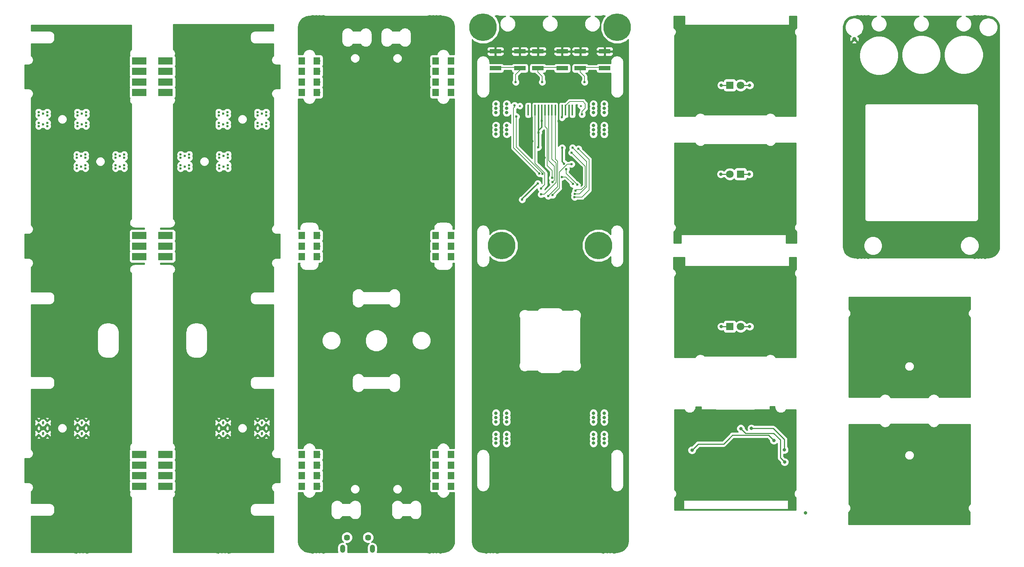
<source format=gbl>
G04 #@! TF.GenerationSoftware,KiCad,Pcbnew,(6.0.0-rc1-dev-509-gcac7479)*
G04 #@! TF.CreationDate,2018-10-23T14:14:01+08:00*
G04 #@! TF.ProjectId,DI-Lambda-UNO-Panelized-v1.7,44492D4C616D6264612D554E4F2D5061,rev?*
G04 #@! TF.SameCoordinates,Original*
G04 #@! TF.FileFunction,Copper,L2,Bot,Signal*
G04 #@! TF.FilePolarity,Positive*
%FSLAX46Y46*%
G04 Gerber Fmt 4.6, Leading zero omitted, Abs format (unit mm)*
G04 Created by KiCad (PCBNEW (6.0.0-rc1-dev-509-gcac7479)) date Tue Oct 23 14:14:01 2018*
%MOMM*%
%LPD*%
G01*
G04 APERTURE LIST*
G04 #@! TA.AperFunction,ComponentPad*
%ADD10C,0.600000*%
G04 #@! TD*
G04 #@! TA.AperFunction,ComponentPad*
%ADD11R,1.800000X1.800000*%
G04 #@! TD*
G04 #@! TA.AperFunction,ComponentPad*
%ADD12C,1.800000*%
G04 #@! TD*
G04 #@! TA.AperFunction,ComponentPad*
%ADD13C,0.300000*%
G04 #@! TD*
G04 #@! TA.AperFunction,ComponentPad*
%ADD14R,3.500000X1.700000*%
G04 #@! TD*
G04 #@! TA.AperFunction,ComponentPad*
%ADD15O,1.200000X1.900000*%
G04 #@! TD*
G04 #@! TA.AperFunction,ComponentPad*
%ADD16C,1.450000*%
G04 #@! TD*
G04 #@! TA.AperFunction,ComponentPad*
%ADD17C,0.900000*%
G04 #@! TD*
G04 #@! TA.AperFunction,SMDPad,CuDef*
%ADD18R,1.600000X1.700000*%
G04 #@! TD*
G04 #@! TA.AperFunction,ComponentPad*
%ADD19C,0.800000*%
G04 #@! TD*
G04 #@! TA.AperFunction,SMDPad,CuDef*
%ADD20R,2.750000X1.000000*%
G04 #@! TD*
G04 #@! TA.AperFunction,BGAPad,CuDef*
%ADD21C,6.500000*%
G04 #@! TD*
G04 #@! TA.AperFunction,BGAPad,CuDef*
%ADD22C,0.500000*%
G04 #@! TD*
G04 #@! TA.AperFunction,SMDPad,CuDef*
%ADD23R,0.400000X2.500000*%
G04 #@! TD*
G04 #@! TA.AperFunction,BGAPad,CuDef*
%ADD24C,1.000000*%
G04 #@! TD*
G04 #@! TA.AperFunction,ViaPad*
%ADD25C,0.800000*%
G04 #@! TD*
G04 #@! TA.AperFunction,ViaPad*
%ADD26C,0.600000*%
G04 #@! TD*
G04 #@! TA.AperFunction,Conductor*
%ADD27C,0.250000*%
G04 #@! TD*
G04 #@! TA.AperFunction,Conductor*
%ADD28C,0.300000*%
G04 #@! TD*
G04 #@! TA.AperFunction,Conductor*
%ADD29C,0.150000*%
G04 #@! TD*
G04 #@! TA.AperFunction,Conductor*
%ADD30C,0.254000*%
G04 #@! TD*
G04 #@! TA.AperFunction,NonConductor*
%ADD31C,0.254000*%
G04 #@! TD*
G04 APERTURE END LIST*
D10*
G04 #@! TO.P,P402,3*
G04 #@! TO.N,GND*
X38444000Y-137651000D03*
X38444000Y-136889000D03*
X36412000Y-137651000D03*
X36412000Y-136889000D03*
G04 #@! TO.P,P402,1*
X38444000Y-135111000D03*
X38444000Y-134349000D03*
X36412000Y-135111000D03*
X36412000Y-134349000D03*
G04 #@! TO.P,P402,4*
X45556000Y-137651000D03*
X45556000Y-136889000D03*
X47588000Y-136889000D03*
X47588000Y-137651000D03*
G04 #@! TO.P,P402,2*
X47588000Y-135111000D03*
X47588000Y-134349000D03*
X45556000Y-134349000D03*
X45556000Y-135111000D03*
G04 #@! TO.P,P402,3*
X37428000Y-137270000D03*
G04 #@! TO.P,P402,1*
X37428000Y-134730000D03*
G04 #@! TO.P,P402,4*
X46572000Y-137270000D03*
G04 #@! TO.P,P402,2*
X46572000Y-134730000D03*
G04 #@! TD*
G04 #@! TO.P,P401,3*
G04 #@! TO.N,/A-*
X38444000Y-64651000D03*
X38444000Y-63889000D03*
X36412000Y-64651000D03*
X36412000Y-63889000D03*
G04 #@! TO.P,P401,1*
G04 #@! TO.N,/A+*
X38444000Y-62111000D03*
X38444000Y-61349000D03*
X36412000Y-62111000D03*
X36412000Y-61349000D03*
G04 #@! TO.P,P401,4*
G04 #@! TO.N,/B+*
X45556000Y-64651000D03*
X45556000Y-63889000D03*
X47588000Y-63889000D03*
X47588000Y-64651000D03*
G04 #@! TO.P,P401,2*
G04 #@! TO.N,/B-*
X47588000Y-62111000D03*
X47588000Y-61349000D03*
X45556000Y-61349000D03*
X45556000Y-62111000D03*
G04 #@! TO.P,P401,3*
G04 #@! TO.N,/A-*
X37428000Y-64270000D03*
G04 #@! TO.P,P401,1*
G04 #@! TO.N,/A+*
X37428000Y-61730000D03*
G04 #@! TO.P,P401,4*
G04 #@! TO.N,/B+*
X46572000Y-64270000D03*
G04 #@! TO.P,P401,2*
G04 #@! TO.N,/B-*
X46572000Y-61730000D03*
G04 #@! TD*
G04 #@! TO.P,P403,3*
G04 #@! TO.N,/A+*
X54556000Y-71349000D03*
X54556000Y-72111000D03*
X56588000Y-71349000D03*
X56588000Y-72111000D03*
G04 #@! TO.P,P403,1*
G04 #@! TO.N,/A-*
X54556000Y-73889000D03*
X54556000Y-74651000D03*
X56588000Y-73889000D03*
X56588000Y-74651000D03*
G04 #@! TO.P,P403,4*
G04 #@! TO.N,/B-*
X47444000Y-71349000D03*
X47444000Y-72111000D03*
X45412000Y-72111000D03*
X45412000Y-71349000D03*
G04 #@! TO.P,P403,2*
G04 #@! TO.N,/B+*
X45412000Y-73889000D03*
X45412000Y-74651000D03*
X47444000Y-74651000D03*
X47444000Y-73889000D03*
G04 #@! TO.P,P403,3*
G04 #@! TO.N,/A+*
X55572000Y-71730000D03*
G04 #@! TO.P,P403,1*
G04 #@! TO.N,/A-*
X55572000Y-74270000D03*
G04 #@! TO.P,P403,4*
G04 #@! TO.N,/B-*
X46428000Y-71730000D03*
G04 #@! TO.P,P403,2*
G04 #@! TO.N,/B+*
X46428000Y-74270000D03*
G04 #@! TD*
G04 #@! TO.P,P302,3*
G04 #@! TO.N,GND*
X88056000Y-134349000D03*
X88056000Y-135111000D03*
X90088000Y-134349000D03*
X90088000Y-135111000D03*
G04 #@! TO.P,P302,1*
X88056000Y-136889000D03*
X88056000Y-137651000D03*
X90088000Y-136889000D03*
X90088000Y-137651000D03*
G04 #@! TO.P,P302,4*
X80944000Y-134349000D03*
X80944000Y-135111000D03*
X78912000Y-135111000D03*
X78912000Y-134349000D03*
G04 #@! TO.P,P302,2*
X78912000Y-136889000D03*
X78912000Y-137651000D03*
X80944000Y-137651000D03*
X80944000Y-136889000D03*
G04 #@! TO.P,P302,3*
X89072000Y-134730000D03*
G04 #@! TO.P,P302,1*
X89072000Y-137270000D03*
G04 #@! TO.P,P302,4*
X79928000Y-134730000D03*
G04 #@! TO.P,P302,2*
X79928000Y-137270000D03*
G04 #@! TD*
G04 #@! TO.P,P301,3*
G04 #@! TO.N,/A-*
X88056000Y-61349000D03*
X88056000Y-62111000D03*
X90088000Y-61349000D03*
X90088000Y-62111000D03*
G04 #@! TO.P,P301,1*
G04 #@! TO.N,/A+*
X88056000Y-63889000D03*
X88056000Y-64651000D03*
X90088000Y-63889000D03*
X90088000Y-64651000D03*
G04 #@! TO.P,P301,4*
G04 #@! TO.N,/B+*
X80944000Y-61349000D03*
X80944000Y-62111000D03*
X78912000Y-62111000D03*
X78912000Y-61349000D03*
G04 #@! TO.P,P301,2*
G04 #@! TO.N,/B-*
X78912000Y-63889000D03*
X78912000Y-64651000D03*
X80944000Y-64651000D03*
X80944000Y-63889000D03*
G04 #@! TO.P,P301,3*
G04 #@! TO.N,/A-*
X89072000Y-61730000D03*
G04 #@! TO.P,P301,1*
G04 #@! TO.N,/A+*
X89072000Y-64270000D03*
G04 #@! TO.P,P301,4*
G04 #@! TO.N,/B+*
X79928000Y-61730000D03*
G04 #@! TO.P,P301,2*
G04 #@! TO.N,/B-*
X79928000Y-64270000D03*
G04 #@! TD*
G04 #@! TO.P,P303,3*
G04 #@! TO.N,/A+*
X71944000Y-74651000D03*
X71944000Y-73889000D03*
X69912000Y-74651000D03*
X69912000Y-73889000D03*
G04 #@! TO.P,P303,1*
G04 #@! TO.N,/A-*
X71944000Y-72111000D03*
X71944000Y-71349000D03*
X69912000Y-72111000D03*
X69912000Y-71349000D03*
G04 #@! TO.P,P303,4*
G04 #@! TO.N,/B-*
X79056000Y-74651000D03*
X79056000Y-73889000D03*
X81088000Y-73889000D03*
X81088000Y-74651000D03*
G04 #@! TO.P,P303,2*
G04 #@! TO.N,/B+*
X81088000Y-72111000D03*
X81088000Y-71349000D03*
X79056000Y-71349000D03*
X79056000Y-72111000D03*
G04 #@! TO.P,P303,3*
G04 #@! TO.N,/A+*
X70928000Y-74270000D03*
G04 #@! TO.P,P303,1*
G04 #@! TO.N,/A-*
X70928000Y-71730000D03*
G04 #@! TO.P,P303,4*
G04 #@! TO.N,/B-*
X80072000Y-74270000D03*
G04 #@! TO.P,P303,2*
G04 #@! TO.N,/B+*
X80072000Y-71730000D03*
G04 #@! TD*
D11*
G04 #@! TO.P,D601,1*
G04 #@! TO.N,Net-(D601-Pad1)*
X199530000Y-112000000D03*
D12*
G04 #@! TO.P,D601,2*
G04 #@! TO.N,/VLED*
X202070000Y-112000000D03*
G04 #@! TD*
D11*
G04 #@! TO.P,D601,1*
G04 #@! TO.N,Net-(D601-Pad1)*
X202070000Y-76000000D03*
D12*
G04 #@! TO.P,D601,2*
G04 #@! TO.N,/VLED*
X199530000Y-76000000D03*
G04 #@! TD*
D13*
G04 #@! TO.P,P405,3*
G04 #@! TO.N,Net-(P405-Pad3)*
X61250000Y-96000000D03*
G04 #@! TO.P,P405,2*
G04 #@! TO.N,Net-(P405-Pad2)*
X61250000Y-93500000D03*
G04 #@! TO.P,P405,1*
G04 #@! TO.N,Net-(P405-Pad1)*
X61250000Y-91000000D03*
G04 #@! TO.P,P405,3*
G04 #@! TO.N,Net-(P405-Pad3)*
X61250000Y-95000000D03*
G04 #@! TO.P,P405,2*
G04 #@! TO.N,Net-(P405-Pad2)*
X61250000Y-92500000D03*
G04 #@! TO.P,P405,1*
G04 #@! TO.N,Net-(P405-Pad1)*
X61250000Y-90000000D03*
D14*
G04 #@! TO.P,P405,3*
G04 #@! TO.N,Net-(P405-Pad3)*
X60150000Y-95500000D03*
G04 #@! TO.P,P405,1*
G04 #@! TO.N,Net-(P405-Pad1)*
X60150000Y-90500000D03*
G04 #@! TO.P,P405,2*
G04 #@! TO.N,Net-(P405-Pad2)*
X60150000Y-93000000D03*
G04 #@! TD*
D13*
G04 #@! TO.P,P406,4*
G04 #@! TO.N,Net-(P406-Pad4)*
X61250000Y-150250000D03*
G04 #@! TO.P,P406,3*
G04 #@! TO.N,Net-(P406-Pad3)*
X61250000Y-147750000D03*
G04 #@! TO.P,P406,2*
G04 #@! TO.N,Net-(P406-Pad2)*
X61250000Y-145250000D03*
G04 #@! TO.P,P406,1*
G04 #@! TO.N,Net-(P406-Pad1)*
X61250000Y-142750000D03*
G04 #@! TO.P,P406,4*
G04 #@! TO.N,Net-(P406-Pad4)*
X61250000Y-149250000D03*
G04 #@! TO.P,P406,3*
G04 #@! TO.N,Net-(P406-Pad3)*
X61250000Y-146750000D03*
G04 #@! TO.P,P406,2*
G04 #@! TO.N,Net-(P406-Pad2)*
X61250000Y-144250000D03*
G04 #@! TO.P,P406,1*
G04 #@! TO.N,Net-(P406-Pad1)*
X61250000Y-141750000D03*
D14*
G04 #@! TO.P,P406,4*
G04 #@! TO.N,Net-(P406-Pad4)*
X60150000Y-149750000D03*
G04 #@! TO.P,P406,3*
G04 #@! TO.N,Net-(P406-Pad3)*
X60150000Y-147250000D03*
G04 #@! TO.P,P406,1*
G04 #@! TO.N,Net-(P406-Pad1)*
X60150000Y-142250000D03*
G04 #@! TO.P,P406,2*
G04 #@! TO.N,Net-(P406-Pad2)*
X60150000Y-144750000D03*
G04 #@! TD*
D13*
G04 #@! TO.P,P404,4*
G04 #@! TO.N,Net-(P404-Pad4)*
X61250000Y-57250000D03*
G04 #@! TO.P,P404,3*
G04 #@! TO.N,Net-(P404-Pad3)*
X61250000Y-54750000D03*
G04 #@! TO.P,P404,2*
G04 #@! TO.N,Net-(P404-Pad2)*
X61250000Y-52250000D03*
G04 #@! TO.P,P404,1*
G04 #@! TO.N,Net-(P404-Pad1)*
X61250000Y-49750000D03*
G04 #@! TO.P,P404,4*
G04 #@! TO.N,Net-(P404-Pad4)*
X61250000Y-56250000D03*
G04 #@! TO.P,P404,3*
G04 #@! TO.N,Net-(P404-Pad3)*
X61250000Y-53750000D03*
G04 #@! TO.P,P404,2*
G04 #@! TO.N,Net-(P404-Pad2)*
X61250000Y-51250000D03*
G04 #@! TO.P,P404,1*
G04 #@! TO.N,Net-(P404-Pad1)*
X61250000Y-48750000D03*
D14*
G04 #@! TO.P,P404,4*
G04 #@! TO.N,Net-(P404-Pad4)*
X60150000Y-56750000D03*
G04 #@! TO.P,P404,3*
G04 #@! TO.N,Net-(P404-Pad3)*
X60150000Y-54250000D03*
G04 #@! TO.P,P404,1*
G04 #@! TO.N,Net-(P404-Pad1)*
X60150000Y-49250000D03*
G04 #@! TO.P,P404,2*
G04 #@! TO.N,Net-(P404-Pad2)*
X60150000Y-51750000D03*
G04 #@! TD*
D13*
G04 #@! TO.P,P305,3*
G04 #@! TO.N,Net-(P305-Pad3)*
X65250000Y-96000000D03*
G04 #@! TO.P,P305,2*
G04 #@! TO.N,Net-(P305-Pad2)*
X65250000Y-93500000D03*
G04 #@! TO.P,P305,1*
G04 #@! TO.N,Net-(P305-Pad1)*
X65250000Y-91000000D03*
G04 #@! TO.P,P305,3*
G04 #@! TO.N,Net-(P305-Pad3)*
X65250000Y-95000000D03*
G04 #@! TO.P,P305,2*
G04 #@! TO.N,Net-(P305-Pad2)*
X65250000Y-92500000D03*
G04 #@! TO.P,P305,1*
G04 #@! TO.N,Net-(P305-Pad1)*
X65250000Y-90000000D03*
D14*
G04 #@! TO.P,P305,3*
G04 #@! TO.N,Net-(P305-Pad3)*
X66350000Y-95500000D03*
G04 #@! TO.P,P305,1*
G04 #@! TO.N,Net-(P305-Pad1)*
X66350000Y-90500000D03*
G04 #@! TO.P,P305,2*
G04 #@! TO.N,Net-(P305-Pad2)*
X66350000Y-93000000D03*
G04 #@! TD*
D13*
G04 #@! TO.P,P306,4*
G04 #@! TO.N,Net-(P306-Pad4)*
X65250000Y-150250000D03*
G04 #@! TO.P,P306,3*
G04 #@! TO.N,Net-(P306-Pad3)*
X65250000Y-147750000D03*
G04 #@! TO.P,P306,2*
G04 #@! TO.N,Net-(P306-Pad2)*
X65250000Y-145250000D03*
G04 #@! TO.P,P306,1*
G04 #@! TO.N,Net-(P306-Pad1)*
X65250000Y-142750000D03*
G04 #@! TO.P,P306,4*
G04 #@! TO.N,Net-(P306-Pad4)*
X65250000Y-149250000D03*
G04 #@! TO.P,P306,3*
G04 #@! TO.N,Net-(P306-Pad3)*
X65250000Y-146750000D03*
G04 #@! TO.P,P306,2*
G04 #@! TO.N,Net-(P306-Pad2)*
X65250000Y-144250000D03*
G04 #@! TO.P,P306,1*
G04 #@! TO.N,Net-(P306-Pad1)*
X65250000Y-141750000D03*
D14*
G04 #@! TO.P,P306,4*
G04 #@! TO.N,Net-(P306-Pad4)*
X66350000Y-149750000D03*
G04 #@! TO.P,P306,3*
G04 #@! TO.N,Net-(P306-Pad3)*
X66350000Y-147250000D03*
G04 #@! TO.P,P306,1*
G04 #@! TO.N,Net-(P306-Pad1)*
X66350000Y-142250000D03*
G04 #@! TO.P,P306,2*
G04 #@! TO.N,Net-(P306-Pad2)*
X66350000Y-144750000D03*
G04 #@! TD*
D13*
G04 #@! TO.P,P304,4*
G04 #@! TO.N,Net-(P304-Pad4)*
X65250000Y-57250000D03*
G04 #@! TO.P,P304,3*
G04 #@! TO.N,Net-(P304-Pad3)*
X65250000Y-54750000D03*
G04 #@! TO.P,P304,2*
G04 #@! TO.N,Net-(P304-Pad2)*
X65250000Y-52250000D03*
G04 #@! TO.P,P304,1*
G04 #@! TO.N,Net-(P304-Pad1)*
X65250000Y-49750000D03*
G04 #@! TO.P,P304,4*
G04 #@! TO.N,Net-(P304-Pad4)*
X65250000Y-56250000D03*
G04 #@! TO.P,P304,3*
G04 #@! TO.N,Net-(P304-Pad3)*
X65250000Y-53750000D03*
G04 #@! TO.P,P304,2*
G04 #@! TO.N,Net-(P304-Pad2)*
X65250000Y-51250000D03*
G04 #@! TO.P,P304,1*
G04 #@! TO.N,Net-(P304-Pad1)*
X65250000Y-48750000D03*
D14*
G04 #@! TO.P,P304,4*
G04 #@! TO.N,Net-(P304-Pad4)*
X66350000Y-56750000D03*
G04 #@! TO.P,P304,3*
G04 #@! TO.N,Net-(P304-Pad3)*
X66350000Y-54250000D03*
G04 #@! TO.P,P304,1*
G04 #@! TO.N,Net-(P304-Pad1)*
X66350000Y-49250000D03*
G04 #@! TO.P,P304,2*
G04 #@! TO.N,Net-(P304-Pad2)*
X66350000Y-51750000D03*
G04 #@! TD*
D15*
G04 #@! TO.P,J101,6*
G04 #@! TO.N,Net-(J101-Pad6)*
X115150000Y-164537500D03*
X108150000Y-164537500D03*
D16*
X114150000Y-161837500D03*
X109150000Y-161837500D03*
G04 #@! TD*
D17*
G04 #@! TO.P,J111,2*
G04 #@! TO.N,Net-(J111-Pad2)*
X129750000Y-49250000D03*
X130450000Y-49650000D03*
G04 #@! TO.P,J111,4*
G04 #@! TO.N,Net-(J111-Pad4)*
X129750000Y-51750000D03*
X130450000Y-52150000D03*
G04 #@! TO.P,J111,6*
G04 #@! TO.N,Net-(J111-Pad6)*
X129750000Y-54250000D03*
X130450000Y-54650000D03*
G04 #@! TO.P,J111,8*
G04 #@! TO.N,Net-(J111-Pad8)*
X129750000Y-56750000D03*
X130450000Y-57150000D03*
G04 #@! TO.P,J111,7*
G04 #@! TO.N,Net-(J111-Pad7)*
X134050000Y-56750000D03*
X133350000Y-57150000D03*
G04 #@! TO.P,J111,5*
G04 #@! TO.N,Net-(J111-Pad5)*
X134050000Y-54250000D03*
X133350000Y-54650000D03*
G04 #@! TO.P,J111,3*
G04 #@! TO.N,Net-(J111-Pad3)*
X134050000Y-51750000D03*
X133350000Y-52150000D03*
G04 #@! TO.P,J111,1*
G04 #@! TO.N,Net-(J111-Pad1)*
X134050000Y-49250000D03*
X133350000Y-49650000D03*
G04 #@! TO.P,J111,7*
G04 #@! TO.N,Net-(J111-Pad7)*
X133350000Y-56350000D03*
G04 #@! TO.P,J111,5*
G04 #@! TO.N,Net-(J111-Pad5)*
X133350000Y-53850000D03*
G04 #@! TO.P,J111,3*
G04 #@! TO.N,Net-(J111-Pad3)*
X133350000Y-51350000D03*
G04 #@! TO.P,J111,8*
G04 #@! TO.N,Net-(J111-Pad8)*
X130450000Y-56350000D03*
G04 #@! TO.P,J111,6*
G04 #@! TO.N,Net-(J111-Pad6)*
X130450000Y-53850000D03*
G04 #@! TO.P,J111,4*
G04 #@! TO.N,Net-(J111-Pad4)*
X130450000Y-51350000D03*
G04 #@! TO.P,J111,2*
G04 #@! TO.N,Net-(J111-Pad2)*
X130450000Y-48850000D03*
G04 #@! TO.P,J111,1*
G04 #@! TO.N,Net-(J111-Pad1)*
X133350000Y-48850000D03*
D18*
G04 #@! TO.P,J111,6*
G04 #@! TO.N,Net-(J111-Pad6)*
X130100000Y-54250000D03*
G04 #@! TO.P,J111,4*
G04 #@! TO.N,Net-(J111-Pad4)*
X130100000Y-51750000D03*
G04 #@! TO.P,J111,2*
G04 #@! TO.N,Net-(J111-Pad2)*
X130100000Y-49250000D03*
G04 #@! TO.P,J111,8*
G04 #@! TO.N,Net-(J111-Pad8)*
X130100000Y-56750000D03*
G04 #@! TO.P,J111,1*
G04 #@! TO.N,Net-(J111-Pad1)*
X133700000Y-49250000D03*
G04 #@! TO.P,J111,7*
G04 #@! TO.N,Net-(J111-Pad7)*
X133700000Y-56750000D03*
G04 #@! TO.P,J111,5*
G04 #@! TO.N,Net-(J111-Pad5)*
X133700000Y-54250000D03*
G04 #@! TO.P,J111,3*
G04 #@! TO.N,Net-(J111-Pad3)*
X133700000Y-51750000D03*
G04 #@! TD*
D17*
G04 #@! TO.P,J103,2*
G04 #@! TO.N,Net-(J103-Pad2)*
X98150000Y-49250000D03*
X98850000Y-49650000D03*
G04 #@! TO.P,J103,4*
G04 #@! TO.N,Net-(J103-Pad4)*
X98150000Y-51750000D03*
X98850000Y-52150000D03*
G04 #@! TO.P,J103,6*
G04 #@! TO.N,Net-(J103-Pad6)*
X98150000Y-54250000D03*
X98850000Y-54650000D03*
G04 #@! TO.P,J103,8*
G04 #@! TO.N,Net-(J103-Pad8)*
X98150000Y-56750000D03*
X98850000Y-57150000D03*
G04 #@! TO.P,J103,7*
G04 #@! TO.N,Net-(J103-Pad7)*
X102450000Y-56750000D03*
X101750000Y-57150000D03*
G04 #@! TO.P,J103,5*
G04 #@! TO.N,Net-(J103-Pad5)*
X102450000Y-54250000D03*
X101750000Y-54650000D03*
G04 #@! TO.P,J103,3*
G04 #@! TO.N,Net-(J103-Pad3)*
X102450000Y-51750000D03*
X101750000Y-52150000D03*
G04 #@! TO.P,J103,1*
G04 #@! TO.N,Net-(J103-Pad1)*
X102450000Y-49250000D03*
X101750000Y-49650000D03*
G04 #@! TO.P,J103,7*
G04 #@! TO.N,Net-(J103-Pad7)*
X101750000Y-56350000D03*
G04 #@! TO.P,J103,5*
G04 #@! TO.N,Net-(J103-Pad5)*
X101750000Y-53850000D03*
G04 #@! TO.P,J103,3*
G04 #@! TO.N,Net-(J103-Pad3)*
X101750000Y-51350000D03*
G04 #@! TO.P,J103,8*
G04 #@! TO.N,Net-(J103-Pad8)*
X98850000Y-56350000D03*
G04 #@! TO.P,J103,6*
G04 #@! TO.N,Net-(J103-Pad6)*
X98850000Y-53850000D03*
G04 #@! TO.P,J103,4*
G04 #@! TO.N,Net-(J103-Pad4)*
X98850000Y-51350000D03*
G04 #@! TO.P,J103,2*
G04 #@! TO.N,Net-(J103-Pad2)*
X98850000Y-48850000D03*
G04 #@! TO.P,J103,1*
G04 #@! TO.N,Net-(J103-Pad1)*
X101750000Y-48850000D03*
D18*
G04 #@! TO.P,J103,6*
G04 #@! TO.N,Net-(J103-Pad6)*
X98500000Y-54250000D03*
G04 #@! TO.P,J103,4*
G04 #@! TO.N,Net-(J103-Pad4)*
X98500000Y-51750000D03*
G04 #@! TO.P,J103,2*
G04 #@! TO.N,Net-(J103-Pad2)*
X98500000Y-49250000D03*
G04 #@! TO.P,J103,8*
G04 #@! TO.N,Net-(J103-Pad8)*
X98500000Y-56750000D03*
G04 #@! TO.P,J103,1*
G04 #@! TO.N,Net-(J103-Pad1)*
X102100000Y-49250000D03*
G04 #@! TO.P,J103,7*
G04 #@! TO.N,Net-(J103-Pad7)*
X102100000Y-56750000D03*
G04 #@! TO.P,J103,5*
G04 #@! TO.N,Net-(J103-Pad5)*
X102100000Y-54250000D03*
G04 #@! TO.P,J103,3*
G04 #@! TO.N,Net-(J103-Pad3)*
X102100000Y-51750000D03*
G04 #@! TD*
D17*
G04 #@! TO.P,J104,2*
G04 #@! TO.N,Net-(J104-Pad2)*
X129750000Y-142250000D03*
X130450000Y-142650000D03*
G04 #@! TO.P,J104,4*
G04 #@! TO.N,Net-(J104-Pad4)*
X129750000Y-144750000D03*
X130450000Y-145150000D03*
G04 #@! TO.P,J104,6*
G04 #@! TO.N,Net-(J104-Pad6)*
X129750000Y-147250000D03*
X130450000Y-147650000D03*
G04 #@! TO.P,J104,8*
G04 #@! TO.N,Net-(J104-Pad8)*
X129750000Y-149750000D03*
X130450000Y-150150000D03*
G04 #@! TO.P,J104,7*
G04 #@! TO.N,Net-(J104-Pad7)*
X134050000Y-149750000D03*
X133350000Y-150150000D03*
G04 #@! TO.P,J104,5*
G04 #@! TO.N,Net-(J104-Pad5)*
X134050000Y-147250000D03*
X133350000Y-147650000D03*
G04 #@! TO.P,J104,3*
G04 #@! TO.N,Net-(J104-Pad3)*
X134050000Y-144750000D03*
X133350000Y-145150000D03*
G04 #@! TO.P,J104,1*
G04 #@! TO.N,Net-(J104-Pad1)*
X134050000Y-142250000D03*
X133350000Y-142650000D03*
G04 #@! TO.P,J104,7*
G04 #@! TO.N,Net-(J104-Pad7)*
X133350000Y-149350000D03*
G04 #@! TO.P,J104,5*
G04 #@! TO.N,Net-(J104-Pad5)*
X133350000Y-146850000D03*
G04 #@! TO.P,J104,3*
G04 #@! TO.N,Net-(J104-Pad3)*
X133350000Y-144350000D03*
G04 #@! TO.P,J104,8*
G04 #@! TO.N,Net-(J104-Pad8)*
X130450000Y-149350000D03*
G04 #@! TO.P,J104,6*
G04 #@! TO.N,Net-(J104-Pad6)*
X130450000Y-146850000D03*
G04 #@! TO.P,J104,4*
G04 #@! TO.N,Net-(J104-Pad4)*
X130450000Y-144350000D03*
G04 #@! TO.P,J104,2*
G04 #@! TO.N,Net-(J104-Pad2)*
X130450000Y-141850000D03*
G04 #@! TO.P,J104,1*
G04 #@! TO.N,Net-(J104-Pad1)*
X133350000Y-141850000D03*
D18*
G04 #@! TO.P,J104,6*
G04 #@! TO.N,Net-(J104-Pad6)*
X130100000Y-147250000D03*
G04 #@! TO.P,J104,4*
G04 #@! TO.N,Net-(J104-Pad4)*
X130100000Y-144750000D03*
G04 #@! TO.P,J104,2*
G04 #@! TO.N,Net-(J104-Pad2)*
X130100000Y-142250000D03*
G04 #@! TO.P,J104,8*
G04 #@! TO.N,Net-(J104-Pad8)*
X130100000Y-149750000D03*
G04 #@! TO.P,J104,1*
G04 #@! TO.N,Net-(J104-Pad1)*
X133700000Y-142250000D03*
G04 #@! TO.P,J104,7*
G04 #@! TO.N,Net-(J104-Pad7)*
X133700000Y-149750000D03*
G04 #@! TO.P,J104,5*
G04 #@! TO.N,Net-(J104-Pad5)*
X133700000Y-147250000D03*
G04 #@! TO.P,J104,3*
G04 #@! TO.N,Net-(J104-Pad3)*
X133700000Y-144750000D03*
G04 #@! TD*
D17*
G04 #@! TO.P,J110,2*
G04 #@! TO.N,Net-(J110-Pad2)*
X98150000Y-142250000D03*
X98850000Y-142650000D03*
G04 #@! TO.P,J110,4*
G04 #@! TO.N,Net-(J110-Pad4)*
X98150000Y-144750000D03*
X98850000Y-145150000D03*
G04 #@! TO.P,J110,6*
G04 #@! TO.N,Net-(J110-Pad6)*
X98150000Y-147250000D03*
X98850000Y-147650000D03*
G04 #@! TO.P,J110,8*
G04 #@! TO.N,Net-(J110-Pad8)*
X98150000Y-149750000D03*
X98850000Y-150150000D03*
G04 #@! TO.P,J110,7*
G04 #@! TO.N,Net-(J110-Pad7)*
X102450000Y-149750000D03*
X101750000Y-150150000D03*
G04 #@! TO.P,J110,5*
G04 #@! TO.N,Net-(J110-Pad5)*
X102450000Y-147250000D03*
X101750000Y-147650000D03*
G04 #@! TO.P,J110,3*
G04 #@! TO.N,Net-(J110-Pad3)*
X102450000Y-144750000D03*
X101750000Y-145150000D03*
G04 #@! TO.P,J110,1*
G04 #@! TO.N,Net-(J110-Pad1)*
X102450000Y-142250000D03*
X101750000Y-142650000D03*
G04 #@! TO.P,J110,7*
G04 #@! TO.N,Net-(J110-Pad7)*
X101750000Y-149350000D03*
G04 #@! TO.P,J110,5*
G04 #@! TO.N,Net-(J110-Pad5)*
X101750000Y-146850000D03*
G04 #@! TO.P,J110,3*
G04 #@! TO.N,Net-(J110-Pad3)*
X101750000Y-144350000D03*
G04 #@! TO.P,J110,8*
G04 #@! TO.N,Net-(J110-Pad8)*
X98850000Y-149350000D03*
G04 #@! TO.P,J110,6*
G04 #@! TO.N,Net-(J110-Pad6)*
X98850000Y-146850000D03*
G04 #@! TO.P,J110,4*
G04 #@! TO.N,Net-(J110-Pad4)*
X98850000Y-144350000D03*
G04 #@! TO.P,J110,2*
G04 #@! TO.N,Net-(J110-Pad2)*
X98850000Y-141850000D03*
G04 #@! TO.P,J110,1*
G04 #@! TO.N,Net-(J110-Pad1)*
X101750000Y-141850000D03*
D18*
G04 #@! TO.P,J110,6*
G04 #@! TO.N,Net-(J110-Pad6)*
X98500000Y-147250000D03*
G04 #@! TO.P,J110,4*
G04 #@! TO.N,Net-(J110-Pad4)*
X98500000Y-144750000D03*
G04 #@! TO.P,J110,2*
G04 #@! TO.N,Net-(J110-Pad2)*
X98500000Y-142250000D03*
G04 #@! TO.P,J110,8*
G04 #@! TO.N,Net-(J110-Pad8)*
X98500000Y-149750000D03*
G04 #@! TO.P,J110,1*
G04 #@! TO.N,Net-(J110-Pad1)*
X102100000Y-142250000D03*
G04 #@! TO.P,J110,7*
G04 #@! TO.N,Net-(J110-Pad7)*
X102100000Y-149750000D03*
G04 #@! TO.P,J110,5*
G04 #@! TO.N,Net-(J110-Pad5)*
X102100000Y-147250000D03*
G04 #@! TO.P,J110,3*
G04 #@! TO.N,Net-(J110-Pad3)*
X102100000Y-144750000D03*
G04 #@! TD*
D17*
G04 #@! TO.P,J108,5*
G04 #@! TO.N,Net-(J108-Pad5)*
X133350000Y-95900000D03*
X133350000Y-95100000D03*
G04 #@! TO.P,J108,3*
G04 #@! TO.N,Net-(J108-Pad3)*
X133350000Y-93400000D03*
X133350000Y-92600000D03*
G04 #@! TO.P,J108,1*
G04 #@! TO.N,Net-(J108-Pad1)*
X133350000Y-90900000D03*
X133350000Y-90100000D03*
G04 #@! TO.P,J108,6*
G04 #@! TO.N,Net-(J108-Pad6)*
X129750000Y-95500000D03*
X130450000Y-95900000D03*
G04 #@! TO.P,J108,4*
G04 #@! TO.N,Net-(J108-Pad4)*
X129750000Y-93000000D03*
X130450000Y-93400000D03*
G04 #@! TO.P,J108,5*
G04 #@! TO.N,Net-(J108-Pad5)*
X134050000Y-95500000D03*
G04 #@! TO.P,J108,3*
G04 #@! TO.N,Net-(J108-Pad3)*
X134050000Y-93000000D03*
G04 #@! TO.P,J108,1*
G04 #@! TO.N,Net-(J108-Pad1)*
X134050000Y-90500000D03*
G04 #@! TO.P,J108,6*
G04 #@! TO.N,Net-(J108-Pad6)*
X130450000Y-95100000D03*
G04 #@! TO.P,J108,4*
G04 #@! TO.N,Net-(J108-Pad4)*
X130450000Y-92600000D03*
G04 #@! TO.P,J108,2*
G04 #@! TO.N,Net-(J108-Pad2)*
X129750000Y-90500000D03*
X130450000Y-90900000D03*
X130450000Y-90100000D03*
D18*
G04 #@! TO.P,J108,5*
G04 #@! TO.N,Net-(J108-Pad5)*
X133700000Y-95500000D03*
G04 #@! TO.P,J108,3*
G04 #@! TO.N,Net-(J108-Pad3)*
X133700000Y-93000000D03*
G04 #@! TO.P,J108,1*
G04 #@! TO.N,Net-(J108-Pad1)*
X133700000Y-90500000D03*
G04 #@! TO.P,J108,6*
G04 #@! TO.N,Net-(J108-Pad6)*
X130100000Y-95500000D03*
G04 #@! TO.P,J108,2*
G04 #@! TO.N,Net-(J108-Pad2)*
X130100000Y-90500000D03*
G04 #@! TO.P,J108,4*
G04 #@! TO.N,Net-(J108-Pad4)*
X130100000Y-93000000D03*
G04 #@! TD*
D17*
G04 #@! TO.P,J109,5*
G04 #@! TO.N,Net-(J109-Pad5)*
X101750000Y-95900000D03*
X101750000Y-95100000D03*
G04 #@! TO.P,J109,3*
G04 #@! TO.N,Net-(J109-Pad3)*
X101750000Y-93400000D03*
X101750000Y-92600000D03*
G04 #@! TO.P,J109,1*
G04 #@! TO.N,Net-(J109-Pad1)*
X101750000Y-90900000D03*
X101750000Y-90100000D03*
G04 #@! TO.P,J109,6*
G04 #@! TO.N,Net-(J109-Pad6)*
X98150000Y-95500000D03*
X98850000Y-95900000D03*
G04 #@! TO.P,J109,4*
G04 #@! TO.N,Net-(J109-Pad4)*
X98150000Y-93000000D03*
X98850000Y-93400000D03*
G04 #@! TO.P,J109,5*
G04 #@! TO.N,Net-(J109-Pad5)*
X102450000Y-95500000D03*
G04 #@! TO.P,J109,3*
G04 #@! TO.N,Net-(J109-Pad3)*
X102450000Y-93000000D03*
G04 #@! TO.P,J109,1*
G04 #@! TO.N,Net-(J109-Pad1)*
X102450000Y-90500000D03*
G04 #@! TO.P,J109,6*
G04 #@! TO.N,Net-(J109-Pad6)*
X98850000Y-95100000D03*
G04 #@! TO.P,J109,4*
G04 #@! TO.N,Net-(J109-Pad4)*
X98850000Y-92600000D03*
G04 #@! TO.P,J109,2*
G04 #@! TO.N,Net-(J109-Pad2)*
X98150000Y-90500000D03*
X98850000Y-90900000D03*
X98850000Y-90100000D03*
D18*
G04 #@! TO.P,J109,5*
G04 #@! TO.N,Net-(J109-Pad5)*
X102100000Y-95500000D03*
G04 #@! TO.P,J109,3*
G04 #@! TO.N,Net-(J109-Pad3)*
X102100000Y-93000000D03*
G04 #@! TO.P,J109,1*
G04 #@! TO.N,Net-(J109-Pad1)*
X102100000Y-90500000D03*
G04 #@! TO.P,J109,6*
G04 #@! TO.N,Net-(J109-Pad6)*
X98500000Y-95500000D03*
G04 #@! TO.P,J109,2*
G04 #@! TO.N,Net-(J109-Pad2)*
X98500000Y-90500000D03*
G04 #@! TO.P,J109,4*
G04 #@! TO.N,Net-(J109-Pad4)*
X98500000Y-93000000D03*
G04 #@! TD*
D19*
G04 #@! TO.P,J207,*
G04 #@! TO.N,*
X167330000Y-133475000D03*
X167330000Y-132459000D03*
X167330000Y-134491000D03*
X169870000Y-133475000D03*
X169870000Y-132459000D03*
X169870000Y-134491000D03*
X169870000Y-138540000D03*
X169870000Y-139556000D03*
X169870000Y-137524000D03*
X167330000Y-137524000D03*
X167330000Y-138540000D03*
X167330000Y-139556000D03*
G04 #@! TD*
G04 #@! TO.P,J208,*
G04 #@! TO.N,*
X144330000Y-133475000D03*
X144330000Y-132459000D03*
X144330000Y-134491000D03*
X146870000Y-133475000D03*
X146870000Y-132459000D03*
X146870000Y-134491000D03*
X146870000Y-138540000D03*
X146870000Y-139556000D03*
X146870000Y-137524000D03*
X144330000Y-137524000D03*
X144330000Y-138540000D03*
X144330000Y-139556000D03*
G04 #@! TD*
G04 #@! TO.P,J204,*
G04 #@! TO.N,*
X167330000Y-60475000D03*
X167330000Y-59459000D03*
X167330000Y-61491000D03*
X169870000Y-60475000D03*
X169870000Y-59459000D03*
X169870000Y-61491000D03*
X169870000Y-65540000D03*
X169870000Y-66556000D03*
X169870000Y-64524000D03*
X167330000Y-64524000D03*
X167330000Y-65540000D03*
X167330000Y-66556000D03*
G04 #@! TD*
G04 #@! TO.P,J203,*
G04 #@! TO.N,*
X146870000Y-65525000D03*
X146870000Y-66541000D03*
X146870000Y-64509000D03*
X144330000Y-65525000D03*
X144330000Y-66541000D03*
X144330000Y-64509000D03*
X144330000Y-60460000D03*
X144330000Y-59444000D03*
X144330000Y-61476000D03*
X146870000Y-61476000D03*
X146870000Y-60460000D03*
X146870000Y-59444000D03*
G04 #@! TD*
D20*
G04 #@! TO.P,SW203,2*
G04 #@! TO.N,GND*
X144225000Y-47000000D03*
X149975000Y-47000000D03*
G04 #@! TO.P,SW203,1*
G04 #@! TO.N,Net-(R208-Pad1)*
X149975000Y-51000000D03*
X144225000Y-51000000D03*
G04 #@! TD*
G04 #@! TO.P,SW202,2*
G04 #@! TO.N,GND*
X164225000Y-47000000D03*
X169975000Y-47000000D03*
G04 #@! TO.P,SW202,1*
G04 #@! TO.N,Net-(R207-Pad1)*
X169975000Y-51000000D03*
X164225000Y-51000000D03*
G04 #@! TD*
G04 #@! TO.P,SW201,2*
G04 #@! TO.N,GND*
X154225000Y-47000000D03*
X159975000Y-47000000D03*
G04 #@! TO.P,SW201,1*
G04 #@! TO.N,Net-(R206-Pad1)*
X159975000Y-51000000D03*
X154225000Y-51000000D03*
G04 #@! TD*
D21*
G04 #@! TO.P,MK205,*
G04 #@! TO.N,*
X172900000Y-41300000D03*
G04 #@! TD*
G04 #@! TO.P,MK204,*
G04 #@! TO.N,*
X141300000Y-41300000D03*
G04 #@! TD*
G04 #@! TO.P,MK203,*
G04 #@! TO.N,*
X145700000Y-92900000D03*
G04 #@! TD*
G04 #@! TO.P,MK202,*
G04 #@! TO.N,*
X168500000Y-92900000D03*
G04 #@! TD*
D22*
G04 #@! TO.P,U201,~*
G04 #@! TO.N,N/C*
X149950000Y-59900000D03*
G04 #@! TO.P,U201,*
G04 #@! TO.N,*
X164350000Y-59900000D03*
D23*
G04 #@! TO.P,U201,1*
G04 #@! TO.N,Net-(U201-Pad1)*
X162350000Y-60900000D03*
G04 #@! TO.P,U201,2*
G04 #@! TO.N,GND*
X161550000Y-60900000D03*
G04 #@! TO.P,U201,3*
G04 #@! TO.N,Net-(R201-Pad1)*
X160750000Y-60900000D03*
G04 #@! TO.P,U201,4*
G04 #@! TO.N,/VCC*
X159950000Y-60900000D03*
G04 #@! TO.P,U201,5*
G04 #@! TO.N,GND*
X159150000Y-60900000D03*
G04 #@! TO.P,U201,6*
G04 #@! TO.N,/LCD_RST*
X158350000Y-60900000D03*
G04 #@! TO.P,U201,7*
G04 #@! TO.N,/LCD_A0*
X157550000Y-60900000D03*
G04 #@! TO.P,U201,8*
G04 #@! TO.N,/MOSI*
X156750000Y-60900000D03*
G04 #@! TO.P,U201,9*
G04 #@! TO.N,/SCK*
X155950000Y-60900000D03*
G04 #@! TO.P,U201,10*
G04 #@! TO.N,/VCC*
X155150000Y-60900000D03*
G04 #@! TO.P,U201,11*
X154350000Y-60900000D03*
G04 #@! TO.P,U201,12*
G04 #@! TO.N,/LCD_CS*
X153550000Y-60900000D03*
G04 #@! TO.P,U201,13*
G04 #@! TO.N,GND*
X152750000Y-60900000D03*
G04 #@! TO.P,U201,14*
G04 #@! TO.N,Net-(U201-Pad14)*
X151950000Y-60900000D03*
G04 #@! TD*
D11*
G04 #@! TO.P,D601,1*
G04 #@! TO.N,Net-(D601-Pad1)*
X199530000Y-55000000D03*
D12*
G04 #@! TO.P,D601,2*
G04 #@! TO.N,/VLED*
X202070000Y-55000000D03*
G04 #@! TD*
D24*
G04 #@! TO.P,TP1,1*
G04 #@! TO.N,GND*
X228900000Y-44100000D03*
G04 #@! TD*
D25*
G04 #@! TO.N,*
X217400000Y-156000000D03*
G04 #@! TO.N,GND*
X128900000Y-80800004D03*
X104200000Y-45700000D03*
X130100000Y-140500000D03*
X101200000Y-157700000D03*
X113599998Y-157300000D03*
X115600000Y-158800002D03*
X130300000Y-77800000D03*
X130100000Y-60200000D03*
X118800000Y-163100000D03*
D26*
X143700000Y-79300000D03*
X143700000Y-77100000D03*
X144800000Y-69900000D03*
X159150000Y-63450000D03*
X151895000Y-74480000D03*
X155850000Y-72150000D03*
X157250000Y-84550000D03*
X157250000Y-86050000D03*
X152950000Y-68249994D03*
X160174990Y-65903494D03*
X164600000Y-78500000D03*
X163750000Y-76550000D03*
X149480000Y-79680000D03*
D25*
X202050000Y-57750000D03*
X191500000Y-60700000D03*
X199550000Y-136250000D03*
X207500000Y-142300000D03*
X193200000Y-143550002D03*
X199550000Y-73250000D03*
X210100000Y-70300000D03*
X202050000Y-114750000D03*
X191500000Y-117700000D03*
D26*
X231000000Y-42300000D03*
D25*
X128000000Y-63000000D03*
G04 #@! TO.N,/VLED*
X204200000Y-55000000D03*
X197400000Y-76000000D03*
X204200000Y-112000000D03*
D26*
G04 #@! TO.N,/VCC*
X159900000Y-62600000D03*
X155150000Y-63400000D03*
X154300000Y-69650000D03*
X154350000Y-66200000D03*
X160436812Y-73550000D03*
X159950000Y-69750010D03*
X150510000Y-82020000D03*
X154180000Y-78220000D03*
D25*
X209900000Y-138900000D03*
X190600000Y-141200000D03*
D26*
G04 #@! TO.N,/SDA*
X148700000Y-59750000D03*
X154574703Y-75846412D03*
D25*
X212400000Y-141100000D03*
X204600000Y-136050000D03*
D26*
G04 #@! TO.N,/SCL*
X149100000Y-62400000D03*
X155316256Y-75958734D03*
D25*
X202100000Y-136099994D03*
X212450000Y-144000000D03*
D26*
G04 #@! TO.N,/LED_PWM*
X163800000Y-70050000D03*
X162882636Y-81449811D03*
G04 #@! TO.N,/SCK*
X157600000Y-76900000D03*
G04 #@! TO.N,/MOSI*
X157700000Y-77900000D03*
G04 #@! TO.N,/LCD_LED*
X157671239Y-80971239D03*
X162150000Y-73650000D03*
G04 #@! TO.N,/LCD_A0*
X155000000Y-80800000D03*
G04 #@! TO.N,/LCD_RST*
X156650000Y-81150000D03*
G04 #@! TO.N,/MODE*
X162400002Y-69750000D03*
X162900000Y-80700000D03*
G04 #@! TO.N,/SAMPLE*
X163100000Y-79900000D03*
X162200000Y-70950000D03*
G04 #@! TO.N,/LCD_CS*
X154950000Y-79400000D03*
G04 #@! TO.N,/SWDIO*
X162500000Y-78350004D03*
X159900000Y-76700000D03*
G04 #@! TO.N,/SWDCLK*
X163500000Y-78450000D03*
X160900000Y-74800002D03*
G04 #@! TO.N,Net-(R201-Pad1)*
X164650000Y-61900000D03*
G04 #@! TO.N,Net-(R207-Pad1)*
X165250000Y-54250000D03*
G04 #@! TO.N,Net-(R208-Pad1)*
X149000000Y-54250000D03*
G04 #@! TO.N,Net-(R206-Pad1)*
X155250000Y-54250000D03*
D25*
G04 #@! TO.N,Net-(D601-Pad1)*
X197500000Y-55000000D03*
X204100000Y-76000000D03*
X197500000Y-112000000D03*
G04 #@! TD*
D27*
G04 #@! TO.N,GND*
X129700001Y-60599999D02*
X130100000Y-60200000D01*
X128000000Y-62300000D02*
X129700001Y-60599999D01*
X118800000Y-162534315D02*
X118800000Y-163100000D01*
X118800000Y-162000002D02*
X118800000Y-162534315D01*
X115600000Y-158800002D02*
X118800000Y-162000002D01*
D28*
X159150000Y-60900000D02*
X159150000Y-63450000D01*
X159150000Y-63450000D02*
X159150000Y-64950000D01*
X159150000Y-64950000D02*
X160103494Y-65903494D01*
X160103494Y-65903494D02*
X160174990Y-65903494D01*
X153300000Y-58800000D02*
X158600000Y-58800000D01*
X159150000Y-59350000D02*
X159150000Y-60900000D01*
X158600000Y-58800000D02*
X159150000Y-59350000D01*
X152750000Y-60900000D02*
X152750000Y-59350000D01*
X152750000Y-59350000D02*
X153300000Y-58800000D01*
X152750000Y-63400000D02*
X152750000Y-60900000D01*
X152750000Y-63400000D02*
X152750000Y-68049994D01*
X152750000Y-68049994D02*
X152950000Y-68249994D01*
X161550000Y-63400000D02*
X161550000Y-65400000D01*
X161046506Y-65903494D02*
X160599254Y-65903494D01*
X161550000Y-65400000D02*
X161046506Y-65903494D01*
X160599254Y-65903494D02*
X160174990Y-65903494D01*
X161550000Y-63400000D02*
X161550000Y-61850000D01*
X163750000Y-76550000D02*
X163750000Y-77650000D01*
X163750000Y-77650000D02*
X164600000Y-78500000D01*
D27*
X128000000Y-63000000D02*
X128000000Y-62300000D01*
G04 #@! TO.N,/VLED*
X202070000Y-55000000D02*
X204200000Y-55000000D01*
X199530000Y-76000000D02*
X197400000Y-76000000D01*
X202070000Y-112000000D02*
X204200000Y-112000000D01*
D28*
G04 #@! TO.N,/VCC*
X159950000Y-60900000D02*
X159950000Y-62550000D01*
X159950000Y-62550000D02*
X159900000Y-62600000D01*
X155150000Y-63400000D02*
X155150000Y-60900000D01*
X154350000Y-60900000D02*
X154350000Y-64950000D01*
X154350000Y-64950000D02*
X154350000Y-65600000D01*
X154350000Y-66200000D02*
X154350000Y-69600000D01*
X154350000Y-69600000D02*
X154300000Y-69650000D01*
X154350000Y-66200000D02*
X154350000Y-65600000D01*
X155150000Y-63400000D02*
X155150000Y-64950000D01*
X155150000Y-64950000D02*
X154500000Y-65600000D01*
X154500000Y-65600000D02*
X154350000Y-65600000D01*
X160136813Y-73250001D02*
X160436812Y-73550000D01*
X159950000Y-71400000D02*
X159950000Y-73063188D01*
X159950000Y-73063188D02*
X160136813Y-73250001D01*
X159950000Y-71400000D02*
X159950000Y-69750010D01*
X154180000Y-78220000D02*
X150510000Y-81890000D01*
X150510000Y-81890000D02*
X150510000Y-82020000D01*
D27*
X199500000Y-138300000D02*
X200100000Y-137700000D01*
X200100000Y-137700000D02*
X208700000Y-137700000D01*
X208700000Y-137700000D02*
X209900000Y-138900000D01*
X199500000Y-138300000D02*
X198050000Y-139750000D01*
X198050000Y-139750000D02*
X192050000Y-139750000D01*
X192050000Y-139750000D02*
X190600000Y-141200000D01*
D29*
G04 #@! TO.N,/SDA*
X148700000Y-59750000D02*
X148700000Y-60174264D01*
X148700000Y-60174264D02*
X148500000Y-60374264D01*
X148500000Y-60374264D02*
X148500000Y-69771709D01*
X148500000Y-69771709D02*
X154574703Y-75846412D01*
D27*
X204600000Y-136050000D02*
X209750000Y-136050000D01*
X209750000Y-136050000D02*
X212400000Y-138700000D01*
X212400000Y-138700000D02*
X212400000Y-140534315D01*
X212400000Y-140534315D02*
X212400000Y-141100000D01*
D29*
G04 #@! TO.N,/SCL*
X155316256Y-75958734D02*
X155316256Y-75791266D01*
X149100000Y-69575010D02*
X149100000Y-62824264D01*
X155316256Y-75791266D02*
X149100000Y-69575010D01*
X149100000Y-62824264D02*
X149100000Y-62400000D01*
D27*
X203200006Y-137200000D02*
X209850000Y-137200000D01*
X211450000Y-143000000D02*
X212050001Y-143600001D01*
X202100000Y-136099994D02*
X203200006Y-137200000D01*
X211450000Y-138800000D02*
X211450000Y-143000000D01*
X209850000Y-137200000D02*
X211450000Y-138800000D01*
X212050001Y-143600001D02*
X212450000Y-144000000D01*
D29*
G04 #@! TO.N,/LED_PWM*
X166300000Y-79750000D02*
X166300000Y-72550000D01*
X162882636Y-81449811D02*
X164600189Y-81449811D01*
X164099999Y-70349999D02*
X163800000Y-70050000D01*
X166300000Y-72550000D02*
X164099999Y-70349999D01*
X164600189Y-81449811D02*
X166300000Y-79750000D01*
G04 #@! TO.N,/SCK*
X155950000Y-63400000D02*
X155950000Y-60900000D01*
X157600000Y-76900000D02*
X157600000Y-75200000D01*
X155950000Y-64800000D02*
X155950000Y-63400000D01*
X157600000Y-75200000D02*
X156425001Y-74025001D01*
X156425001Y-74025001D02*
X156425001Y-65275001D01*
X156425001Y-65275001D02*
X155950000Y-64800000D01*
G04 #@! TO.N,/MOSI*
X156750000Y-63400000D02*
X156750000Y-60900000D01*
X156750000Y-63400000D02*
X156750000Y-72800000D01*
X156750000Y-72800000D02*
X158150000Y-74200000D01*
X158150000Y-77450000D02*
X157700000Y-77900000D01*
X158150000Y-74200000D02*
X158150000Y-77450000D01*
G04 #@! TO.N,/LCD_LED*
X157971238Y-80671240D02*
X157671239Y-80971239D01*
X162150000Y-73650000D02*
X161150000Y-73650000D01*
X159300000Y-79342478D02*
X157971238Y-80671240D01*
X159300000Y-75500000D02*
X159300000Y-79342478D01*
X161150000Y-73650000D02*
X159300000Y-75500000D01*
G04 #@! TO.N,/LCD_A0*
X158500000Y-73400000D02*
X157550000Y-72450000D01*
X158500000Y-78000000D02*
X158500000Y-73400000D01*
X155700000Y-80800000D02*
X158500000Y-78000000D01*
X155000000Y-80800000D02*
X155700000Y-80800000D01*
X157550000Y-72450000D02*
X157550000Y-63400000D01*
X157550000Y-63400000D02*
X157550000Y-60900000D01*
G04 #@! TO.N,/LCD_RST*
X158350000Y-63500000D02*
X158350000Y-63400000D01*
X158350000Y-71400000D02*
X158350000Y-63500000D01*
X158350000Y-63500000D02*
X158350000Y-60900000D01*
X158350000Y-72450000D02*
X158350000Y-71400000D01*
X158850000Y-72950000D02*
X158350000Y-72450000D01*
X158850000Y-78950000D02*
X158850000Y-72950000D01*
X156650000Y-81150000D02*
X158850000Y-78950000D01*
G04 #@! TO.N,/MODE*
X164024279Y-80700000D02*
X165700011Y-79024268D01*
X165700011Y-73050009D02*
X162700001Y-70049999D01*
X162900000Y-80700000D02*
X164024279Y-80700000D01*
X162700001Y-70049999D02*
X162400002Y-69750000D01*
X165700011Y-79024268D02*
X165700011Y-73050009D01*
G04 #@! TO.N,/SAMPLE*
X164500000Y-79700000D02*
X163300000Y-79700000D01*
X165400000Y-78800000D02*
X164500000Y-79700000D01*
X165400000Y-74150000D02*
X165400000Y-78800000D01*
X162200000Y-70950000D02*
X165400000Y-74150000D01*
X163300000Y-79700000D02*
X163100000Y-79900000D01*
G04 #@! TO.N,/LCD_CS*
X153550000Y-63400000D02*
X153550000Y-63500000D01*
X153550000Y-60900000D02*
X153550000Y-63500000D01*
X153550000Y-63500000D02*
X153550000Y-73450000D01*
X155249999Y-79100001D02*
X154950000Y-79400000D01*
X155850000Y-78500000D02*
X155249999Y-79100001D01*
X155850000Y-75750000D02*
X155850000Y-78500000D01*
X153550000Y-73450000D02*
X155850000Y-75750000D01*
G04 #@! TO.N,/SWDIO*
X159900000Y-76700000D02*
X160849996Y-76700000D01*
X160849996Y-76700000D02*
X162499992Y-78349996D01*
X162499992Y-78349996D02*
X162500000Y-78350004D01*
G04 #@! TO.N,/SWDCLK*
X163200001Y-78150001D02*
X163500000Y-78450000D01*
X160900000Y-75850000D02*
X163200001Y-78150001D01*
X160900000Y-74800002D02*
X160900000Y-75850000D01*
G04 #@! TO.N,Net-(R201-Pad1)*
X161749999Y-58850001D02*
X164850001Y-58850001D01*
X164850001Y-58850001D02*
X165400000Y-59400000D01*
X165400000Y-60450000D02*
X164650000Y-61200000D01*
X160750000Y-59850000D02*
X161749999Y-58850001D01*
X164650000Y-61200000D02*
X164650000Y-61475736D01*
X160750000Y-60900000D02*
X160750000Y-59850000D01*
X165400000Y-59400000D02*
X165400000Y-60450000D01*
X164650000Y-61475736D02*
X164650000Y-61900000D01*
G04 #@! TO.N,Net-(R207-Pad1)*
X165250000Y-52900000D02*
X164225000Y-51875000D01*
X164225000Y-51875000D02*
X164225000Y-50800000D01*
X164225000Y-50800000D02*
X165750000Y-50800000D01*
X165750000Y-50800000D02*
X169975000Y-50800000D01*
X165250000Y-52900000D02*
X165250000Y-54250000D01*
G04 #@! TO.N,Net-(R208-Pad1)*
X144225000Y-50800000D02*
X149975000Y-50800000D01*
X149975000Y-50800000D02*
X149975000Y-51450000D01*
X148950000Y-52475000D02*
X148950000Y-54200000D01*
X149975000Y-51450000D02*
X148950000Y-52475000D01*
X148950000Y-54200000D02*
X149000000Y-54250000D01*
G04 #@! TO.N,Net-(R206-Pad1)*
X155250000Y-52900000D02*
X154225000Y-51875000D01*
X154225000Y-51875000D02*
X154225000Y-50800000D01*
X154225000Y-50800000D02*
X159975000Y-50800000D01*
X155250000Y-52900000D02*
X155250000Y-54250000D01*
D27*
G04 #@! TO.N,Net-(D601-Pad1)*
X199530000Y-55000000D02*
X197500000Y-55000000D01*
X202070000Y-76000000D02*
X204100000Y-76000000D01*
X199530000Y-112000000D02*
X197500000Y-112000000D01*
G04 #@! TD*
D30*
G04 #@! TO.N,GND*
G36*
X58315001Y-46544069D02*
X58265879Y-46576892D01*
X58205953Y-46636819D01*
X58076892Y-46765879D01*
X57968505Y-46928090D01*
X57968505Y-46928091D01*
X57968503Y-46928093D01*
X57930639Y-47019505D01*
X57866223Y-47175018D01*
X57866223Y-47175020D01*
X57866222Y-47175022D01*
X57828162Y-47366364D01*
X57828162Y-47633636D01*
X57866222Y-47824978D01*
X57866223Y-47824980D01*
X57866223Y-47824982D01*
X57899842Y-47906144D01*
X57925265Y-47967522D01*
X57801843Y-48152235D01*
X57752560Y-48400000D01*
X57752560Y-50100000D01*
X57801843Y-50347765D01*
X57903564Y-50500000D01*
X57801843Y-50652235D01*
X57752560Y-50900000D01*
X57752560Y-52600000D01*
X57801843Y-52847765D01*
X57903564Y-53000000D01*
X57801843Y-53152235D01*
X57752560Y-53400000D01*
X57752560Y-55100000D01*
X57801843Y-55347765D01*
X57903564Y-55500000D01*
X57801843Y-55652235D01*
X57752560Y-55900000D01*
X57752560Y-57600000D01*
X57801843Y-57847765D01*
X57925265Y-58032478D01*
X57924221Y-58035000D01*
X57866223Y-58175018D01*
X57866223Y-58175020D01*
X57866222Y-58175022D01*
X57828162Y-58366364D01*
X57828162Y-58633636D01*
X57866222Y-58824978D01*
X57866223Y-58824980D01*
X57866223Y-58824982D01*
X57889247Y-58880566D01*
X57968503Y-59071907D01*
X57968504Y-59071908D01*
X57968505Y-59071910D01*
X58076892Y-59234121D01*
X58171386Y-59328614D01*
X58265879Y-59423108D01*
X58315000Y-59455930D01*
X58315001Y-86544069D01*
X58265879Y-86576892D01*
X58205953Y-86636819D01*
X58076892Y-86765879D01*
X57968505Y-86928090D01*
X57968505Y-86928091D01*
X57968503Y-86928093D01*
X57930639Y-87019505D01*
X57866223Y-87175018D01*
X57866223Y-87175020D01*
X57866222Y-87175022D01*
X57828162Y-87366364D01*
X57828162Y-87633636D01*
X57866222Y-87824978D01*
X57866223Y-87824980D01*
X57866223Y-87824982D01*
X57899842Y-87906144D01*
X57968503Y-88071907D01*
X57968504Y-88071908D01*
X57968505Y-88071910D01*
X58076892Y-88234121D01*
X58170933Y-88328161D01*
X58265879Y-88423108D01*
X58428090Y-88531495D01*
X58428092Y-88531496D01*
X58428093Y-88531497D01*
X58560329Y-88586271D01*
X58675018Y-88633777D01*
X58675020Y-88633777D01*
X58675022Y-88633778D01*
X58866365Y-88671838D01*
X58866368Y-88671838D01*
X58932538Y-88685000D01*
X61315000Y-88685000D01*
X61315000Y-89002560D01*
X58400000Y-89002560D01*
X58152235Y-89051843D01*
X57942191Y-89192191D01*
X57801843Y-89402235D01*
X57752560Y-89650000D01*
X57752560Y-91350000D01*
X57801843Y-91597765D01*
X57903564Y-91750000D01*
X57801843Y-91902235D01*
X57752560Y-92150000D01*
X57752560Y-93850000D01*
X57801843Y-94097765D01*
X57903564Y-94250000D01*
X57801843Y-94402235D01*
X57752560Y-94650000D01*
X57752560Y-96350000D01*
X57801843Y-96597765D01*
X57942191Y-96807809D01*
X58152235Y-96948157D01*
X58400000Y-96997440D01*
X61315001Y-96997440D01*
X61315001Y-97315000D01*
X58932538Y-97315000D01*
X58866368Y-97328162D01*
X58866365Y-97328162D01*
X58675022Y-97366222D01*
X58675020Y-97366223D01*
X58675018Y-97366223D01*
X58593484Y-97399996D01*
X58428093Y-97468503D01*
X58428092Y-97468504D01*
X58428090Y-97468505D01*
X58265879Y-97576892D01*
X58209136Y-97633636D01*
X58076892Y-97765879D01*
X57968505Y-97928090D01*
X57968505Y-97928091D01*
X57968503Y-97928093D01*
X57913729Y-98060329D01*
X57866223Y-98175018D01*
X57866223Y-98175020D01*
X57866222Y-98175022D01*
X57828162Y-98366364D01*
X57828162Y-98633636D01*
X57866222Y-98824978D01*
X57866223Y-98824980D01*
X57866223Y-98824982D01*
X57889247Y-98880566D01*
X57968503Y-99071907D01*
X57968504Y-99071908D01*
X57968505Y-99071910D01*
X58076892Y-99234121D01*
X58171386Y-99328614D01*
X58265879Y-99423108D01*
X58315000Y-99455930D01*
X58315001Y-139544069D01*
X58265879Y-139576892D01*
X58205953Y-139636819D01*
X58076892Y-139765879D01*
X57968505Y-139928090D01*
X57968505Y-139928091D01*
X57968503Y-139928093D01*
X57930639Y-140019505D01*
X57866223Y-140175018D01*
X57866223Y-140175020D01*
X57866222Y-140175022D01*
X57828162Y-140366364D01*
X57828162Y-140633636D01*
X57866222Y-140824978D01*
X57866223Y-140824980D01*
X57866223Y-140824982D01*
X57899842Y-140906144D01*
X57925265Y-140967522D01*
X57801843Y-141152235D01*
X57752560Y-141400000D01*
X57752560Y-143100000D01*
X57801843Y-143347765D01*
X57903564Y-143500000D01*
X57801843Y-143652235D01*
X57752560Y-143900000D01*
X57752560Y-145600000D01*
X57801843Y-145847765D01*
X57903564Y-146000000D01*
X57801843Y-146152235D01*
X57752560Y-146400000D01*
X57752560Y-148100000D01*
X57801843Y-148347765D01*
X57903564Y-148500000D01*
X57801843Y-148652235D01*
X57752560Y-148900000D01*
X57752560Y-150600000D01*
X57801843Y-150847765D01*
X57925265Y-151032478D01*
X57924221Y-151035000D01*
X57866223Y-151175018D01*
X57866223Y-151175020D01*
X57866222Y-151175022D01*
X57828162Y-151366364D01*
X57828162Y-151633636D01*
X57866222Y-151824978D01*
X57866223Y-151824980D01*
X57866223Y-151824982D01*
X57889247Y-151880566D01*
X57968503Y-152071907D01*
X57968504Y-152071908D01*
X57968505Y-152071910D01*
X58076892Y-152234121D01*
X58171386Y-152328614D01*
X58265879Y-152423108D01*
X58315000Y-152455930D01*
X58315001Y-165315000D01*
X48432538Y-165315000D01*
X48366368Y-165328162D01*
X48366364Y-165328162D01*
X47983681Y-165404282D01*
X47839032Y-165464197D01*
X47751877Y-165500298D01*
X47751312Y-165499733D01*
X47426037Y-165365000D01*
X47073963Y-165365000D01*
X46875000Y-165447413D01*
X46676037Y-165365000D01*
X46323963Y-165365000D01*
X46125000Y-165447413D01*
X45926037Y-165365000D01*
X45573963Y-165365000D01*
X45248688Y-165499733D01*
X45248123Y-165500298D01*
X45246759Y-165499733D01*
X45016319Y-165404282D01*
X44633636Y-165328162D01*
X44633632Y-165328162D01*
X44567462Y-165315000D01*
X34685000Y-165315000D01*
X34685000Y-156835000D01*
X39067462Y-156835000D01*
X39133632Y-156821838D01*
X39133636Y-156821838D01*
X39324978Y-156783778D01*
X39324980Y-156783777D01*
X39324982Y-156783777D01*
X39439671Y-156736271D01*
X39571907Y-156681497D01*
X39571908Y-156681496D01*
X39571910Y-156681495D01*
X39734121Y-156573108D01*
X39838397Y-156468831D01*
X39923108Y-156384121D01*
X40031495Y-156221910D01*
X40031496Y-156221908D01*
X40031497Y-156221907D01*
X40107177Y-156039199D01*
X40133777Y-155974982D01*
X40133777Y-155974980D01*
X40133778Y-155974978D01*
X40171838Y-155783635D01*
X40171838Y-155783632D01*
X40185000Y-155717462D01*
X40185000Y-154882538D01*
X40171838Y-154816368D01*
X40171838Y-154816365D01*
X40133778Y-154625022D01*
X40133777Y-154625020D01*
X40133777Y-154625018D01*
X40063826Y-154456143D01*
X40031497Y-154378093D01*
X40031496Y-154378092D01*
X40031495Y-154378090D01*
X39923108Y-154215879D01*
X39794048Y-154086820D01*
X39734121Y-154026892D01*
X39571910Y-153918505D01*
X39571908Y-153918504D01*
X39571907Y-153918503D01*
X39424893Y-153857608D01*
X39324982Y-153816223D01*
X39324980Y-153816223D01*
X39324978Y-153816222D01*
X39133636Y-153778162D01*
X39133632Y-153778162D01*
X39067462Y-153765000D01*
X34685000Y-153765000D01*
X34685000Y-150955930D01*
X34734121Y-150923108D01*
X34829066Y-150828162D01*
X34923108Y-150734121D01*
X35031495Y-150571910D01*
X35031496Y-150571908D01*
X35031497Y-150571907D01*
X35102705Y-150399996D01*
X35133777Y-150324982D01*
X35133777Y-150324980D01*
X35133778Y-150324978D01*
X35171838Y-150133635D01*
X35171838Y-149866365D01*
X35133778Y-149675022D01*
X35133777Y-149675020D01*
X35133777Y-149675018D01*
X35069361Y-149519505D01*
X35031497Y-149428093D01*
X35031496Y-149428092D01*
X35031495Y-149428090D01*
X34923108Y-149265879D01*
X34794048Y-149136820D01*
X34734121Y-149076892D01*
X34571910Y-148968505D01*
X34571908Y-148968504D01*
X34571907Y-148968503D01*
X34406516Y-148899996D01*
X34324982Y-148866223D01*
X34324980Y-148866223D01*
X34324978Y-148866222D01*
X34133636Y-148828162D01*
X34133632Y-148828162D01*
X34067462Y-148815000D01*
X33185000Y-148815000D01*
X33185000Y-143185000D01*
X34067462Y-143185000D01*
X34133632Y-143171838D01*
X34133636Y-143171838D01*
X34324978Y-143133778D01*
X34324980Y-143133777D01*
X34324982Y-143133777D01*
X34480024Y-143069556D01*
X34571907Y-143031497D01*
X34571908Y-143031496D01*
X34571910Y-143031495D01*
X34734121Y-142923108D01*
X34828614Y-142828614D01*
X34923108Y-142734121D01*
X35031495Y-142571910D01*
X35031496Y-142571908D01*
X35031497Y-142571907D01*
X35086271Y-142439671D01*
X35133777Y-142324982D01*
X35133777Y-142324980D01*
X35133778Y-142324978D01*
X35171838Y-142133635D01*
X35171838Y-141866365D01*
X35133778Y-141675022D01*
X35133777Y-141675020D01*
X35133777Y-141675018D01*
X35086271Y-141560329D01*
X35031497Y-141428093D01*
X35031496Y-141428092D01*
X35031495Y-141428090D01*
X34923108Y-141265879D01*
X34789955Y-141132727D01*
X34734121Y-141076892D01*
X34685000Y-141044070D01*
X34685000Y-138295424D01*
X35947181Y-138295424D01*
X35959393Y-138490025D01*
X36314927Y-138599363D01*
X36685239Y-138564322D01*
X36864607Y-138490025D01*
X36876819Y-138295424D01*
X37979181Y-138295424D01*
X37991393Y-138490025D01*
X38346927Y-138599363D01*
X38717239Y-138564322D01*
X38896607Y-138490025D01*
X38908819Y-138295424D01*
X45091181Y-138295424D01*
X45103393Y-138490025D01*
X45458927Y-138599363D01*
X45829239Y-138564322D01*
X46008607Y-138490025D01*
X46020819Y-138295424D01*
X47123181Y-138295424D01*
X47135393Y-138490025D01*
X47490927Y-138599363D01*
X47861239Y-138564322D01*
X48040607Y-138490025D01*
X48052819Y-138295424D01*
X47588000Y-137830605D01*
X47123181Y-138295424D01*
X46020819Y-138295424D01*
X45556000Y-137830605D01*
X45091181Y-138295424D01*
X38908819Y-138295424D01*
X38444000Y-137830605D01*
X37979181Y-138295424D01*
X36876819Y-138295424D01*
X36412000Y-137830605D01*
X35947181Y-138295424D01*
X34685000Y-138295424D01*
X34685000Y-136791927D01*
X35463637Y-136791927D01*
X35498678Y-137162239D01*
X35547699Y-137280584D01*
X35463637Y-137553927D01*
X35498678Y-137924239D01*
X35572975Y-138103607D01*
X35767576Y-138115819D01*
X36109276Y-137774119D01*
X36314927Y-137837363D01*
X36685239Y-137802322D01*
X36726031Y-137785426D01*
X36970422Y-138029817D01*
X36975393Y-138109025D01*
X37330927Y-138218363D01*
X37701239Y-138183322D01*
X37880607Y-138109025D01*
X37885578Y-138029817D01*
X38141276Y-137774119D01*
X38346927Y-137837363D01*
X38717239Y-137802322D01*
X38758031Y-137785426D01*
X39088424Y-138115819D01*
X39283025Y-138103607D01*
X39392363Y-137748073D01*
X39357322Y-137377761D01*
X39308301Y-137259416D01*
X39392363Y-136986073D01*
X39357322Y-136615761D01*
X39283025Y-136436393D01*
X39088424Y-136424181D01*
X38746724Y-136765881D01*
X38541073Y-136702637D01*
X38170761Y-136737678D01*
X38129969Y-136754574D01*
X37885578Y-136510183D01*
X37880607Y-136430975D01*
X37525073Y-136321637D01*
X37154761Y-136356678D01*
X36975393Y-136430975D01*
X36970422Y-136510183D01*
X36714724Y-136765881D01*
X36509073Y-136702637D01*
X36138761Y-136737678D01*
X36097969Y-136754574D01*
X35767576Y-136424181D01*
X35572975Y-136436393D01*
X35463637Y-136791927D01*
X34685000Y-136791927D01*
X34685000Y-135755424D01*
X35947181Y-135755424D01*
X35959393Y-135950025D01*
X36097876Y-135992613D01*
X35959393Y-136049975D01*
X35947181Y-136244576D01*
X36412000Y-136709395D01*
X36876819Y-136244576D01*
X36864607Y-136049975D01*
X36726124Y-136007387D01*
X36864607Y-135950025D01*
X36876819Y-135755424D01*
X37979181Y-135755424D01*
X37991393Y-135950025D01*
X38129876Y-135992613D01*
X37991393Y-136049975D01*
X37979181Y-136244576D01*
X38444000Y-136709395D01*
X38908819Y-136244576D01*
X38896607Y-136049975D01*
X38758124Y-136007387D01*
X38896607Y-135950025D01*
X38907638Y-135774234D01*
X40865000Y-135774234D01*
X40865000Y-136225766D01*
X41037793Y-136642926D01*
X41357074Y-136962207D01*
X41774234Y-137135000D01*
X42225766Y-137135000D01*
X42642926Y-136962207D01*
X42813206Y-136791927D01*
X44607637Y-136791927D01*
X44642678Y-137162239D01*
X44691699Y-137280584D01*
X44607637Y-137553927D01*
X44642678Y-137924239D01*
X44716975Y-138103607D01*
X44911576Y-138115819D01*
X45253276Y-137774119D01*
X45458927Y-137837363D01*
X45829239Y-137802322D01*
X45870031Y-137785426D01*
X46114422Y-138029817D01*
X46119393Y-138109025D01*
X46474927Y-138218363D01*
X46845239Y-138183322D01*
X47024607Y-138109025D01*
X47029578Y-138029817D01*
X47285276Y-137774119D01*
X47490927Y-137837363D01*
X47861239Y-137802322D01*
X47902031Y-137785426D01*
X48232424Y-138115819D01*
X48427025Y-138103607D01*
X48536363Y-137748073D01*
X48501322Y-137377761D01*
X48452301Y-137259416D01*
X48536363Y-136986073D01*
X48501322Y-136615761D01*
X48427025Y-136436393D01*
X48232424Y-136424181D01*
X47890724Y-136765881D01*
X47685073Y-136702637D01*
X47314761Y-136737678D01*
X47273969Y-136754574D01*
X47029578Y-136510183D01*
X47024607Y-136430975D01*
X46669073Y-136321637D01*
X46298761Y-136356678D01*
X46119393Y-136430975D01*
X46114422Y-136510183D01*
X45858724Y-136765881D01*
X45653073Y-136702637D01*
X45282761Y-136737678D01*
X45241969Y-136754574D01*
X44911576Y-136424181D01*
X44716975Y-136436393D01*
X44607637Y-136791927D01*
X42813206Y-136791927D01*
X42962207Y-136642926D01*
X43135000Y-136225766D01*
X43135000Y-135774234D01*
X43127209Y-135755424D01*
X45091181Y-135755424D01*
X45103393Y-135950025D01*
X45241876Y-135992613D01*
X45103393Y-136049975D01*
X45091181Y-136244576D01*
X45556000Y-136709395D01*
X46020819Y-136244576D01*
X46008607Y-136049975D01*
X45870124Y-136007387D01*
X46008607Y-135950025D01*
X46020819Y-135755424D01*
X47123181Y-135755424D01*
X47135393Y-135950025D01*
X47273876Y-135992613D01*
X47135393Y-136049975D01*
X47123181Y-136244576D01*
X47588000Y-136709395D01*
X48052819Y-136244576D01*
X48040607Y-136049975D01*
X47902124Y-136007387D01*
X48040607Y-135950025D01*
X48052819Y-135755424D01*
X47588000Y-135290605D01*
X47123181Y-135755424D01*
X46020819Y-135755424D01*
X45556000Y-135290605D01*
X45091181Y-135755424D01*
X43127209Y-135755424D01*
X42962207Y-135357074D01*
X42642926Y-135037793D01*
X42225766Y-134865000D01*
X41774234Y-134865000D01*
X41357074Y-135037793D01*
X41037793Y-135357074D01*
X40865000Y-135774234D01*
X38907638Y-135774234D01*
X38908819Y-135755424D01*
X38444000Y-135290605D01*
X37979181Y-135755424D01*
X36876819Y-135755424D01*
X36412000Y-135290605D01*
X35947181Y-135755424D01*
X34685000Y-135755424D01*
X34685000Y-134251927D01*
X35463637Y-134251927D01*
X35498678Y-134622239D01*
X35547699Y-134740584D01*
X35463637Y-135013927D01*
X35498678Y-135384239D01*
X35572975Y-135563607D01*
X35767576Y-135575819D01*
X36109276Y-135234119D01*
X36314927Y-135297363D01*
X36685239Y-135262322D01*
X36726031Y-135245426D01*
X36970422Y-135489817D01*
X36975393Y-135569025D01*
X37330927Y-135678363D01*
X37701239Y-135643322D01*
X37880607Y-135569025D01*
X37885578Y-135489817D01*
X38141276Y-135234119D01*
X38346927Y-135297363D01*
X38717239Y-135262322D01*
X38758031Y-135245426D01*
X39088424Y-135575819D01*
X39283025Y-135563607D01*
X39392363Y-135208073D01*
X39357322Y-134837761D01*
X39308301Y-134719416D01*
X39392363Y-134446073D01*
X39373992Y-134251927D01*
X44607637Y-134251927D01*
X44642678Y-134622239D01*
X44691699Y-134740584D01*
X44607637Y-135013927D01*
X44642678Y-135384239D01*
X44716975Y-135563607D01*
X44911576Y-135575819D01*
X45253276Y-135234119D01*
X45458927Y-135297363D01*
X45829239Y-135262322D01*
X45870031Y-135245426D01*
X46114422Y-135489817D01*
X46119393Y-135569025D01*
X46474927Y-135678363D01*
X46845239Y-135643322D01*
X47024607Y-135569025D01*
X47029578Y-135489817D01*
X47285276Y-135234119D01*
X47490927Y-135297363D01*
X47861239Y-135262322D01*
X47902031Y-135245426D01*
X48232424Y-135575819D01*
X48427025Y-135563607D01*
X48536363Y-135208073D01*
X48501322Y-134837761D01*
X48452301Y-134719416D01*
X48536363Y-134446073D01*
X48501322Y-134075761D01*
X48427025Y-133896393D01*
X48232424Y-133884181D01*
X47890724Y-134225881D01*
X47685073Y-134162637D01*
X47314761Y-134197678D01*
X47273969Y-134214574D01*
X47029578Y-133970183D01*
X47024607Y-133890975D01*
X46669073Y-133781637D01*
X46298761Y-133816678D01*
X46119393Y-133890975D01*
X46114422Y-133970183D01*
X45858724Y-134225881D01*
X45653073Y-134162637D01*
X45282761Y-134197678D01*
X45241969Y-134214574D01*
X44911576Y-133884181D01*
X44716975Y-133896393D01*
X44607637Y-134251927D01*
X39373992Y-134251927D01*
X39357322Y-134075761D01*
X39283025Y-133896393D01*
X39088424Y-133884181D01*
X38746724Y-134225881D01*
X38541073Y-134162637D01*
X38170761Y-134197678D01*
X38129969Y-134214574D01*
X37885578Y-133970183D01*
X37880607Y-133890975D01*
X37525073Y-133781637D01*
X37154761Y-133816678D01*
X36975393Y-133890975D01*
X36970422Y-133970183D01*
X36714724Y-134225881D01*
X36509073Y-134162637D01*
X36138761Y-134197678D01*
X36097969Y-134214574D01*
X35767576Y-133884181D01*
X35572975Y-133896393D01*
X35463637Y-134251927D01*
X34685000Y-134251927D01*
X34685000Y-133704576D01*
X35947181Y-133704576D01*
X36412000Y-134169395D01*
X36876819Y-133704576D01*
X37979181Y-133704576D01*
X38444000Y-134169395D01*
X38908819Y-133704576D01*
X45091181Y-133704576D01*
X45556000Y-134169395D01*
X46020819Y-133704576D01*
X47123181Y-133704576D01*
X47588000Y-134169395D01*
X48052819Y-133704576D01*
X48040607Y-133509975D01*
X47685073Y-133400637D01*
X47314761Y-133435678D01*
X47135393Y-133509975D01*
X47123181Y-133704576D01*
X46020819Y-133704576D01*
X46008607Y-133509975D01*
X45653073Y-133400637D01*
X45282761Y-133435678D01*
X45103393Y-133509975D01*
X45091181Y-133704576D01*
X38908819Y-133704576D01*
X38896607Y-133509975D01*
X38541073Y-133400637D01*
X38170761Y-133435678D01*
X37991393Y-133509975D01*
X37979181Y-133704576D01*
X36876819Y-133704576D01*
X36864607Y-133509975D01*
X36509073Y-133400637D01*
X36138761Y-133435678D01*
X35959393Y-133509975D01*
X35947181Y-133704576D01*
X34685000Y-133704576D01*
X34685000Y-126835000D01*
X39067462Y-126835000D01*
X39133632Y-126821838D01*
X39133636Y-126821838D01*
X39324978Y-126783778D01*
X39324980Y-126783777D01*
X39324982Y-126783777D01*
X39439671Y-126736271D01*
X39571907Y-126681497D01*
X39571908Y-126681496D01*
X39571910Y-126681495D01*
X39734121Y-126573108D01*
X39838397Y-126468831D01*
X39923108Y-126384121D01*
X40031495Y-126221910D01*
X40031496Y-126221908D01*
X40031497Y-126221907D01*
X40107177Y-126039199D01*
X40133777Y-125974982D01*
X40133777Y-125974980D01*
X40133778Y-125974978D01*
X40171838Y-125783635D01*
X40171838Y-125783632D01*
X40185000Y-125717462D01*
X40185000Y-124882538D01*
X40171838Y-124816368D01*
X40171838Y-124816365D01*
X40133778Y-124625022D01*
X40133777Y-124625020D01*
X40133777Y-124625018D01*
X40063826Y-124456143D01*
X40031497Y-124378093D01*
X40031496Y-124378092D01*
X40031495Y-124378090D01*
X39923108Y-124215879D01*
X39794048Y-124086820D01*
X39734121Y-124026892D01*
X39571910Y-123918505D01*
X39571908Y-123918504D01*
X39571907Y-123918503D01*
X39424893Y-123857608D01*
X39324982Y-123816223D01*
X39324980Y-123816223D01*
X39324978Y-123816222D01*
X39133636Y-123778162D01*
X39133632Y-123778162D01*
X39067462Y-123765000D01*
X34685000Y-123765000D01*
X34685000Y-113232539D01*
X50265000Y-113232539D01*
X50265001Y-117367462D01*
X50273432Y-117409850D01*
X50317526Y-117758888D01*
X50329146Y-117797743D01*
X50332328Y-117838172D01*
X50370619Y-117950011D01*
X50569783Y-118400510D01*
X50599402Y-118445599D01*
X50620825Y-118495106D01*
X50693277Y-118588512D01*
X51027627Y-118950211D01*
X51070255Y-118983277D01*
X51106561Y-119023176D01*
X51205363Y-119088077D01*
X51638848Y-119321972D01*
X51689886Y-119339446D01*
X51737158Y-119365434D01*
X51851656Y-119394832D01*
X52326945Y-119473942D01*
X52382538Y-119485000D01*
X53267462Y-119485000D01*
X53309864Y-119476566D01*
X53658888Y-119432474D01*
X53697743Y-119420854D01*
X53738172Y-119417672D01*
X53850011Y-119379381D01*
X54300510Y-119180217D01*
X54345599Y-119150598D01*
X54395106Y-119129175D01*
X54488512Y-119056723D01*
X54850211Y-118722373D01*
X54883277Y-118679745D01*
X54923176Y-118643439D01*
X54988077Y-118544637D01*
X55221972Y-118111152D01*
X55239446Y-118060114D01*
X55265434Y-118012842D01*
X55294832Y-117898344D01*
X55373942Y-117423055D01*
X55385000Y-117367462D01*
X55385000Y-113232538D01*
X55376566Y-113190136D01*
X55332474Y-112841112D01*
X55320854Y-112802257D01*
X55317672Y-112761827D01*
X55279381Y-112649989D01*
X55080217Y-112199490D01*
X55050601Y-112154404D01*
X55029176Y-112104894D01*
X54956723Y-112011489D01*
X54622373Y-111649789D01*
X54579744Y-111616723D01*
X54543439Y-111576824D01*
X54444637Y-111511923D01*
X54011152Y-111278028D01*
X53960114Y-111260554D01*
X53912842Y-111234566D01*
X53798344Y-111205168D01*
X53323055Y-111126058D01*
X53267462Y-111115000D01*
X52382538Y-111115000D01*
X52340136Y-111123434D01*
X51991112Y-111167526D01*
X51952257Y-111179146D01*
X51911827Y-111182328D01*
X51799989Y-111220619D01*
X51349490Y-111419783D01*
X51304404Y-111449399D01*
X51254894Y-111470824D01*
X51161489Y-111543277D01*
X50799789Y-111877627D01*
X50766723Y-111920256D01*
X50726824Y-111956561D01*
X50661923Y-112055363D01*
X50428028Y-112488848D01*
X50410554Y-112539886D01*
X50384566Y-112587158D01*
X50355168Y-112701656D01*
X50276057Y-113176951D01*
X50265000Y-113232539D01*
X34685000Y-113232539D01*
X34685000Y-106835000D01*
X39067462Y-106835000D01*
X39133632Y-106821838D01*
X39133636Y-106821838D01*
X39324978Y-106783778D01*
X39324980Y-106783777D01*
X39324982Y-106783777D01*
X39439671Y-106736271D01*
X39571907Y-106681497D01*
X39571908Y-106681496D01*
X39571910Y-106681495D01*
X39734121Y-106573108D01*
X39838397Y-106468831D01*
X39923108Y-106384121D01*
X40031495Y-106221910D01*
X40031496Y-106221908D01*
X40031497Y-106221907D01*
X40107177Y-106039199D01*
X40133777Y-105974982D01*
X40133777Y-105974980D01*
X40133778Y-105974978D01*
X40171838Y-105783635D01*
X40171838Y-105783632D01*
X40185000Y-105717462D01*
X40185000Y-104882538D01*
X40171838Y-104816368D01*
X40171838Y-104816365D01*
X40133778Y-104625022D01*
X40133777Y-104625020D01*
X40133777Y-104625018D01*
X40063826Y-104456143D01*
X40031497Y-104378093D01*
X40031496Y-104378092D01*
X40031495Y-104378090D01*
X39923108Y-104215879D01*
X39794048Y-104086820D01*
X39734121Y-104026892D01*
X39571910Y-103918505D01*
X39571908Y-103918504D01*
X39571907Y-103918503D01*
X39424893Y-103857608D01*
X39324982Y-103816223D01*
X39324980Y-103816223D01*
X39324978Y-103816222D01*
X39133636Y-103778162D01*
X39133632Y-103778162D01*
X39067462Y-103765000D01*
X34685000Y-103765000D01*
X34685000Y-97955930D01*
X34734121Y-97923108D01*
X34829066Y-97828162D01*
X34923108Y-97734121D01*
X35031495Y-97571910D01*
X35031496Y-97571908D01*
X35031497Y-97571907D01*
X35102705Y-97399996D01*
X35133777Y-97324982D01*
X35133777Y-97324980D01*
X35133778Y-97324978D01*
X35171838Y-97133635D01*
X35171838Y-96866365D01*
X35133778Y-96675022D01*
X35133777Y-96675020D01*
X35133777Y-96675018D01*
X35069361Y-96519505D01*
X35031497Y-96428093D01*
X35031496Y-96428092D01*
X35031495Y-96428090D01*
X34923108Y-96265879D01*
X34794048Y-96136820D01*
X34734121Y-96076892D01*
X34571910Y-95968505D01*
X34571908Y-95968504D01*
X34571907Y-95968503D01*
X34406516Y-95899996D01*
X34324982Y-95866223D01*
X34324980Y-95866223D01*
X34324978Y-95866222D01*
X34133636Y-95828162D01*
X34133632Y-95828162D01*
X34067462Y-95815000D01*
X33185000Y-95815000D01*
X33185000Y-90185000D01*
X34067462Y-90185000D01*
X34133632Y-90171838D01*
X34133636Y-90171838D01*
X34324978Y-90133778D01*
X34324980Y-90133777D01*
X34324982Y-90133777D01*
X34480024Y-90069556D01*
X34571907Y-90031497D01*
X34571908Y-90031496D01*
X34571910Y-90031495D01*
X34734121Y-89923108D01*
X34828614Y-89828614D01*
X34923108Y-89734121D01*
X35031495Y-89571910D01*
X35031496Y-89571908D01*
X35031497Y-89571907D01*
X35086271Y-89439671D01*
X35133777Y-89324982D01*
X35133777Y-89324980D01*
X35133778Y-89324978D01*
X35171838Y-89133635D01*
X35171838Y-88866365D01*
X35133778Y-88675022D01*
X35133777Y-88675020D01*
X35133777Y-88675018D01*
X35086271Y-88560329D01*
X35031497Y-88428093D01*
X35031496Y-88428092D01*
X35031495Y-88428090D01*
X34923108Y-88265879D01*
X34789955Y-88132727D01*
X34734121Y-88076892D01*
X34685000Y-88044070D01*
X34685000Y-71163017D01*
X44477000Y-71163017D01*
X44477000Y-71534983D01*
X44557779Y-71730000D01*
X44477000Y-71925017D01*
X44477000Y-72296983D01*
X44619345Y-72640635D01*
X44882365Y-72903655D01*
X45114963Y-73000000D01*
X44882365Y-73096345D01*
X44619345Y-73359365D01*
X44477000Y-73703017D01*
X44477000Y-74074983D01*
X44557779Y-74270000D01*
X44477000Y-74465017D01*
X44477000Y-74836983D01*
X44619345Y-75180635D01*
X44882365Y-75443655D01*
X45226017Y-75586000D01*
X45597983Y-75586000D01*
X45941635Y-75443655D01*
X46198369Y-75186921D01*
X46242017Y-75205000D01*
X46613983Y-75205000D01*
X46657631Y-75186921D01*
X46914365Y-75443655D01*
X47258017Y-75586000D01*
X47629983Y-75586000D01*
X47973635Y-75443655D01*
X48236655Y-75180635D01*
X48379000Y-74836983D01*
X48379000Y-74465017D01*
X48298221Y-74270000D01*
X48379000Y-74074983D01*
X48379000Y-73703017D01*
X48236655Y-73359365D01*
X47973635Y-73096345D01*
X47741037Y-73000000D01*
X47973635Y-72903655D01*
X48103056Y-72774234D01*
X49865000Y-72774234D01*
X49865000Y-73225766D01*
X50037793Y-73642926D01*
X50357074Y-73962207D01*
X50774234Y-74135000D01*
X51225766Y-74135000D01*
X51642926Y-73962207D01*
X51962207Y-73642926D01*
X52135000Y-73225766D01*
X52135000Y-72774234D01*
X51962207Y-72357074D01*
X51642926Y-72037793D01*
X51225766Y-71865000D01*
X50774234Y-71865000D01*
X50357074Y-72037793D01*
X50037793Y-72357074D01*
X49865000Y-72774234D01*
X48103056Y-72774234D01*
X48236655Y-72640635D01*
X48379000Y-72296983D01*
X48379000Y-71925017D01*
X48298221Y-71730000D01*
X48379000Y-71534983D01*
X48379000Y-71163017D01*
X53621000Y-71163017D01*
X53621000Y-71534983D01*
X53701779Y-71730000D01*
X53621000Y-71925017D01*
X53621000Y-72296983D01*
X53763345Y-72640635D01*
X54026365Y-72903655D01*
X54258963Y-73000000D01*
X54026365Y-73096345D01*
X53763345Y-73359365D01*
X53621000Y-73703017D01*
X53621000Y-74074983D01*
X53701779Y-74270000D01*
X53621000Y-74465017D01*
X53621000Y-74836983D01*
X53763345Y-75180635D01*
X54026365Y-75443655D01*
X54370017Y-75586000D01*
X54741983Y-75586000D01*
X55085635Y-75443655D01*
X55342369Y-75186921D01*
X55386017Y-75205000D01*
X55757983Y-75205000D01*
X55801631Y-75186921D01*
X56058365Y-75443655D01*
X56402017Y-75586000D01*
X56773983Y-75586000D01*
X57117635Y-75443655D01*
X57380655Y-75180635D01*
X57523000Y-74836983D01*
X57523000Y-74465017D01*
X57442221Y-74270000D01*
X57523000Y-74074983D01*
X57523000Y-73703017D01*
X57380655Y-73359365D01*
X57117635Y-73096345D01*
X56885037Y-73000000D01*
X57117635Y-72903655D01*
X57380655Y-72640635D01*
X57523000Y-72296983D01*
X57523000Y-71925017D01*
X57442221Y-71730000D01*
X57523000Y-71534983D01*
X57523000Y-71163017D01*
X57380655Y-70819365D01*
X57117635Y-70556345D01*
X56773983Y-70414000D01*
X56402017Y-70414000D01*
X56058365Y-70556345D01*
X55801631Y-70813079D01*
X55757983Y-70795000D01*
X55386017Y-70795000D01*
X55342369Y-70813079D01*
X55085635Y-70556345D01*
X54741983Y-70414000D01*
X54370017Y-70414000D01*
X54026365Y-70556345D01*
X53763345Y-70819365D01*
X53621000Y-71163017D01*
X48379000Y-71163017D01*
X48236655Y-70819365D01*
X47973635Y-70556345D01*
X47629983Y-70414000D01*
X47258017Y-70414000D01*
X46914365Y-70556345D01*
X46657631Y-70813079D01*
X46613983Y-70795000D01*
X46242017Y-70795000D01*
X46198369Y-70813079D01*
X45941635Y-70556345D01*
X45597983Y-70414000D01*
X45226017Y-70414000D01*
X44882365Y-70556345D01*
X44619345Y-70819365D01*
X44477000Y-71163017D01*
X34685000Y-71163017D01*
X34685000Y-61163017D01*
X35477000Y-61163017D01*
X35477000Y-61534983D01*
X35557779Y-61730000D01*
X35477000Y-61925017D01*
X35477000Y-62296983D01*
X35619345Y-62640635D01*
X35882365Y-62903655D01*
X36114963Y-63000000D01*
X35882365Y-63096345D01*
X35619345Y-63359365D01*
X35477000Y-63703017D01*
X35477000Y-64074983D01*
X35557779Y-64270000D01*
X35477000Y-64465017D01*
X35477000Y-64836983D01*
X35619345Y-65180635D01*
X35882365Y-65443655D01*
X36226017Y-65586000D01*
X36597983Y-65586000D01*
X36941635Y-65443655D01*
X37198369Y-65186921D01*
X37242017Y-65205000D01*
X37613983Y-65205000D01*
X37657631Y-65186921D01*
X37914365Y-65443655D01*
X38258017Y-65586000D01*
X38629983Y-65586000D01*
X38973635Y-65443655D01*
X39236655Y-65180635D01*
X39379000Y-64836983D01*
X39379000Y-64465017D01*
X39298221Y-64270000D01*
X39379000Y-64074983D01*
X39379000Y-63703017D01*
X39236655Y-63359365D01*
X38973635Y-63096345D01*
X38741037Y-63000000D01*
X38973635Y-62903655D01*
X39103056Y-62774234D01*
X40865000Y-62774234D01*
X40865000Y-63225766D01*
X41037793Y-63642926D01*
X41357074Y-63962207D01*
X41774234Y-64135000D01*
X42225766Y-64135000D01*
X42642926Y-63962207D01*
X42962207Y-63642926D01*
X43135000Y-63225766D01*
X43135000Y-62774234D01*
X42962207Y-62357074D01*
X42642926Y-62037793D01*
X42225766Y-61865000D01*
X41774234Y-61865000D01*
X41357074Y-62037793D01*
X41037793Y-62357074D01*
X40865000Y-62774234D01*
X39103056Y-62774234D01*
X39236655Y-62640635D01*
X39379000Y-62296983D01*
X39379000Y-61925017D01*
X39298221Y-61730000D01*
X39379000Y-61534983D01*
X39379000Y-61163017D01*
X44621000Y-61163017D01*
X44621000Y-61534983D01*
X44701779Y-61730000D01*
X44621000Y-61925017D01*
X44621000Y-62296983D01*
X44763345Y-62640635D01*
X45026365Y-62903655D01*
X45258963Y-63000000D01*
X45026365Y-63096345D01*
X44763345Y-63359365D01*
X44621000Y-63703017D01*
X44621000Y-64074983D01*
X44701779Y-64270000D01*
X44621000Y-64465017D01*
X44621000Y-64836983D01*
X44763345Y-65180635D01*
X45026365Y-65443655D01*
X45370017Y-65586000D01*
X45741983Y-65586000D01*
X46085635Y-65443655D01*
X46342369Y-65186921D01*
X46386017Y-65205000D01*
X46757983Y-65205000D01*
X46801631Y-65186921D01*
X47058365Y-65443655D01*
X47402017Y-65586000D01*
X47773983Y-65586000D01*
X48117635Y-65443655D01*
X48380655Y-65180635D01*
X48523000Y-64836983D01*
X48523000Y-64465017D01*
X48442221Y-64270000D01*
X48523000Y-64074983D01*
X48523000Y-63703017D01*
X48380655Y-63359365D01*
X48117635Y-63096345D01*
X47885037Y-63000000D01*
X48117635Y-62903655D01*
X48380655Y-62640635D01*
X48523000Y-62296983D01*
X48523000Y-61925017D01*
X48442221Y-61730000D01*
X48523000Y-61534983D01*
X48523000Y-61163017D01*
X48380655Y-60819365D01*
X48117635Y-60556345D01*
X47773983Y-60414000D01*
X47402017Y-60414000D01*
X47058365Y-60556345D01*
X46801631Y-60813079D01*
X46757983Y-60795000D01*
X46386017Y-60795000D01*
X46342369Y-60813079D01*
X46085635Y-60556345D01*
X45741983Y-60414000D01*
X45370017Y-60414000D01*
X45026365Y-60556345D01*
X44763345Y-60819365D01*
X44621000Y-61163017D01*
X39379000Y-61163017D01*
X39236655Y-60819365D01*
X38973635Y-60556345D01*
X38629983Y-60414000D01*
X38258017Y-60414000D01*
X37914365Y-60556345D01*
X37657631Y-60813079D01*
X37613983Y-60795000D01*
X37242017Y-60795000D01*
X37198369Y-60813079D01*
X36941635Y-60556345D01*
X36597983Y-60414000D01*
X36226017Y-60414000D01*
X35882365Y-60556345D01*
X35619345Y-60819365D01*
X35477000Y-61163017D01*
X34685000Y-61163017D01*
X34685000Y-57955930D01*
X34734121Y-57923108D01*
X34829066Y-57828162D01*
X34923108Y-57734121D01*
X35031495Y-57571910D01*
X35031496Y-57571908D01*
X35031497Y-57571907D01*
X35102705Y-57399996D01*
X35133777Y-57324982D01*
X35133777Y-57324980D01*
X35133778Y-57324978D01*
X35171838Y-57133635D01*
X35171838Y-56866365D01*
X35133778Y-56675022D01*
X35133777Y-56675020D01*
X35133777Y-56675018D01*
X35069361Y-56519505D01*
X35031497Y-56428093D01*
X35031496Y-56428092D01*
X35031495Y-56428090D01*
X34923108Y-56265879D01*
X34794048Y-56136820D01*
X34734121Y-56076892D01*
X34571910Y-55968505D01*
X34571908Y-55968504D01*
X34571907Y-55968503D01*
X34406516Y-55899996D01*
X34324982Y-55866223D01*
X34324980Y-55866223D01*
X34324978Y-55866222D01*
X34133636Y-55828162D01*
X34133632Y-55828162D01*
X34067462Y-55815000D01*
X33185000Y-55815000D01*
X33185000Y-50185000D01*
X34067462Y-50185000D01*
X34133632Y-50171838D01*
X34133636Y-50171838D01*
X34324978Y-50133778D01*
X34324980Y-50133777D01*
X34324982Y-50133777D01*
X34480024Y-50069556D01*
X34571907Y-50031497D01*
X34571908Y-50031496D01*
X34571910Y-50031495D01*
X34734121Y-49923108D01*
X34828614Y-49828614D01*
X34923108Y-49734121D01*
X35031495Y-49571910D01*
X35031496Y-49571908D01*
X35031497Y-49571907D01*
X35086271Y-49439671D01*
X35133777Y-49324982D01*
X35133777Y-49324980D01*
X35133778Y-49324978D01*
X35171838Y-49133635D01*
X35171838Y-48866365D01*
X35133778Y-48675022D01*
X35133777Y-48675020D01*
X35133777Y-48675018D01*
X35086271Y-48560329D01*
X35031497Y-48428093D01*
X35031496Y-48428092D01*
X35031495Y-48428090D01*
X34923108Y-48265879D01*
X34789955Y-48132727D01*
X34734121Y-48076892D01*
X34685000Y-48044070D01*
X34685000Y-45235000D01*
X39067462Y-45235000D01*
X39133632Y-45221838D01*
X39133636Y-45221838D01*
X39324978Y-45183778D01*
X39324980Y-45183777D01*
X39324982Y-45183777D01*
X39439671Y-45136271D01*
X39571907Y-45081497D01*
X39571908Y-45081496D01*
X39571910Y-45081495D01*
X39734121Y-44973108D01*
X39838397Y-44868831D01*
X39923108Y-44784121D01*
X40031495Y-44621910D01*
X40031496Y-44621908D01*
X40031497Y-44621907D01*
X40107177Y-44439199D01*
X40133777Y-44374982D01*
X40133777Y-44374980D01*
X40133778Y-44374978D01*
X40171838Y-44183635D01*
X40171838Y-44183632D01*
X40185000Y-44117462D01*
X40185000Y-43282538D01*
X40171838Y-43216368D01*
X40171838Y-43216365D01*
X40133778Y-43025022D01*
X40133777Y-43025020D01*
X40133777Y-43025018D01*
X40063826Y-42856143D01*
X40031497Y-42778093D01*
X40031496Y-42778092D01*
X40031495Y-42778090D01*
X39923108Y-42615879D01*
X39794048Y-42486820D01*
X39734121Y-42426892D01*
X39571910Y-42318505D01*
X39571908Y-42318504D01*
X39571907Y-42318503D01*
X39424893Y-42257608D01*
X39324982Y-42216223D01*
X39324980Y-42216223D01*
X39324978Y-42216222D01*
X39133636Y-42178162D01*
X39133632Y-42178162D01*
X39067462Y-42165000D01*
X34685000Y-42165000D01*
X34685000Y-40827000D01*
X58315000Y-40827000D01*
X58315001Y-46544069D01*
X58315001Y-46544069D01*
G37*
X58315001Y-46544069D02*
X58265879Y-46576892D01*
X58205953Y-46636819D01*
X58076892Y-46765879D01*
X57968505Y-46928090D01*
X57968505Y-46928091D01*
X57968503Y-46928093D01*
X57930639Y-47019505D01*
X57866223Y-47175018D01*
X57866223Y-47175020D01*
X57866222Y-47175022D01*
X57828162Y-47366364D01*
X57828162Y-47633636D01*
X57866222Y-47824978D01*
X57866223Y-47824980D01*
X57866223Y-47824982D01*
X57899842Y-47906144D01*
X57925265Y-47967522D01*
X57801843Y-48152235D01*
X57752560Y-48400000D01*
X57752560Y-50100000D01*
X57801843Y-50347765D01*
X57903564Y-50500000D01*
X57801843Y-50652235D01*
X57752560Y-50900000D01*
X57752560Y-52600000D01*
X57801843Y-52847765D01*
X57903564Y-53000000D01*
X57801843Y-53152235D01*
X57752560Y-53400000D01*
X57752560Y-55100000D01*
X57801843Y-55347765D01*
X57903564Y-55500000D01*
X57801843Y-55652235D01*
X57752560Y-55900000D01*
X57752560Y-57600000D01*
X57801843Y-57847765D01*
X57925265Y-58032478D01*
X57924221Y-58035000D01*
X57866223Y-58175018D01*
X57866223Y-58175020D01*
X57866222Y-58175022D01*
X57828162Y-58366364D01*
X57828162Y-58633636D01*
X57866222Y-58824978D01*
X57866223Y-58824980D01*
X57866223Y-58824982D01*
X57889247Y-58880566D01*
X57968503Y-59071907D01*
X57968504Y-59071908D01*
X57968505Y-59071910D01*
X58076892Y-59234121D01*
X58171386Y-59328614D01*
X58265879Y-59423108D01*
X58315000Y-59455930D01*
X58315001Y-86544069D01*
X58265879Y-86576892D01*
X58205953Y-86636819D01*
X58076892Y-86765879D01*
X57968505Y-86928090D01*
X57968505Y-86928091D01*
X57968503Y-86928093D01*
X57930639Y-87019505D01*
X57866223Y-87175018D01*
X57866223Y-87175020D01*
X57866222Y-87175022D01*
X57828162Y-87366364D01*
X57828162Y-87633636D01*
X57866222Y-87824978D01*
X57866223Y-87824980D01*
X57866223Y-87824982D01*
X57899842Y-87906144D01*
X57968503Y-88071907D01*
X57968504Y-88071908D01*
X57968505Y-88071910D01*
X58076892Y-88234121D01*
X58170933Y-88328161D01*
X58265879Y-88423108D01*
X58428090Y-88531495D01*
X58428092Y-88531496D01*
X58428093Y-88531497D01*
X58560329Y-88586271D01*
X58675018Y-88633777D01*
X58675020Y-88633777D01*
X58675022Y-88633778D01*
X58866365Y-88671838D01*
X58866368Y-88671838D01*
X58932538Y-88685000D01*
X61315000Y-88685000D01*
X61315000Y-89002560D01*
X58400000Y-89002560D01*
X58152235Y-89051843D01*
X57942191Y-89192191D01*
X57801843Y-89402235D01*
X57752560Y-89650000D01*
X57752560Y-91350000D01*
X57801843Y-91597765D01*
X57903564Y-91750000D01*
X57801843Y-91902235D01*
X57752560Y-92150000D01*
X57752560Y-93850000D01*
X57801843Y-94097765D01*
X57903564Y-94250000D01*
X57801843Y-94402235D01*
X57752560Y-94650000D01*
X57752560Y-96350000D01*
X57801843Y-96597765D01*
X57942191Y-96807809D01*
X58152235Y-96948157D01*
X58400000Y-96997440D01*
X61315001Y-96997440D01*
X61315001Y-97315000D01*
X58932538Y-97315000D01*
X58866368Y-97328162D01*
X58866365Y-97328162D01*
X58675022Y-97366222D01*
X58675020Y-97366223D01*
X58675018Y-97366223D01*
X58593484Y-97399996D01*
X58428093Y-97468503D01*
X58428092Y-97468504D01*
X58428090Y-97468505D01*
X58265879Y-97576892D01*
X58209136Y-97633636D01*
X58076892Y-97765879D01*
X57968505Y-97928090D01*
X57968505Y-97928091D01*
X57968503Y-97928093D01*
X57913729Y-98060329D01*
X57866223Y-98175018D01*
X57866223Y-98175020D01*
X57866222Y-98175022D01*
X57828162Y-98366364D01*
X57828162Y-98633636D01*
X57866222Y-98824978D01*
X57866223Y-98824980D01*
X57866223Y-98824982D01*
X57889247Y-98880566D01*
X57968503Y-99071907D01*
X57968504Y-99071908D01*
X57968505Y-99071910D01*
X58076892Y-99234121D01*
X58171386Y-99328614D01*
X58265879Y-99423108D01*
X58315000Y-99455930D01*
X58315001Y-139544069D01*
X58265879Y-139576892D01*
X58205953Y-139636819D01*
X58076892Y-139765879D01*
X57968505Y-139928090D01*
X57968505Y-139928091D01*
X57968503Y-139928093D01*
X57930639Y-140019505D01*
X57866223Y-140175018D01*
X57866223Y-140175020D01*
X57866222Y-140175022D01*
X57828162Y-140366364D01*
X57828162Y-140633636D01*
X57866222Y-140824978D01*
X57866223Y-140824980D01*
X57866223Y-140824982D01*
X57899842Y-140906144D01*
X57925265Y-140967522D01*
X57801843Y-141152235D01*
X57752560Y-141400000D01*
X57752560Y-143100000D01*
X57801843Y-143347765D01*
X57903564Y-143500000D01*
X57801843Y-143652235D01*
X57752560Y-143900000D01*
X57752560Y-145600000D01*
X57801843Y-145847765D01*
X57903564Y-146000000D01*
X57801843Y-146152235D01*
X57752560Y-146400000D01*
X57752560Y-148100000D01*
X57801843Y-148347765D01*
X57903564Y-148500000D01*
X57801843Y-148652235D01*
X57752560Y-148900000D01*
X57752560Y-150600000D01*
X57801843Y-150847765D01*
X57925265Y-151032478D01*
X57924221Y-151035000D01*
X57866223Y-151175018D01*
X57866223Y-151175020D01*
X57866222Y-151175022D01*
X57828162Y-151366364D01*
X57828162Y-151633636D01*
X57866222Y-151824978D01*
X57866223Y-151824980D01*
X57866223Y-151824982D01*
X57889247Y-151880566D01*
X57968503Y-152071907D01*
X57968504Y-152071908D01*
X57968505Y-152071910D01*
X58076892Y-152234121D01*
X58171386Y-152328614D01*
X58265879Y-152423108D01*
X58315000Y-152455930D01*
X58315001Y-165315000D01*
X48432538Y-165315000D01*
X48366368Y-165328162D01*
X48366364Y-165328162D01*
X47983681Y-165404282D01*
X47839032Y-165464197D01*
X47751877Y-165500298D01*
X47751312Y-165499733D01*
X47426037Y-165365000D01*
X47073963Y-165365000D01*
X46875000Y-165447413D01*
X46676037Y-165365000D01*
X46323963Y-165365000D01*
X46125000Y-165447413D01*
X45926037Y-165365000D01*
X45573963Y-165365000D01*
X45248688Y-165499733D01*
X45248123Y-165500298D01*
X45246759Y-165499733D01*
X45016319Y-165404282D01*
X44633636Y-165328162D01*
X44633632Y-165328162D01*
X44567462Y-165315000D01*
X34685000Y-165315000D01*
X34685000Y-156835000D01*
X39067462Y-156835000D01*
X39133632Y-156821838D01*
X39133636Y-156821838D01*
X39324978Y-156783778D01*
X39324980Y-156783777D01*
X39324982Y-156783777D01*
X39439671Y-156736271D01*
X39571907Y-156681497D01*
X39571908Y-156681496D01*
X39571910Y-156681495D01*
X39734121Y-156573108D01*
X39838397Y-156468831D01*
X39923108Y-156384121D01*
X40031495Y-156221910D01*
X40031496Y-156221908D01*
X40031497Y-156221907D01*
X40107177Y-156039199D01*
X40133777Y-155974982D01*
X40133777Y-155974980D01*
X40133778Y-155974978D01*
X40171838Y-155783635D01*
X40171838Y-155783632D01*
X40185000Y-155717462D01*
X40185000Y-154882538D01*
X40171838Y-154816368D01*
X40171838Y-154816365D01*
X40133778Y-154625022D01*
X40133777Y-154625020D01*
X40133777Y-154625018D01*
X40063826Y-154456143D01*
X40031497Y-154378093D01*
X40031496Y-154378092D01*
X40031495Y-154378090D01*
X39923108Y-154215879D01*
X39794048Y-154086820D01*
X39734121Y-154026892D01*
X39571910Y-153918505D01*
X39571908Y-153918504D01*
X39571907Y-153918503D01*
X39424893Y-153857608D01*
X39324982Y-153816223D01*
X39324980Y-153816223D01*
X39324978Y-153816222D01*
X39133636Y-153778162D01*
X39133632Y-153778162D01*
X39067462Y-153765000D01*
X34685000Y-153765000D01*
X34685000Y-150955930D01*
X34734121Y-150923108D01*
X34829066Y-150828162D01*
X34923108Y-150734121D01*
X35031495Y-150571910D01*
X35031496Y-150571908D01*
X35031497Y-150571907D01*
X35102705Y-150399996D01*
X35133777Y-150324982D01*
X35133777Y-150324980D01*
X35133778Y-150324978D01*
X35171838Y-150133635D01*
X35171838Y-149866365D01*
X35133778Y-149675022D01*
X35133777Y-149675020D01*
X35133777Y-149675018D01*
X35069361Y-149519505D01*
X35031497Y-149428093D01*
X35031496Y-149428092D01*
X35031495Y-149428090D01*
X34923108Y-149265879D01*
X34794048Y-149136820D01*
X34734121Y-149076892D01*
X34571910Y-148968505D01*
X34571908Y-148968504D01*
X34571907Y-148968503D01*
X34406516Y-148899996D01*
X34324982Y-148866223D01*
X34324980Y-148866223D01*
X34324978Y-148866222D01*
X34133636Y-148828162D01*
X34133632Y-148828162D01*
X34067462Y-148815000D01*
X33185000Y-148815000D01*
X33185000Y-143185000D01*
X34067462Y-143185000D01*
X34133632Y-143171838D01*
X34133636Y-143171838D01*
X34324978Y-143133778D01*
X34324980Y-143133777D01*
X34324982Y-143133777D01*
X34480024Y-143069556D01*
X34571907Y-143031497D01*
X34571908Y-143031496D01*
X34571910Y-143031495D01*
X34734121Y-142923108D01*
X34828614Y-142828614D01*
X34923108Y-142734121D01*
X35031495Y-142571910D01*
X35031496Y-142571908D01*
X35031497Y-142571907D01*
X35086271Y-142439671D01*
X35133777Y-142324982D01*
X35133777Y-142324980D01*
X35133778Y-142324978D01*
X35171838Y-142133635D01*
X35171838Y-141866365D01*
X35133778Y-141675022D01*
X35133777Y-141675020D01*
X35133777Y-141675018D01*
X35086271Y-141560329D01*
X35031497Y-141428093D01*
X35031496Y-141428092D01*
X35031495Y-141428090D01*
X34923108Y-141265879D01*
X34789955Y-141132727D01*
X34734121Y-141076892D01*
X34685000Y-141044070D01*
X34685000Y-138295424D01*
X35947181Y-138295424D01*
X35959393Y-138490025D01*
X36314927Y-138599363D01*
X36685239Y-138564322D01*
X36864607Y-138490025D01*
X36876819Y-138295424D01*
X37979181Y-138295424D01*
X37991393Y-138490025D01*
X38346927Y-138599363D01*
X38717239Y-138564322D01*
X38896607Y-138490025D01*
X38908819Y-138295424D01*
X45091181Y-138295424D01*
X45103393Y-138490025D01*
X45458927Y-138599363D01*
X45829239Y-138564322D01*
X46008607Y-138490025D01*
X46020819Y-138295424D01*
X47123181Y-138295424D01*
X47135393Y-138490025D01*
X47490927Y-138599363D01*
X47861239Y-138564322D01*
X48040607Y-138490025D01*
X48052819Y-138295424D01*
X47588000Y-137830605D01*
X47123181Y-138295424D01*
X46020819Y-138295424D01*
X45556000Y-137830605D01*
X45091181Y-138295424D01*
X38908819Y-138295424D01*
X38444000Y-137830605D01*
X37979181Y-138295424D01*
X36876819Y-138295424D01*
X36412000Y-137830605D01*
X35947181Y-138295424D01*
X34685000Y-138295424D01*
X34685000Y-136791927D01*
X35463637Y-136791927D01*
X35498678Y-137162239D01*
X35547699Y-137280584D01*
X35463637Y-137553927D01*
X35498678Y-137924239D01*
X35572975Y-138103607D01*
X35767576Y-138115819D01*
X36109276Y-137774119D01*
X36314927Y-137837363D01*
X36685239Y-137802322D01*
X36726031Y-137785426D01*
X36970422Y-138029817D01*
X36975393Y-138109025D01*
X37330927Y-138218363D01*
X37701239Y-138183322D01*
X37880607Y-138109025D01*
X37885578Y-138029817D01*
X38141276Y-137774119D01*
X38346927Y-137837363D01*
X38717239Y-137802322D01*
X38758031Y-137785426D01*
X39088424Y-138115819D01*
X39283025Y-138103607D01*
X39392363Y-137748073D01*
X39357322Y-137377761D01*
X39308301Y-137259416D01*
X39392363Y-136986073D01*
X39357322Y-136615761D01*
X39283025Y-136436393D01*
X39088424Y-136424181D01*
X38746724Y-136765881D01*
X38541073Y-136702637D01*
X38170761Y-136737678D01*
X38129969Y-136754574D01*
X37885578Y-136510183D01*
X37880607Y-136430975D01*
X37525073Y-136321637D01*
X37154761Y-136356678D01*
X36975393Y-136430975D01*
X36970422Y-136510183D01*
X36714724Y-136765881D01*
X36509073Y-136702637D01*
X36138761Y-136737678D01*
X36097969Y-136754574D01*
X35767576Y-136424181D01*
X35572975Y-136436393D01*
X35463637Y-136791927D01*
X34685000Y-136791927D01*
X34685000Y-135755424D01*
X35947181Y-135755424D01*
X35959393Y-135950025D01*
X36097876Y-135992613D01*
X35959393Y-136049975D01*
X35947181Y-136244576D01*
X36412000Y-136709395D01*
X36876819Y-136244576D01*
X36864607Y-136049975D01*
X36726124Y-136007387D01*
X36864607Y-135950025D01*
X36876819Y-135755424D01*
X37979181Y-135755424D01*
X37991393Y-135950025D01*
X38129876Y-135992613D01*
X37991393Y-136049975D01*
X37979181Y-136244576D01*
X38444000Y-136709395D01*
X38908819Y-136244576D01*
X38896607Y-136049975D01*
X38758124Y-136007387D01*
X38896607Y-135950025D01*
X38907638Y-135774234D01*
X40865000Y-135774234D01*
X40865000Y-136225766D01*
X41037793Y-136642926D01*
X41357074Y-136962207D01*
X41774234Y-137135000D01*
X42225766Y-137135000D01*
X42642926Y-136962207D01*
X42813206Y-136791927D01*
X44607637Y-136791927D01*
X44642678Y-137162239D01*
X44691699Y-137280584D01*
X44607637Y-137553927D01*
X44642678Y-137924239D01*
X44716975Y-138103607D01*
X44911576Y-138115819D01*
X45253276Y-137774119D01*
X45458927Y-137837363D01*
X45829239Y-137802322D01*
X45870031Y-137785426D01*
X46114422Y-138029817D01*
X46119393Y-138109025D01*
X46474927Y-138218363D01*
X46845239Y-138183322D01*
X47024607Y-138109025D01*
X47029578Y-138029817D01*
X47285276Y-137774119D01*
X47490927Y-137837363D01*
X47861239Y-137802322D01*
X47902031Y-137785426D01*
X48232424Y-138115819D01*
X48427025Y-138103607D01*
X48536363Y-137748073D01*
X48501322Y-137377761D01*
X48452301Y-137259416D01*
X48536363Y-136986073D01*
X48501322Y-136615761D01*
X48427025Y-136436393D01*
X48232424Y-136424181D01*
X47890724Y-136765881D01*
X47685073Y-136702637D01*
X47314761Y-136737678D01*
X47273969Y-136754574D01*
X47029578Y-136510183D01*
X47024607Y-136430975D01*
X46669073Y-136321637D01*
X46298761Y-136356678D01*
X46119393Y-136430975D01*
X46114422Y-136510183D01*
X45858724Y-136765881D01*
X45653073Y-136702637D01*
X45282761Y-136737678D01*
X45241969Y-136754574D01*
X44911576Y-136424181D01*
X44716975Y-136436393D01*
X44607637Y-136791927D01*
X42813206Y-136791927D01*
X42962207Y-136642926D01*
X43135000Y-136225766D01*
X43135000Y-135774234D01*
X43127209Y-135755424D01*
X45091181Y-135755424D01*
X45103393Y-135950025D01*
X45241876Y-135992613D01*
X45103393Y-136049975D01*
X45091181Y-136244576D01*
X45556000Y-136709395D01*
X46020819Y-136244576D01*
X46008607Y-136049975D01*
X45870124Y-136007387D01*
X46008607Y-135950025D01*
X46020819Y-135755424D01*
X47123181Y-135755424D01*
X47135393Y-135950025D01*
X47273876Y-135992613D01*
X47135393Y-136049975D01*
X47123181Y-136244576D01*
X47588000Y-136709395D01*
X48052819Y-136244576D01*
X48040607Y-136049975D01*
X47902124Y-136007387D01*
X48040607Y-135950025D01*
X48052819Y-135755424D01*
X47588000Y-135290605D01*
X47123181Y-135755424D01*
X46020819Y-135755424D01*
X45556000Y-135290605D01*
X45091181Y-135755424D01*
X43127209Y-135755424D01*
X42962207Y-135357074D01*
X42642926Y-135037793D01*
X42225766Y-134865000D01*
X41774234Y-134865000D01*
X41357074Y-135037793D01*
X41037793Y-135357074D01*
X40865000Y-135774234D01*
X38907638Y-135774234D01*
X38908819Y-135755424D01*
X38444000Y-135290605D01*
X37979181Y-135755424D01*
X36876819Y-135755424D01*
X36412000Y-135290605D01*
X35947181Y-135755424D01*
X34685000Y-135755424D01*
X34685000Y-134251927D01*
X35463637Y-134251927D01*
X35498678Y-134622239D01*
X35547699Y-134740584D01*
X35463637Y-135013927D01*
X35498678Y-135384239D01*
X35572975Y-135563607D01*
X35767576Y-135575819D01*
X36109276Y-135234119D01*
X36314927Y-135297363D01*
X36685239Y-135262322D01*
X36726031Y-135245426D01*
X36970422Y-135489817D01*
X36975393Y-135569025D01*
X37330927Y-135678363D01*
X37701239Y-135643322D01*
X37880607Y-135569025D01*
X37885578Y-135489817D01*
X38141276Y-135234119D01*
X38346927Y-135297363D01*
X38717239Y-135262322D01*
X38758031Y-135245426D01*
X39088424Y-135575819D01*
X39283025Y-135563607D01*
X39392363Y-135208073D01*
X39357322Y-134837761D01*
X39308301Y-134719416D01*
X39392363Y-134446073D01*
X39373992Y-134251927D01*
X44607637Y-134251927D01*
X44642678Y-134622239D01*
X44691699Y-134740584D01*
X44607637Y-135013927D01*
X44642678Y-135384239D01*
X44716975Y-135563607D01*
X44911576Y-135575819D01*
X45253276Y-135234119D01*
X45458927Y-135297363D01*
X45829239Y-135262322D01*
X45870031Y-135245426D01*
X46114422Y-135489817D01*
X46119393Y-135569025D01*
X46474927Y-135678363D01*
X46845239Y-135643322D01*
X47024607Y-135569025D01*
X47029578Y-135489817D01*
X47285276Y-135234119D01*
X47490927Y-135297363D01*
X47861239Y-135262322D01*
X47902031Y-135245426D01*
X48232424Y-135575819D01*
X48427025Y-135563607D01*
X48536363Y-135208073D01*
X48501322Y-134837761D01*
X48452301Y-134719416D01*
X48536363Y-134446073D01*
X48501322Y-134075761D01*
X48427025Y-133896393D01*
X48232424Y-133884181D01*
X47890724Y-134225881D01*
X47685073Y-134162637D01*
X47314761Y-134197678D01*
X47273969Y-134214574D01*
X47029578Y-133970183D01*
X47024607Y-133890975D01*
X46669073Y-133781637D01*
X46298761Y-133816678D01*
X46119393Y-133890975D01*
X46114422Y-133970183D01*
X45858724Y-134225881D01*
X45653073Y-134162637D01*
X45282761Y-134197678D01*
X45241969Y-134214574D01*
X44911576Y-133884181D01*
X44716975Y-133896393D01*
X44607637Y-134251927D01*
X39373992Y-134251927D01*
X39357322Y-134075761D01*
X39283025Y-133896393D01*
X39088424Y-133884181D01*
X38746724Y-134225881D01*
X38541073Y-134162637D01*
X38170761Y-134197678D01*
X38129969Y-134214574D01*
X37885578Y-133970183D01*
X37880607Y-133890975D01*
X37525073Y-133781637D01*
X37154761Y-133816678D01*
X36975393Y-133890975D01*
X36970422Y-133970183D01*
X36714724Y-134225881D01*
X36509073Y-134162637D01*
X36138761Y-134197678D01*
X36097969Y-134214574D01*
X35767576Y-133884181D01*
X35572975Y-133896393D01*
X35463637Y-134251927D01*
X34685000Y-134251927D01*
X34685000Y-133704576D01*
X35947181Y-133704576D01*
X36412000Y-134169395D01*
X36876819Y-133704576D01*
X37979181Y-133704576D01*
X38444000Y-134169395D01*
X38908819Y-133704576D01*
X45091181Y-133704576D01*
X45556000Y-134169395D01*
X46020819Y-133704576D01*
X47123181Y-133704576D01*
X47588000Y-134169395D01*
X48052819Y-133704576D01*
X48040607Y-133509975D01*
X47685073Y-133400637D01*
X47314761Y-133435678D01*
X47135393Y-133509975D01*
X47123181Y-133704576D01*
X46020819Y-133704576D01*
X46008607Y-133509975D01*
X45653073Y-133400637D01*
X45282761Y-133435678D01*
X45103393Y-133509975D01*
X45091181Y-133704576D01*
X38908819Y-133704576D01*
X38896607Y-133509975D01*
X38541073Y-133400637D01*
X38170761Y-133435678D01*
X37991393Y-133509975D01*
X37979181Y-133704576D01*
X36876819Y-133704576D01*
X36864607Y-133509975D01*
X36509073Y-133400637D01*
X36138761Y-133435678D01*
X35959393Y-133509975D01*
X35947181Y-133704576D01*
X34685000Y-133704576D01*
X34685000Y-126835000D01*
X39067462Y-126835000D01*
X39133632Y-126821838D01*
X39133636Y-126821838D01*
X39324978Y-126783778D01*
X39324980Y-126783777D01*
X39324982Y-126783777D01*
X39439671Y-126736271D01*
X39571907Y-126681497D01*
X39571908Y-126681496D01*
X39571910Y-126681495D01*
X39734121Y-126573108D01*
X39838397Y-126468831D01*
X39923108Y-126384121D01*
X40031495Y-126221910D01*
X40031496Y-126221908D01*
X40031497Y-126221907D01*
X40107177Y-126039199D01*
X40133777Y-125974982D01*
X40133777Y-125974980D01*
X40133778Y-125974978D01*
X40171838Y-125783635D01*
X40171838Y-125783632D01*
X40185000Y-125717462D01*
X40185000Y-124882538D01*
X40171838Y-124816368D01*
X40171838Y-124816365D01*
X40133778Y-124625022D01*
X40133777Y-124625020D01*
X40133777Y-124625018D01*
X40063826Y-124456143D01*
X40031497Y-124378093D01*
X40031496Y-124378092D01*
X40031495Y-124378090D01*
X39923108Y-124215879D01*
X39794048Y-124086820D01*
X39734121Y-124026892D01*
X39571910Y-123918505D01*
X39571908Y-123918504D01*
X39571907Y-123918503D01*
X39424893Y-123857608D01*
X39324982Y-123816223D01*
X39324980Y-123816223D01*
X39324978Y-123816222D01*
X39133636Y-123778162D01*
X39133632Y-123778162D01*
X39067462Y-123765000D01*
X34685000Y-123765000D01*
X34685000Y-113232539D01*
X50265000Y-113232539D01*
X50265001Y-117367462D01*
X50273432Y-117409850D01*
X50317526Y-117758888D01*
X50329146Y-117797743D01*
X50332328Y-117838172D01*
X50370619Y-117950011D01*
X50569783Y-118400510D01*
X50599402Y-118445599D01*
X50620825Y-118495106D01*
X50693277Y-118588512D01*
X51027627Y-118950211D01*
X51070255Y-118983277D01*
X51106561Y-119023176D01*
X51205363Y-119088077D01*
X51638848Y-119321972D01*
X51689886Y-119339446D01*
X51737158Y-119365434D01*
X51851656Y-119394832D01*
X52326945Y-119473942D01*
X52382538Y-119485000D01*
X53267462Y-119485000D01*
X53309864Y-119476566D01*
X53658888Y-119432474D01*
X53697743Y-119420854D01*
X53738172Y-119417672D01*
X53850011Y-119379381D01*
X54300510Y-119180217D01*
X54345599Y-119150598D01*
X54395106Y-119129175D01*
X54488512Y-119056723D01*
X54850211Y-118722373D01*
X54883277Y-118679745D01*
X54923176Y-118643439D01*
X54988077Y-118544637D01*
X55221972Y-118111152D01*
X55239446Y-118060114D01*
X55265434Y-118012842D01*
X55294832Y-117898344D01*
X55373942Y-117423055D01*
X55385000Y-117367462D01*
X55385000Y-113232538D01*
X55376566Y-113190136D01*
X55332474Y-112841112D01*
X55320854Y-112802257D01*
X55317672Y-112761827D01*
X55279381Y-112649989D01*
X55080217Y-112199490D01*
X55050601Y-112154404D01*
X55029176Y-112104894D01*
X54956723Y-112011489D01*
X54622373Y-111649789D01*
X54579744Y-111616723D01*
X54543439Y-111576824D01*
X54444637Y-111511923D01*
X54011152Y-111278028D01*
X53960114Y-111260554D01*
X53912842Y-111234566D01*
X53798344Y-111205168D01*
X53323055Y-111126058D01*
X53267462Y-111115000D01*
X52382538Y-111115000D01*
X52340136Y-111123434D01*
X51991112Y-111167526D01*
X51952257Y-111179146D01*
X51911827Y-111182328D01*
X51799989Y-111220619D01*
X51349490Y-111419783D01*
X51304404Y-111449399D01*
X51254894Y-111470824D01*
X51161489Y-111543277D01*
X50799789Y-111877627D01*
X50766723Y-111920256D01*
X50726824Y-111956561D01*
X50661923Y-112055363D01*
X50428028Y-112488848D01*
X50410554Y-112539886D01*
X50384566Y-112587158D01*
X50355168Y-112701656D01*
X50276057Y-113176951D01*
X50265000Y-113232539D01*
X34685000Y-113232539D01*
X34685000Y-106835000D01*
X39067462Y-106835000D01*
X39133632Y-106821838D01*
X39133636Y-106821838D01*
X39324978Y-106783778D01*
X39324980Y-106783777D01*
X39324982Y-106783777D01*
X39439671Y-106736271D01*
X39571907Y-106681497D01*
X39571908Y-106681496D01*
X39571910Y-106681495D01*
X39734121Y-106573108D01*
X39838397Y-106468831D01*
X39923108Y-106384121D01*
X40031495Y-106221910D01*
X40031496Y-106221908D01*
X40031497Y-106221907D01*
X40107177Y-106039199D01*
X40133777Y-105974982D01*
X40133777Y-105974980D01*
X40133778Y-105974978D01*
X40171838Y-105783635D01*
X40171838Y-105783632D01*
X40185000Y-105717462D01*
X40185000Y-104882538D01*
X40171838Y-104816368D01*
X40171838Y-104816365D01*
X40133778Y-104625022D01*
X40133777Y-104625020D01*
X40133777Y-104625018D01*
X40063826Y-104456143D01*
X40031497Y-104378093D01*
X40031496Y-104378092D01*
X40031495Y-104378090D01*
X39923108Y-104215879D01*
X39794048Y-104086820D01*
X39734121Y-104026892D01*
X39571910Y-103918505D01*
X39571908Y-103918504D01*
X39571907Y-103918503D01*
X39424893Y-103857608D01*
X39324982Y-103816223D01*
X39324980Y-103816223D01*
X39324978Y-103816222D01*
X39133636Y-103778162D01*
X39133632Y-103778162D01*
X39067462Y-103765000D01*
X34685000Y-103765000D01*
X34685000Y-97955930D01*
X34734121Y-97923108D01*
X34829066Y-97828162D01*
X34923108Y-97734121D01*
X35031495Y-97571910D01*
X35031496Y-97571908D01*
X35031497Y-97571907D01*
X35102705Y-97399996D01*
X35133777Y-97324982D01*
X35133777Y-97324980D01*
X35133778Y-97324978D01*
X35171838Y-97133635D01*
X35171838Y-96866365D01*
X35133778Y-96675022D01*
X35133777Y-96675020D01*
X35133777Y-96675018D01*
X35069361Y-96519505D01*
X35031497Y-96428093D01*
X35031496Y-96428092D01*
X35031495Y-96428090D01*
X34923108Y-96265879D01*
X34794048Y-96136820D01*
X34734121Y-96076892D01*
X34571910Y-95968505D01*
X34571908Y-95968504D01*
X34571907Y-95968503D01*
X34406516Y-95899996D01*
X34324982Y-95866223D01*
X34324980Y-95866223D01*
X34324978Y-95866222D01*
X34133636Y-95828162D01*
X34133632Y-95828162D01*
X34067462Y-95815000D01*
X33185000Y-95815000D01*
X33185000Y-90185000D01*
X34067462Y-90185000D01*
X34133632Y-90171838D01*
X34133636Y-90171838D01*
X34324978Y-90133778D01*
X34324980Y-90133777D01*
X34324982Y-90133777D01*
X34480024Y-90069556D01*
X34571907Y-90031497D01*
X34571908Y-90031496D01*
X34571910Y-90031495D01*
X34734121Y-89923108D01*
X34828614Y-89828614D01*
X34923108Y-89734121D01*
X35031495Y-89571910D01*
X35031496Y-89571908D01*
X35031497Y-89571907D01*
X35086271Y-89439671D01*
X35133777Y-89324982D01*
X35133777Y-89324980D01*
X35133778Y-89324978D01*
X35171838Y-89133635D01*
X35171838Y-88866365D01*
X35133778Y-88675022D01*
X35133777Y-88675020D01*
X35133777Y-88675018D01*
X35086271Y-88560329D01*
X35031497Y-88428093D01*
X35031496Y-88428092D01*
X35031495Y-88428090D01*
X34923108Y-88265879D01*
X34789955Y-88132727D01*
X34734121Y-88076892D01*
X34685000Y-88044070D01*
X34685000Y-71163017D01*
X44477000Y-71163017D01*
X44477000Y-71534983D01*
X44557779Y-71730000D01*
X44477000Y-71925017D01*
X44477000Y-72296983D01*
X44619345Y-72640635D01*
X44882365Y-72903655D01*
X45114963Y-73000000D01*
X44882365Y-73096345D01*
X44619345Y-73359365D01*
X44477000Y-73703017D01*
X44477000Y-74074983D01*
X44557779Y-74270000D01*
X44477000Y-74465017D01*
X44477000Y-74836983D01*
X44619345Y-75180635D01*
X44882365Y-75443655D01*
X45226017Y-75586000D01*
X45597983Y-75586000D01*
X45941635Y-75443655D01*
X46198369Y-75186921D01*
X46242017Y-75205000D01*
X46613983Y-75205000D01*
X46657631Y-75186921D01*
X46914365Y-75443655D01*
X47258017Y-75586000D01*
X47629983Y-75586000D01*
X47973635Y-75443655D01*
X48236655Y-75180635D01*
X48379000Y-74836983D01*
X48379000Y-74465017D01*
X48298221Y-74270000D01*
X48379000Y-74074983D01*
X48379000Y-73703017D01*
X48236655Y-73359365D01*
X47973635Y-73096345D01*
X47741037Y-73000000D01*
X47973635Y-72903655D01*
X48103056Y-72774234D01*
X49865000Y-72774234D01*
X49865000Y-73225766D01*
X50037793Y-73642926D01*
X50357074Y-73962207D01*
X50774234Y-74135000D01*
X51225766Y-74135000D01*
X51642926Y-73962207D01*
X51962207Y-73642926D01*
X52135000Y-73225766D01*
X52135000Y-72774234D01*
X51962207Y-72357074D01*
X51642926Y-72037793D01*
X51225766Y-71865000D01*
X50774234Y-71865000D01*
X50357074Y-72037793D01*
X50037793Y-72357074D01*
X49865000Y-72774234D01*
X48103056Y-72774234D01*
X48236655Y-72640635D01*
X48379000Y-72296983D01*
X48379000Y-71925017D01*
X48298221Y-71730000D01*
X48379000Y-71534983D01*
X48379000Y-71163017D01*
X53621000Y-71163017D01*
X53621000Y-71534983D01*
X53701779Y-71730000D01*
X53621000Y-71925017D01*
X53621000Y-72296983D01*
X53763345Y-72640635D01*
X54026365Y-72903655D01*
X54258963Y-73000000D01*
X54026365Y-73096345D01*
X53763345Y-73359365D01*
X53621000Y-73703017D01*
X53621000Y-74074983D01*
X53701779Y-74270000D01*
X53621000Y-74465017D01*
X53621000Y-74836983D01*
X53763345Y-75180635D01*
X54026365Y-75443655D01*
X54370017Y-75586000D01*
X54741983Y-75586000D01*
X55085635Y-75443655D01*
X55342369Y-75186921D01*
X55386017Y-75205000D01*
X55757983Y-75205000D01*
X55801631Y-75186921D01*
X56058365Y-75443655D01*
X56402017Y-75586000D01*
X56773983Y-75586000D01*
X57117635Y-75443655D01*
X57380655Y-75180635D01*
X57523000Y-74836983D01*
X57523000Y-74465017D01*
X57442221Y-74270000D01*
X57523000Y-74074983D01*
X57523000Y-73703017D01*
X57380655Y-73359365D01*
X57117635Y-73096345D01*
X56885037Y-73000000D01*
X57117635Y-72903655D01*
X57380655Y-72640635D01*
X57523000Y-72296983D01*
X57523000Y-71925017D01*
X57442221Y-71730000D01*
X57523000Y-71534983D01*
X57523000Y-71163017D01*
X57380655Y-70819365D01*
X57117635Y-70556345D01*
X56773983Y-70414000D01*
X56402017Y-70414000D01*
X56058365Y-70556345D01*
X55801631Y-70813079D01*
X55757983Y-70795000D01*
X55386017Y-70795000D01*
X55342369Y-70813079D01*
X55085635Y-70556345D01*
X54741983Y-70414000D01*
X54370017Y-70414000D01*
X54026365Y-70556345D01*
X53763345Y-70819365D01*
X53621000Y-71163017D01*
X48379000Y-71163017D01*
X48236655Y-70819365D01*
X47973635Y-70556345D01*
X47629983Y-70414000D01*
X47258017Y-70414000D01*
X46914365Y-70556345D01*
X46657631Y-70813079D01*
X46613983Y-70795000D01*
X46242017Y-70795000D01*
X46198369Y-70813079D01*
X45941635Y-70556345D01*
X45597983Y-70414000D01*
X45226017Y-70414000D01*
X44882365Y-70556345D01*
X44619345Y-70819365D01*
X44477000Y-71163017D01*
X34685000Y-71163017D01*
X34685000Y-61163017D01*
X35477000Y-61163017D01*
X35477000Y-61534983D01*
X35557779Y-61730000D01*
X35477000Y-61925017D01*
X35477000Y-62296983D01*
X35619345Y-62640635D01*
X35882365Y-62903655D01*
X36114963Y-63000000D01*
X35882365Y-63096345D01*
X35619345Y-63359365D01*
X35477000Y-63703017D01*
X35477000Y-64074983D01*
X35557779Y-64270000D01*
X35477000Y-64465017D01*
X35477000Y-64836983D01*
X35619345Y-65180635D01*
X35882365Y-65443655D01*
X36226017Y-65586000D01*
X36597983Y-65586000D01*
X36941635Y-65443655D01*
X37198369Y-65186921D01*
X37242017Y-65205000D01*
X37613983Y-65205000D01*
X37657631Y-65186921D01*
X37914365Y-65443655D01*
X38258017Y-65586000D01*
X38629983Y-65586000D01*
X38973635Y-65443655D01*
X39236655Y-65180635D01*
X39379000Y-64836983D01*
X39379000Y-64465017D01*
X39298221Y-64270000D01*
X39379000Y-64074983D01*
X39379000Y-63703017D01*
X39236655Y-63359365D01*
X38973635Y-63096345D01*
X38741037Y-63000000D01*
X38973635Y-62903655D01*
X39103056Y-62774234D01*
X40865000Y-62774234D01*
X40865000Y-63225766D01*
X41037793Y-63642926D01*
X41357074Y-63962207D01*
X41774234Y-64135000D01*
X42225766Y-64135000D01*
X42642926Y-63962207D01*
X42962207Y-63642926D01*
X43135000Y-63225766D01*
X43135000Y-62774234D01*
X42962207Y-62357074D01*
X42642926Y-62037793D01*
X42225766Y-61865000D01*
X41774234Y-61865000D01*
X41357074Y-62037793D01*
X41037793Y-62357074D01*
X40865000Y-62774234D01*
X39103056Y-62774234D01*
X39236655Y-62640635D01*
X39379000Y-62296983D01*
X39379000Y-61925017D01*
X39298221Y-61730000D01*
X39379000Y-61534983D01*
X39379000Y-61163017D01*
X44621000Y-61163017D01*
X44621000Y-61534983D01*
X44701779Y-61730000D01*
X44621000Y-61925017D01*
X44621000Y-62296983D01*
X44763345Y-62640635D01*
X45026365Y-62903655D01*
X45258963Y-63000000D01*
X45026365Y-63096345D01*
X44763345Y-63359365D01*
X44621000Y-63703017D01*
X44621000Y-64074983D01*
X44701779Y-64270000D01*
X44621000Y-64465017D01*
X44621000Y-64836983D01*
X44763345Y-65180635D01*
X45026365Y-65443655D01*
X45370017Y-65586000D01*
X45741983Y-65586000D01*
X46085635Y-65443655D01*
X46342369Y-65186921D01*
X46386017Y-65205000D01*
X46757983Y-65205000D01*
X46801631Y-65186921D01*
X47058365Y-65443655D01*
X47402017Y-65586000D01*
X47773983Y-65586000D01*
X48117635Y-65443655D01*
X48380655Y-65180635D01*
X48523000Y-64836983D01*
X48523000Y-64465017D01*
X48442221Y-64270000D01*
X48523000Y-64074983D01*
X48523000Y-63703017D01*
X48380655Y-63359365D01*
X48117635Y-63096345D01*
X47885037Y-63000000D01*
X48117635Y-62903655D01*
X48380655Y-62640635D01*
X48523000Y-62296983D01*
X48523000Y-61925017D01*
X48442221Y-61730000D01*
X48523000Y-61534983D01*
X48523000Y-61163017D01*
X48380655Y-60819365D01*
X48117635Y-60556345D01*
X47773983Y-60414000D01*
X47402017Y-60414000D01*
X47058365Y-60556345D01*
X46801631Y-60813079D01*
X46757983Y-60795000D01*
X46386017Y-60795000D01*
X46342369Y-60813079D01*
X46085635Y-60556345D01*
X45741983Y-60414000D01*
X45370017Y-60414000D01*
X45026365Y-60556345D01*
X44763345Y-60819365D01*
X44621000Y-61163017D01*
X39379000Y-61163017D01*
X39236655Y-60819365D01*
X38973635Y-60556345D01*
X38629983Y-60414000D01*
X38258017Y-60414000D01*
X37914365Y-60556345D01*
X37657631Y-60813079D01*
X37613983Y-60795000D01*
X37242017Y-60795000D01*
X37198369Y-60813079D01*
X36941635Y-60556345D01*
X36597983Y-60414000D01*
X36226017Y-60414000D01*
X35882365Y-60556345D01*
X35619345Y-60819365D01*
X35477000Y-61163017D01*
X34685000Y-61163017D01*
X34685000Y-57955930D01*
X34734121Y-57923108D01*
X34829066Y-57828162D01*
X34923108Y-57734121D01*
X35031495Y-57571910D01*
X35031496Y-57571908D01*
X35031497Y-57571907D01*
X35102705Y-57399996D01*
X35133777Y-57324982D01*
X35133777Y-57324980D01*
X35133778Y-57324978D01*
X35171838Y-57133635D01*
X35171838Y-56866365D01*
X35133778Y-56675022D01*
X35133777Y-56675020D01*
X35133777Y-56675018D01*
X35069361Y-56519505D01*
X35031497Y-56428093D01*
X35031496Y-56428092D01*
X35031495Y-56428090D01*
X34923108Y-56265879D01*
X34794048Y-56136820D01*
X34734121Y-56076892D01*
X34571910Y-55968505D01*
X34571908Y-55968504D01*
X34571907Y-55968503D01*
X34406516Y-55899996D01*
X34324982Y-55866223D01*
X34324980Y-55866223D01*
X34324978Y-55866222D01*
X34133636Y-55828162D01*
X34133632Y-55828162D01*
X34067462Y-55815000D01*
X33185000Y-55815000D01*
X33185000Y-50185000D01*
X34067462Y-50185000D01*
X34133632Y-50171838D01*
X34133636Y-50171838D01*
X34324978Y-50133778D01*
X34324980Y-50133777D01*
X34324982Y-50133777D01*
X34480024Y-50069556D01*
X34571907Y-50031497D01*
X34571908Y-50031496D01*
X34571910Y-50031495D01*
X34734121Y-49923108D01*
X34828614Y-49828614D01*
X34923108Y-49734121D01*
X35031495Y-49571910D01*
X35031496Y-49571908D01*
X35031497Y-49571907D01*
X35086271Y-49439671D01*
X35133777Y-49324982D01*
X35133777Y-49324980D01*
X35133778Y-49324978D01*
X35171838Y-49133635D01*
X35171838Y-48866365D01*
X35133778Y-48675022D01*
X35133777Y-48675020D01*
X35133777Y-48675018D01*
X35086271Y-48560329D01*
X35031497Y-48428093D01*
X35031496Y-48428092D01*
X35031495Y-48428090D01*
X34923108Y-48265879D01*
X34789955Y-48132727D01*
X34734121Y-48076892D01*
X34685000Y-48044070D01*
X34685000Y-45235000D01*
X39067462Y-45235000D01*
X39133632Y-45221838D01*
X39133636Y-45221838D01*
X39324978Y-45183778D01*
X39324980Y-45183777D01*
X39324982Y-45183777D01*
X39439671Y-45136271D01*
X39571907Y-45081497D01*
X39571908Y-45081496D01*
X39571910Y-45081495D01*
X39734121Y-44973108D01*
X39838397Y-44868831D01*
X39923108Y-44784121D01*
X40031495Y-44621910D01*
X40031496Y-44621908D01*
X40031497Y-44621907D01*
X40107177Y-44439199D01*
X40133777Y-44374982D01*
X40133777Y-44374980D01*
X40133778Y-44374978D01*
X40171838Y-44183635D01*
X40171838Y-44183632D01*
X40185000Y-44117462D01*
X40185000Y-43282538D01*
X40171838Y-43216368D01*
X40171838Y-43216365D01*
X40133778Y-43025022D01*
X40133777Y-43025020D01*
X40133777Y-43025018D01*
X40063826Y-42856143D01*
X40031497Y-42778093D01*
X40031496Y-42778092D01*
X40031495Y-42778090D01*
X39923108Y-42615879D01*
X39794048Y-42486820D01*
X39734121Y-42426892D01*
X39571910Y-42318505D01*
X39571908Y-42318504D01*
X39571907Y-42318503D01*
X39424893Y-42257608D01*
X39324982Y-42216223D01*
X39324980Y-42216223D01*
X39324978Y-42216222D01*
X39133636Y-42178162D01*
X39133632Y-42178162D01*
X39067462Y-42165000D01*
X34685000Y-42165000D01*
X34685000Y-40827000D01*
X58315000Y-40827000D01*
X58315001Y-46544069D01*
G36*
X46674678Y-137162239D02*
X46723699Y-137280584D01*
X46648265Y-137525870D01*
X46572000Y-137449605D01*
X46484409Y-137537196D01*
X46469322Y-137377761D01*
X46420301Y-137259416D01*
X46495735Y-137014130D01*
X46572000Y-137090395D01*
X46659591Y-137002804D01*
X46674678Y-137162239D01*
X46674678Y-137162239D01*
G37*
X46674678Y-137162239D02*
X46723699Y-137280584D01*
X46648265Y-137525870D01*
X46572000Y-137449605D01*
X46484409Y-137537196D01*
X46469322Y-137377761D01*
X46420301Y-137259416D01*
X46495735Y-137014130D01*
X46572000Y-137090395D01*
X46659591Y-137002804D01*
X46674678Y-137162239D01*
G36*
X37530678Y-137162239D02*
X37579699Y-137280584D01*
X37504265Y-137525870D01*
X37428000Y-137449605D01*
X37340409Y-137537196D01*
X37325322Y-137377761D01*
X37276301Y-137259416D01*
X37351735Y-137014130D01*
X37428000Y-137090395D01*
X37515591Y-137002804D01*
X37530678Y-137162239D01*
X37530678Y-137162239D01*
G37*
X37530678Y-137162239D02*
X37579699Y-137280584D01*
X37504265Y-137525870D01*
X37428000Y-137449605D01*
X37340409Y-137537196D01*
X37325322Y-137377761D01*
X37276301Y-137259416D01*
X37351735Y-137014130D01*
X37428000Y-137090395D01*
X37515591Y-137002804D01*
X37530678Y-137162239D01*
G36*
X46674678Y-134622239D02*
X46723699Y-134740584D01*
X46648265Y-134985870D01*
X46572000Y-134909605D01*
X46484409Y-134997196D01*
X46469322Y-134837761D01*
X46420301Y-134719416D01*
X46495735Y-134474130D01*
X46572000Y-134550395D01*
X46659591Y-134462804D01*
X46674678Y-134622239D01*
X46674678Y-134622239D01*
G37*
X46674678Y-134622239D02*
X46723699Y-134740584D01*
X46648265Y-134985870D01*
X46572000Y-134909605D01*
X46484409Y-134997196D01*
X46469322Y-134837761D01*
X46420301Y-134719416D01*
X46495735Y-134474130D01*
X46572000Y-134550395D01*
X46659591Y-134462804D01*
X46674678Y-134622239D01*
G36*
X37530678Y-134622239D02*
X37579699Y-134740584D01*
X37504265Y-134985870D01*
X37428000Y-134909605D01*
X37340409Y-134997196D01*
X37325322Y-134837761D01*
X37276301Y-134719416D01*
X37351735Y-134474130D01*
X37428000Y-134550395D01*
X37515591Y-134462804D01*
X37530678Y-134622239D01*
X37530678Y-134622239D01*
G37*
X37530678Y-134622239D02*
X37579699Y-134740584D01*
X37504265Y-134985870D01*
X37428000Y-134909605D01*
X37340409Y-134997196D01*
X37325322Y-134837761D01*
X37276301Y-134719416D01*
X37351735Y-134474130D01*
X37428000Y-134550395D01*
X37515591Y-134462804D01*
X37530678Y-134622239D01*
G36*
X91815000Y-42165000D02*
X87432538Y-42165000D01*
X87366368Y-42178162D01*
X87366365Y-42178162D01*
X87175022Y-42216222D01*
X87175020Y-42216223D01*
X87175018Y-42216223D01*
X87075107Y-42257608D01*
X86928093Y-42318503D01*
X86928092Y-42318504D01*
X86928090Y-42318505D01*
X86765879Y-42426892D01*
X86705953Y-42486819D01*
X86576892Y-42615879D01*
X86468505Y-42778090D01*
X86468505Y-42778091D01*
X86468503Y-42778093D01*
X86436174Y-42856143D01*
X86366223Y-43025018D01*
X86366223Y-43025020D01*
X86366222Y-43025022D01*
X86328162Y-43216364D01*
X86328162Y-43216370D01*
X86315000Y-43282538D01*
X86315000Y-44117461D01*
X86328162Y-44183631D01*
X86328162Y-44183636D01*
X86366222Y-44374978D01*
X86366223Y-44374980D01*
X86366223Y-44374982D01*
X86413729Y-44489671D01*
X86468503Y-44621907D01*
X86468504Y-44621908D01*
X86468505Y-44621910D01*
X86576892Y-44784121D01*
X86661603Y-44868831D01*
X86765879Y-44973108D01*
X86928090Y-45081495D01*
X86928092Y-45081496D01*
X86928093Y-45081497D01*
X87060329Y-45136271D01*
X87175018Y-45183777D01*
X87175020Y-45183777D01*
X87175022Y-45183778D01*
X87366365Y-45221838D01*
X87366368Y-45221838D01*
X87432538Y-45235000D01*
X91815001Y-45235000D01*
X91815000Y-48044070D01*
X91765879Y-48076892D01*
X91710045Y-48132727D01*
X91576892Y-48265879D01*
X91468505Y-48428090D01*
X91468505Y-48428091D01*
X91468503Y-48428093D01*
X91413729Y-48560329D01*
X91366223Y-48675018D01*
X91366223Y-48675020D01*
X91366222Y-48675022D01*
X91328162Y-48866364D01*
X91328162Y-49133636D01*
X91366222Y-49324978D01*
X91366223Y-49324980D01*
X91366223Y-49324982D01*
X91413729Y-49439671D01*
X91468503Y-49571907D01*
X91468504Y-49571908D01*
X91468505Y-49571910D01*
X91576892Y-49734121D01*
X91671386Y-49828614D01*
X91765879Y-49923108D01*
X91928090Y-50031495D01*
X91928092Y-50031496D01*
X91928093Y-50031497D01*
X92060329Y-50086271D01*
X92175018Y-50133777D01*
X92175020Y-50133777D01*
X92175022Y-50133778D01*
X92366365Y-50171838D01*
X92366368Y-50171838D01*
X92432538Y-50185000D01*
X93315001Y-50185000D01*
X93315000Y-55815000D01*
X92432538Y-55815000D01*
X92366368Y-55828162D01*
X92366365Y-55828162D01*
X92175022Y-55866222D01*
X92175020Y-55866223D01*
X92175018Y-55866223D01*
X92093484Y-55899996D01*
X91928093Y-55968503D01*
X91928092Y-55968504D01*
X91928090Y-55968505D01*
X91765879Y-56076892D01*
X91705953Y-56136819D01*
X91576892Y-56265879D01*
X91468505Y-56428090D01*
X91468505Y-56428091D01*
X91468503Y-56428093D01*
X91430639Y-56519505D01*
X91366223Y-56675018D01*
X91366223Y-56675020D01*
X91366222Y-56675022D01*
X91328162Y-56866364D01*
X91328162Y-57133636D01*
X91366222Y-57324978D01*
X91366223Y-57324980D01*
X91366223Y-57324982D01*
X91397295Y-57399996D01*
X91468503Y-57571907D01*
X91468504Y-57571908D01*
X91468505Y-57571910D01*
X91576892Y-57734121D01*
X91670933Y-57828161D01*
X91765879Y-57923108D01*
X91815000Y-57955930D01*
X91815001Y-88044069D01*
X91765879Y-88076892D01*
X91710045Y-88132727D01*
X91576892Y-88265879D01*
X91468505Y-88428090D01*
X91468505Y-88428091D01*
X91468503Y-88428093D01*
X91413729Y-88560329D01*
X91366223Y-88675018D01*
X91366223Y-88675020D01*
X91366222Y-88675022D01*
X91328162Y-88866364D01*
X91328162Y-89133636D01*
X91366222Y-89324978D01*
X91366223Y-89324980D01*
X91366223Y-89324982D01*
X91413729Y-89439671D01*
X91468503Y-89571907D01*
X91468504Y-89571908D01*
X91468505Y-89571910D01*
X91576892Y-89734121D01*
X91671386Y-89828614D01*
X91765879Y-89923108D01*
X91928090Y-90031495D01*
X91928092Y-90031496D01*
X91928093Y-90031497D01*
X92060329Y-90086271D01*
X92175018Y-90133777D01*
X92175020Y-90133777D01*
X92175022Y-90133778D01*
X92366365Y-90171838D01*
X92366368Y-90171838D01*
X92432538Y-90185000D01*
X93315001Y-90185000D01*
X93315000Y-95815000D01*
X92432538Y-95815000D01*
X92366368Y-95828162D01*
X92366365Y-95828162D01*
X92175022Y-95866222D01*
X92175020Y-95866223D01*
X92175018Y-95866223D01*
X92093484Y-95899996D01*
X91928093Y-95968503D01*
X91928092Y-95968504D01*
X91928090Y-95968505D01*
X91765879Y-96076892D01*
X91705953Y-96136819D01*
X91576892Y-96265879D01*
X91468505Y-96428090D01*
X91468505Y-96428091D01*
X91468503Y-96428093D01*
X91430639Y-96519505D01*
X91366223Y-96675018D01*
X91366223Y-96675020D01*
X91366222Y-96675022D01*
X91328162Y-96866364D01*
X91328162Y-97133636D01*
X91366222Y-97324978D01*
X91366223Y-97324980D01*
X91366223Y-97324982D01*
X91397295Y-97399996D01*
X91468503Y-97571907D01*
X91468504Y-97571908D01*
X91468505Y-97571910D01*
X91576892Y-97734121D01*
X91670933Y-97828161D01*
X91765879Y-97923108D01*
X91815000Y-97955930D01*
X91815001Y-103765000D01*
X87432538Y-103765000D01*
X87366368Y-103778162D01*
X87366365Y-103778162D01*
X87175022Y-103816222D01*
X87175020Y-103816223D01*
X87175018Y-103816223D01*
X87075107Y-103857608D01*
X86928093Y-103918503D01*
X86928092Y-103918504D01*
X86928090Y-103918505D01*
X86765879Y-104026892D01*
X86705953Y-104086819D01*
X86576892Y-104215879D01*
X86468505Y-104378090D01*
X86468505Y-104378091D01*
X86468503Y-104378093D01*
X86436174Y-104456143D01*
X86366223Y-104625018D01*
X86366223Y-104625020D01*
X86366222Y-104625022D01*
X86328162Y-104816364D01*
X86328162Y-104816370D01*
X86315000Y-104882538D01*
X86315000Y-105717461D01*
X86328162Y-105783631D01*
X86328162Y-105783636D01*
X86366222Y-105974978D01*
X86366223Y-105974980D01*
X86366223Y-105974982D01*
X86413729Y-106089671D01*
X86468503Y-106221907D01*
X86468504Y-106221908D01*
X86468505Y-106221910D01*
X86576892Y-106384121D01*
X86661603Y-106468831D01*
X86765879Y-106573108D01*
X86928090Y-106681495D01*
X86928092Y-106681496D01*
X86928093Y-106681497D01*
X87060329Y-106736271D01*
X87175018Y-106783777D01*
X87175020Y-106783777D01*
X87175022Y-106783778D01*
X87366365Y-106821838D01*
X87366368Y-106821838D01*
X87432538Y-106835000D01*
X91815001Y-106835000D01*
X91815000Y-123765000D01*
X87432538Y-123765000D01*
X87366368Y-123778162D01*
X87366365Y-123778162D01*
X87175022Y-123816222D01*
X87175020Y-123816223D01*
X87175018Y-123816223D01*
X87075107Y-123857608D01*
X86928093Y-123918503D01*
X86928092Y-123918504D01*
X86928090Y-123918505D01*
X86765879Y-124026892D01*
X86705953Y-124086819D01*
X86576892Y-124215879D01*
X86468505Y-124378090D01*
X86468505Y-124378091D01*
X86468503Y-124378093D01*
X86436174Y-124456143D01*
X86366223Y-124625018D01*
X86366223Y-124625020D01*
X86366222Y-124625022D01*
X86328162Y-124816364D01*
X86328162Y-124816370D01*
X86315000Y-124882538D01*
X86315000Y-125717461D01*
X86328162Y-125783631D01*
X86328162Y-125783636D01*
X86366222Y-125974978D01*
X86366223Y-125974980D01*
X86366223Y-125974982D01*
X86413729Y-126089671D01*
X86468503Y-126221907D01*
X86468504Y-126221908D01*
X86468505Y-126221910D01*
X86576892Y-126384121D01*
X86661603Y-126468831D01*
X86765879Y-126573108D01*
X86928090Y-126681495D01*
X86928092Y-126681496D01*
X86928093Y-126681497D01*
X87060329Y-126736271D01*
X87175018Y-126783777D01*
X87175020Y-126783777D01*
X87175022Y-126783778D01*
X87366365Y-126821838D01*
X87366368Y-126821838D01*
X87432538Y-126835000D01*
X91815000Y-126835000D01*
X91815001Y-141044069D01*
X91765879Y-141076892D01*
X91710045Y-141132727D01*
X91576892Y-141265879D01*
X91468505Y-141428090D01*
X91468505Y-141428091D01*
X91468503Y-141428093D01*
X91413729Y-141560329D01*
X91366223Y-141675018D01*
X91366223Y-141675020D01*
X91366222Y-141675022D01*
X91328162Y-141866364D01*
X91328162Y-142133636D01*
X91366222Y-142324978D01*
X91366223Y-142324980D01*
X91366223Y-142324982D01*
X91413729Y-142439671D01*
X91468503Y-142571907D01*
X91468504Y-142571908D01*
X91468505Y-142571910D01*
X91576892Y-142734121D01*
X91671386Y-142828614D01*
X91765879Y-142923108D01*
X91928090Y-143031495D01*
X91928092Y-143031496D01*
X91928093Y-143031497D01*
X92060329Y-143086271D01*
X92175018Y-143133777D01*
X92175020Y-143133777D01*
X92175022Y-143133778D01*
X92366365Y-143171838D01*
X92366368Y-143171838D01*
X92432538Y-143185000D01*
X93315001Y-143185000D01*
X93315000Y-148815000D01*
X92432538Y-148815000D01*
X92366368Y-148828162D01*
X92366365Y-148828162D01*
X92175022Y-148866222D01*
X92175020Y-148866223D01*
X92175018Y-148866223D01*
X92093484Y-148899996D01*
X91928093Y-148968503D01*
X91928092Y-148968504D01*
X91928090Y-148968505D01*
X91765879Y-149076892D01*
X91705953Y-149136819D01*
X91576892Y-149265879D01*
X91468505Y-149428090D01*
X91468505Y-149428091D01*
X91468503Y-149428093D01*
X91430639Y-149519505D01*
X91366223Y-149675018D01*
X91366223Y-149675020D01*
X91366222Y-149675022D01*
X91328162Y-149866364D01*
X91328162Y-150133636D01*
X91366222Y-150324978D01*
X91366223Y-150324980D01*
X91366223Y-150324982D01*
X91397295Y-150399996D01*
X91468503Y-150571907D01*
X91468504Y-150571908D01*
X91468505Y-150571910D01*
X91576892Y-150734121D01*
X91670933Y-150828161D01*
X91765879Y-150923108D01*
X91815001Y-150955931D01*
X91815000Y-153765000D01*
X87432538Y-153765000D01*
X87366368Y-153778162D01*
X87366365Y-153778162D01*
X87175022Y-153816222D01*
X87175020Y-153816223D01*
X87175018Y-153816223D01*
X87075107Y-153857608D01*
X86928093Y-153918503D01*
X86928092Y-153918504D01*
X86928090Y-153918505D01*
X86765879Y-154026892D01*
X86705953Y-154086819D01*
X86576892Y-154215879D01*
X86468505Y-154378090D01*
X86468505Y-154378091D01*
X86468503Y-154378093D01*
X86436174Y-154456143D01*
X86366223Y-154625018D01*
X86366223Y-154625020D01*
X86366222Y-154625022D01*
X86328162Y-154816364D01*
X86328162Y-154816370D01*
X86315000Y-154882538D01*
X86315000Y-155717461D01*
X86328162Y-155783631D01*
X86328162Y-155783636D01*
X86366222Y-155974978D01*
X86366223Y-155974980D01*
X86366223Y-155974982D01*
X86413729Y-156089671D01*
X86468503Y-156221907D01*
X86468504Y-156221908D01*
X86468505Y-156221910D01*
X86576892Y-156384121D01*
X86661603Y-156468831D01*
X86765879Y-156573108D01*
X86928090Y-156681495D01*
X86928092Y-156681496D01*
X86928093Y-156681497D01*
X87060329Y-156736271D01*
X87175018Y-156783777D01*
X87175020Y-156783777D01*
X87175022Y-156783778D01*
X87366365Y-156821838D01*
X87366368Y-156821838D01*
X87432538Y-156835000D01*
X91815001Y-156835000D01*
X91815000Y-165315000D01*
X81932538Y-165315000D01*
X81866368Y-165328162D01*
X81866364Y-165328162D01*
X81483681Y-165404282D01*
X81339032Y-165464197D01*
X81251877Y-165500298D01*
X81251312Y-165499733D01*
X80926037Y-165365000D01*
X80573963Y-165365000D01*
X80375000Y-165447413D01*
X80176037Y-165365000D01*
X79823963Y-165365000D01*
X79625000Y-165447413D01*
X79426037Y-165365000D01*
X79073963Y-165365000D01*
X78748688Y-165499733D01*
X78748123Y-165500298D01*
X78746759Y-165499733D01*
X78516319Y-165404282D01*
X78133636Y-165328162D01*
X78133632Y-165328162D01*
X78067462Y-165315000D01*
X68185000Y-165315000D01*
X68185000Y-152455930D01*
X68234121Y-152423108D01*
X68328614Y-152328614D01*
X68423108Y-152234121D01*
X68531495Y-152071910D01*
X68531496Y-152071908D01*
X68531497Y-152071907D01*
X68589225Y-151932538D01*
X68633777Y-151824982D01*
X68633777Y-151824980D01*
X68633778Y-151824978D01*
X68671838Y-151633635D01*
X68671838Y-151366365D01*
X68633778Y-151175022D01*
X68633777Y-151175020D01*
X68633777Y-151175018D01*
X68575779Y-151035000D01*
X68574735Y-151032478D01*
X68698157Y-150847765D01*
X68747440Y-150600000D01*
X68747440Y-148900000D01*
X68698157Y-148652235D01*
X68596436Y-148500000D01*
X68698157Y-148347765D01*
X68747440Y-148100000D01*
X68747440Y-146400000D01*
X68698157Y-146152235D01*
X68596436Y-146000000D01*
X68698157Y-145847765D01*
X68747440Y-145600000D01*
X68747440Y-143900000D01*
X68698157Y-143652235D01*
X68596436Y-143500000D01*
X68698157Y-143347765D01*
X68747440Y-143100000D01*
X68747440Y-141400000D01*
X68698157Y-141152235D01*
X68574735Y-140967522D01*
X68600158Y-140906144D01*
X68633777Y-140824982D01*
X68633777Y-140824980D01*
X68633778Y-140824978D01*
X68671838Y-140633635D01*
X68671838Y-140366365D01*
X68633778Y-140175022D01*
X68633777Y-140175020D01*
X68633777Y-140175018D01*
X68569361Y-140019505D01*
X68531497Y-139928093D01*
X68531496Y-139928092D01*
X68531495Y-139928090D01*
X68423108Y-139765879D01*
X68294048Y-139636820D01*
X68234121Y-139576892D01*
X68185000Y-139544070D01*
X68185000Y-138295424D01*
X78447181Y-138295424D01*
X78459393Y-138490025D01*
X78814927Y-138599363D01*
X79185239Y-138564322D01*
X79364607Y-138490025D01*
X79376819Y-138295424D01*
X80479181Y-138295424D01*
X80491393Y-138490025D01*
X80846927Y-138599363D01*
X81217239Y-138564322D01*
X81396607Y-138490025D01*
X81408819Y-138295424D01*
X87591181Y-138295424D01*
X87603393Y-138490025D01*
X87958927Y-138599363D01*
X88329239Y-138564322D01*
X88508607Y-138490025D01*
X88520819Y-138295424D01*
X89623181Y-138295424D01*
X89635393Y-138490025D01*
X89990927Y-138599363D01*
X90361239Y-138564322D01*
X90540607Y-138490025D01*
X90552819Y-138295424D01*
X90088000Y-137830605D01*
X89623181Y-138295424D01*
X88520819Y-138295424D01*
X88056000Y-137830605D01*
X87591181Y-138295424D01*
X81408819Y-138295424D01*
X80944000Y-137830605D01*
X80479181Y-138295424D01*
X79376819Y-138295424D01*
X78912000Y-137830605D01*
X78447181Y-138295424D01*
X68185000Y-138295424D01*
X68185000Y-136791927D01*
X77963637Y-136791927D01*
X77998678Y-137162239D01*
X78047699Y-137280584D01*
X77963637Y-137553927D01*
X77998678Y-137924239D01*
X78072975Y-138103607D01*
X78267576Y-138115819D01*
X78609276Y-137774119D01*
X78814927Y-137837363D01*
X79185239Y-137802322D01*
X79226031Y-137785426D01*
X79470422Y-138029817D01*
X79475393Y-138109025D01*
X79830927Y-138218363D01*
X80201239Y-138183322D01*
X80380607Y-138109025D01*
X80385578Y-138029817D01*
X80641276Y-137774119D01*
X80846927Y-137837363D01*
X81217239Y-137802322D01*
X81258031Y-137785426D01*
X81588424Y-138115819D01*
X81783025Y-138103607D01*
X81892363Y-137748073D01*
X81857322Y-137377761D01*
X81808301Y-137259416D01*
X81892363Y-136986073D01*
X81857322Y-136615761D01*
X81783025Y-136436393D01*
X81588424Y-136424181D01*
X81246724Y-136765881D01*
X81041073Y-136702637D01*
X80670761Y-136737678D01*
X80629969Y-136754574D01*
X80385578Y-136510183D01*
X80380607Y-136430975D01*
X80025073Y-136321637D01*
X79654761Y-136356678D01*
X79475393Y-136430975D01*
X79470422Y-136510183D01*
X79214724Y-136765881D01*
X79009073Y-136702637D01*
X78638761Y-136737678D01*
X78597969Y-136754574D01*
X78267576Y-136424181D01*
X78072975Y-136436393D01*
X77963637Y-136791927D01*
X68185000Y-136791927D01*
X68185000Y-135755424D01*
X78447181Y-135755424D01*
X78459393Y-135950025D01*
X78597876Y-135992613D01*
X78459393Y-136049975D01*
X78447181Y-136244576D01*
X78912000Y-136709395D01*
X79376819Y-136244576D01*
X79364607Y-136049975D01*
X79226124Y-136007387D01*
X79364607Y-135950025D01*
X79376819Y-135755424D01*
X80479181Y-135755424D01*
X80491393Y-135950025D01*
X80629876Y-135992613D01*
X80491393Y-136049975D01*
X80479181Y-136244576D01*
X80944000Y-136709395D01*
X81408819Y-136244576D01*
X81396607Y-136049975D01*
X81258124Y-136007387D01*
X81396607Y-135950025D01*
X81407638Y-135774234D01*
X83365000Y-135774234D01*
X83365000Y-136225766D01*
X83537793Y-136642926D01*
X83857074Y-136962207D01*
X84274234Y-137135000D01*
X84725766Y-137135000D01*
X85142926Y-136962207D01*
X85313206Y-136791927D01*
X87107637Y-136791927D01*
X87142678Y-137162239D01*
X87191699Y-137280584D01*
X87107637Y-137553927D01*
X87142678Y-137924239D01*
X87216975Y-138103607D01*
X87411576Y-138115819D01*
X87753276Y-137774119D01*
X87958927Y-137837363D01*
X88329239Y-137802322D01*
X88370031Y-137785426D01*
X88614422Y-138029817D01*
X88619393Y-138109025D01*
X88974927Y-138218363D01*
X89345239Y-138183322D01*
X89524607Y-138109025D01*
X89529578Y-138029817D01*
X89785276Y-137774119D01*
X89990927Y-137837363D01*
X90361239Y-137802322D01*
X90402031Y-137785426D01*
X90732424Y-138115819D01*
X90927025Y-138103607D01*
X91036363Y-137748073D01*
X91001322Y-137377761D01*
X90952301Y-137259416D01*
X91036363Y-136986073D01*
X91001322Y-136615761D01*
X90927025Y-136436393D01*
X90732424Y-136424181D01*
X90390724Y-136765881D01*
X90185073Y-136702637D01*
X89814761Y-136737678D01*
X89773969Y-136754574D01*
X89529578Y-136510183D01*
X89524607Y-136430975D01*
X89169073Y-136321637D01*
X88798761Y-136356678D01*
X88619393Y-136430975D01*
X88614422Y-136510183D01*
X88358724Y-136765881D01*
X88153073Y-136702637D01*
X87782761Y-136737678D01*
X87741969Y-136754574D01*
X87411576Y-136424181D01*
X87216975Y-136436393D01*
X87107637Y-136791927D01*
X85313206Y-136791927D01*
X85462207Y-136642926D01*
X85635000Y-136225766D01*
X85635000Y-135774234D01*
X85627209Y-135755424D01*
X87591181Y-135755424D01*
X87603393Y-135950025D01*
X87741876Y-135992613D01*
X87603393Y-136049975D01*
X87591181Y-136244576D01*
X88056000Y-136709395D01*
X88520819Y-136244576D01*
X88508607Y-136049975D01*
X88370124Y-136007387D01*
X88508607Y-135950025D01*
X88520819Y-135755424D01*
X89623181Y-135755424D01*
X89635393Y-135950025D01*
X89773876Y-135992613D01*
X89635393Y-136049975D01*
X89623181Y-136244576D01*
X90088000Y-136709395D01*
X90552819Y-136244576D01*
X90540607Y-136049975D01*
X90402124Y-136007387D01*
X90540607Y-135950025D01*
X90552819Y-135755424D01*
X90088000Y-135290605D01*
X89623181Y-135755424D01*
X88520819Y-135755424D01*
X88056000Y-135290605D01*
X87591181Y-135755424D01*
X85627209Y-135755424D01*
X85462207Y-135357074D01*
X85142926Y-135037793D01*
X84725766Y-134865000D01*
X84274234Y-134865000D01*
X83857074Y-135037793D01*
X83537793Y-135357074D01*
X83365000Y-135774234D01*
X81407638Y-135774234D01*
X81408819Y-135755424D01*
X80944000Y-135290605D01*
X80479181Y-135755424D01*
X79376819Y-135755424D01*
X78912000Y-135290605D01*
X78447181Y-135755424D01*
X68185000Y-135755424D01*
X68185000Y-134251927D01*
X77963637Y-134251927D01*
X77998678Y-134622239D01*
X78047699Y-134740584D01*
X77963637Y-135013927D01*
X77998678Y-135384239D01*
X78072975Y-135563607D01*
X78267576Y-135575819D01*
X78609276Y-135234119D01*
X78814927Y-135297363D01*
X79185239Y-135262322D01*
X79226031Y-135245426D01*
X79470422Y-135489817D01*
X79475393Y-135569025D01*
X79830927Y-135678363D01*
X80201239Y-135643322D01*
X80380607Y-135569025D01*
X80385578Y-135489817D01*
X80641276Y-135234119D01*
X80846927Y-135297363D01*
X81217239Y-135262322D01*
X81258031Y-135245426D01*
X81588424Y-135575819D01*
X81783025Y-135563607D01*
X81892363Y-135208073D01*
X81857322Y-134837761D01*
X81808301Y-134719416D01*
X81892363Y-134446073D01*
X81873992Y-134251927D01*
X87107637Y-134251927D01*
X87142678Y-134622239D01*
X87191699Y-134740584D01*
X87107637Y-135013927D01*
X87142678Y-135384239D01*
X87216975Y-135563607D01*
X87411576Y-135575819D01*
X87753276Y-135234119D01*
X87958927Y-135297363D01*
X88329239Y-135262322D01*
X88370031Y-135245426D01*
X88614422Y-135489817D01*
X88619393Y-135569025D01*
X88974927Y-135678363D01*
X89345239Y-135643322D01*
X89524607Y-135569025D01*
X89529578Y-135489817D01*
X89785276Y-135234119D01*
X89990927Y-135297363D01*
X90361239Y-135262322D01*
X90402031Y-135245426D01*
X90732424Y-135575819D01*
X90927025Y-135563607D01*
X91036363Y-135208073D01*
X91001322Y-134837761D01*
X90952301Y-134719416D01*
X91036363Y-134446073D01*
X91001322Y-134075761D01*
X90927025Y-133896393D01*
X90732424Y-133884181D01*
X90390724Y-134225881D01*
X90185073Y-134162637D01*
X89814761Y-134197678D01*
X89773969Y-134214574D01*
X89529578Y-133970183D01*
X89524607Y-133890975D01*
X89169073Y-133781637D01*
X88798761Y-133816678D01*
X88619393Y-133890975D01*
X88614422Y-133970183D01*
X88358724Y-134225881D01*
X88153073Y-134162637D01*
X87782761Y-134197678D01*
X87741969Y-134214574D01*
X87411576Y-133884181D01*
X87216975Y-133896393D01*
X87107637Y-134251927D01*
X81873992Y-134251927D01*
X81857322Y-134075761D01*
X81783025Y-133896393D01*
X81588424Y-133884181D01*
X81246724Y-134225881D01*
X81041073Y-134162637D01*
X80670761Y-134197678D01*
X80629969Y-134214574D01*
X80385578Y-133970183D01*
X80380607Y-133890975D01*
X80025073Y-133781637D01*
X79654761Y-133816678D01*
X79475393Y-133890975D01*
X79470422Y-133970183D01*
X79214724Y-134225881D01*
X79009073Y-134162637D01*
X78638761Y-134197678D01*
X78597969Y-134214574D01*
X78267576Y-133884181D01*
X78072975Y-133896393D01*
X77963637Y-134251927D01*
X68185000Y-134251927D01*
X68185000Y-133704576D01*
X78447181Y-133704576D01*
X78912000Y-134169395D01*
X79376819Y-133704576D01*
X80479181Y-133704576D01*
X80944000Y-134169395D01*
X81408819Y-133704576D01*
X87591181Y-133704576D01*
X88056000Y-134169395D01*
X88520819Y-133704576D01*
X89623181Y-133704576D01*
X90088000Y-134169395D01*
X90552819Y-133704576D01*
X90540607Y-133509975D01*
X90185073Y-133400637D01*
X89814761Y-133435678D01*
X89635393Y-133509975D01*
X89623181Y-133704576D01*
X88520819Y-133704576D01*
X88508607Y-133509975D01*
X88153073Y-133400637D01*
X87782761Y-133435678D01*
X87603393Y-133509975D01*
X87591181Y-133704576D01*
X81408819Y-133704576D01*
X81396607Y-133509975D01*
X81041073Y-133400637D01*
X80670761Y-133435678D01*
X80491393Y-133509975D01*
X80479181Y-133704576D01*
X79376819Y-133704576D01*
X79364607Y-133509975D01*
X79009073Y-133400637D01*
X78638761Y-133435678D01*
X78459393Y-133509975D01*
X78447181Y-133704576D01*
X68185000Y-133704576D01*
X68185000Y-113232539D01*
X71115000Y-113232539D01*
X71115001Y-117367462D01*
X71123432Y-117409850D01*
X71167526Y-117758888D01*
X71179146Y-117797743D01*
X71182328Y-117838172D01*
X71220619Y-117950011D01*
X71419783Y-118400510D01*
X71449402Y-118445599D01*
X71470825Y-118495106D01*
X71543277Y-118588512D01*
X71877627Y-118950211D01*
X71920255Y-118983277D01*
X71956561Y-119023176D01*
X72055363Y-119088077D01*
X72488848Y-119321972D01*
X72539886Y-119339446D01*
X72587158Y-119365434D01*
X72701656Y-119394832D01*
X73176945Y-119473942D01*
X73232538Y-119485000D01*
X74117462Y-119485000D01*
X74159864Y-119476566D01*
X74508888Y-119432474D01*
X74547743Y-119420854D01*
X74588172Y-119417672D01*
X74700011Y-119379381D01*
X75150510Y-119180217D01*
X75195599Y-119150598D01*
X75245106Y-119129175D01*
X75338512Y-119056723D01*
X75700211Y-118722373D01*
X75733277Y-118679745D01*
X75773176Y-118643439D01*
X75838077Y-118544637D01*
X76071972Y-118111152D01*
X76089446Y-118060114D01*
X76115434Y-118012842D01*
X76144832Y-117898344D01*
X76223942Y-117423055D01*
X76235000Y-117367462D01*
X76235000Y-113232538D01*
X76226566Y-113190136D01*
X76182474Y-112841112D01*
X76170854Y-112802257D01*
X76167672Y-112761827D01*
X76129381Y-112649989D01*
X75930217Y-112199490D01*
X75900601Y-112154404D01*
X75879176Y-112104894D01*
X75806723Y-112011489D01*
X75472373Y-111649789D01*
X75429744Y-111616723D01*
X75393439Y-111576824D01*
X75294637Y-111511923D01*
X74861152Y-111278028D01*
X74810114Y-111260554D01*
X74762842Y-111234566D01*
X74648344Y-111205168D01*
X74173055Y-111126058D01*
X74117462Y-111115000D01*
X73232538Y-111115000D01*
X73190136Y-111123434D01*
X72841112Y-111167526D01*
X72802257Y-111179146D01*
X72761827Y-111182328D01*
X72649989Y-111220619D01*
X72199490Y-111419783D01*
X72154404Y-111449399D01*
X72104894Y-111470824D01*
X72011489Y-111543277D01*
X71649789Y-111877627D01*
X71616723Y-111920256D01*
X71576824Y-111956561D01*
X71511923Y-112055363D01*
X71278028Y-112488848D01*
X71260554Y-112539886D01*
X71234566Y-112587158D01*
X71205168Y-112701656D01*
X71126057Y-113176951D01*
X71115000Y-113232539D01*
X68185000Y-113232539D01*
X68185000Y-99455930D01*
X68234121Y-99423108D01*
X68328614Y-99328614D01*
X68423108Y-99234121D01*
X68531495Y-99071910D01*
X68531496Y-99071908D01*
X68531497Y-99071907D01*
X68589225Y-98932538D01*
X68633777Y-98824982D01*
X68633777Y-98824980D01*
X68633778Y-98824978D01*
X68671838Y-98633635D01*
X68671838Y-98366365D01*
X68633778Y-98175022D01*
X68633777Y-98175020D01*
X68633777Y-98175018D01*
X68586271Y-98060329D01*
X68531497Y-97928093D01*
X68531496Y-97928092D01*
X68531495Y-97928090D01*
X68423108Y-97765879D01*
X68290864Y-97633636D01*
X68234121Y-97576892D01*
X68071910Y-97468505D01*
X68071908Y-97468504D01*
X68071907Y-97468503D01*
X67906516Y-97399996D01*
X67824982Y-97366223D01*
X67824980Y-97366223D01*
X67824978Y-97366222D01*
X67633636Y-97328162D01*
X67633632Y-97328162D01*
X67567462Y-97315000D01*
X65185000Y-97315000D01*
X65185000Y-96997440D01*
X68100000Y-96997440D01*
X68347765Y-96948157D01*
X68557809Y-96807809D01*
X68698157Y-96597765D01*
X68747440Y-96350000D01*
X68747440Y-94650000D01*
X68698157Y-94402235D01*
X68596436Y-94250000D01*
X68698157Y-94097765D01*
X68747440Y-93850000D01*
X68747440Y-92150000D01*
X68698157Y-91902235D01*
X68596436Y-91750000D01*
X68698157Y-91597765D01*
X68747440Y-91350000D01*
X68747440Y-89650000D01*
X68698157Y-89402235D01*
X68557809Y-89192191D01*
X68347765Y-89051843D01*
X68100000Y-89002560D01*
X65185000Y-89002560D01*
X65185000Y-88685000D01*
X67567462Y-88685000D01*
X67633632Y-88671838D01*
X67633636Y-88671838D01*
X67824978Y-88633778D01*
X67824980Y-88633777D01*
X67824982Y-88633777D01*
X67980024Y-88569556D01*
X68071907Y-88531497D01*
X68071908Y-88531496D01*
X68071910Y-88531495D01*
X68234121Y-88423108D01*
X68329066Y-88328162D01*
X68423108Y-88234121D01*
X68531495Y-88071910D01*
X68531496Y-88071908D01*
X68531497Y-88071907D01*
X68600158Y-87906144D01*
X68633777Y-87824982D01*
X68633777Y-87824980D01*
X68633778Y-87824978D01*
X68671838Y-87633635D01*
X68671838Y-87366365D01*
X68633778Y-87175022D01*
X68633777Y-87175020D01*
X68633777Y-87175018D01*
X68569361Y-87019505D01*
X68531497Y-86928093D01*
X68531496Y-86928092D01*
X68531495Y-86928090D01*
X68423108Y-86765879D01*
X68294048Y-86636820D01*
X68234121Y-86576892D01*
X68185000Y-86544070D01*
X68185000Y-71163017D01*
X68977000Y-71163017D01*
X68977000Y-71534983D01*
X69057779Y-71730000D01*
X68977000Y-71925017D01*
X68977000Y-72296983D01*
X69119345Y-72640635D01*
X69382365Y-72903655D01*
X69614963Y-73000000D01*
X69382365Y-73096345D01*
X69119345Y-73359365D01*
X68977000Y-73703017D01*
X68977000Y-74074983D01*
X69057779Y-74270000D01*
X68977000Y-74465017D01*
X68977000Y-74836983D01*
X69119345Y-75180635D01*
X69382365Y-75443655D01*
X69726017Y-75586000D01*
X70097983Y-75586000D01*
X70441635Y-75443655D01*
X70698369Y-75186921D01*
X70742017Y-75205000D01*
X71113983Y-75205000D01*
X71157631Y-75186921D01*
X71414365Y-75443655D01*
X71758017Y-75586000D01*
X72129983Y-75586000D01*
X72473635Y-75443655D01*
X72736655Y-75180635D01*
X72879000Y-74836983D01*
X72879000Y-74465017D01*
X72798221Y-74270000D01*
X72879000Y-74074983D01*
X72879000Y-73703017D01*
X72736655Y-73359365D01*
X72473635Y-73096345D01*
X72241037Y-73000000D01*
X72473635Y-72903655D01*
X72603056Y-72774234D01*
X74365000Y-72774234D01*
X74365000Y-73225766D01*
X74537793Y-73642926D01*
X74857074Y-73962207D01*
X75274234Y-74135000D01*
X75725766Y-74135000D01*
X76142926Y-73962207D01*
X76462207Y-73642926D01*
X76635000Y-73225766D01*
X76635000Y-72774234D01*
X76462207Y-72357074D01*
X76142926Y-72037793D01*
X75725766Y-71865000D01*
X75274234Y-71865000D01*
X74857074Y-72037793D01*
X74537793Y-72357074D01*
X74365000Y-72774234D01*
X72603056Y-72774234D01*
X72736655Y-72640635D01*
X72879000Y-72296983D01*
X72879000Y-71925017D01*
X72798221Y-71730000D01*
X72879000Y-71534983D01*
X72879000Y-71163017D01*
X78121000Y-71163017D01*
X78121000Y-71534983D01*
X78201779Y-71730000D01*
X78121000Y-71925017D01*
X78121000Y-72296983D01*
X78263345Y-72640635D01*
X78526365Y-72903655D01*
X78758963Y-73000000D01*
X78526365Y-73096345D01*
X78263345Y-73359365D01*
X78121000Y-73703017D01*
X78121000Y-74074983D01*
X78201779Y-74270000D01*
X78121000Y-74465017D01*
X78121000Y-74836983D01*
X78263345Y-75180635D01*
X78526365Y-75443655D01*
X78870017Y-75586000D01*
X79241983Y-75586000D01*
X79585635Y-75443655D01*
X79842369Y-75186921D01*
X79886017Y-75205000D01*
X80257983Y-75205000D01*
X80301631Y-75186921D01*
X80558365Y-75443655D01*
X80902017Y-75586000D01*
X81273983Y-75586000D01*
X81617635Y-75443655D01*
X81880655Y-75180635D01*
X82023000Y-74836983D01*
X82023000Y-74465017D01*
X81942221Y-74270000D01*
X82023000Y-74074983D01*
X82023000Y-73703017D01*
X81880655Y-73359365D01*
X81617635Y-73096345D01*
X81385037Y-73000000D01*
X81617635Y-72903655D01*
X81880655Y-72640635D01*
X82023000Y-72296983D01*
X82023000Y-71925017D01*
X81942221Y-71730000D01*
X82023000Y-71534983D01*
X82023000Y-71163017D01*
X81880655Y-70819365D01*
X81617635Y-70556345D01*
X81273983Y-70414000D01*
X80902017Y-70414000D01*
X80558365Y-70556345D01*
X80301631Y-70813079D01*
X80257983Y-70795000D01*
X79886017Y-70795000D01*
X79842369Y-70813079D01*
X79585635Y-70556345D01*
X79241983Y-70414000D01*
X78870017Y-70414000D01*
X78526365Y-70556345D01*
X78263345Y-70819365D01*
X78121000Y-71163017D01*
X72879000Y-71163017D01*
X72736655Y-70819365D01*
X72473635Y-70556345D01*
X72129983Y-70414000D01*
X71758017Y-70414000D01*
X71414365Y-70556345D01*
X71157631Y-70813079D01*
X71113983Y-70795000D01*
X70742017Y-70795000D01*
X70698369Y-70813079D01*
X70441635Y-70556345D01*
X70097983Y-70414000D01*
X69726017Y-70414000D01*
X69382365Y-70556345D01*
X69119345Y-70819365D01*
X68977000Y-71163017D01*
X68185000Y-71163017D01*
X68185000Y-61163017D01*
X77977000Y-61163017D01*
X77977000Y-61534983D01*
X78057779Y-61730000D01*
X77977000Y-61925017D01*
X77977000Y-62296983D01*
X78119345Y-62640635D01*
X78382365Y-62903655D01*
X78614963Y-63000000D01*
X78382365Y-63096345D01*
X78119345Y-63359365D01*
X77977000Y-63703017D01*
X77977000Y-64074983D01*
X78057779Y-64270000D01*
X77977000Y-64465017D01*
X77977000Y-64836983D01*
X78119345Y-65180635D01*
X78382365Y-65443655D01*
X78726017Y-65586000D01*
X79097983Y-65586000D01*
X79441635Y-65443655D01*
X79698369Y-65186921D01*
X79742017Y-65205000D01*
X80113983Y-65205000D01*
X80157631Y-65186921D01*
X80414365Y-65443655D01*
X80758017Y-65586000D01*
X81129983Y-65586000D01*
X81473635Y-65443655D01*
X81736655Y-65180635D01*
X81879000Y-64836983D01*
X81879000Y-64465017D01*
X81798221Y-64270000D01*
X81879000Y-64074983D01*
X81879000Y-63703017D01*
X81736655Y-63359365D01*
X81473635Y-63096345D01*
X81241037Y-63000000D01*
X81473635Y-62903655D01*
X81603056Y-62774234D01*
X83365000Y-62774234D01*
X83365000Y-63225766D01*
X83537793Y-63642926D01*
X83857074Y-63962207D01*
X84274234Y-64135000D01*
X84725766Y-64135000D01*
X85142926Y-63962207D01*
X85462207Y-63642926D01*
X85635000Y-63225766D01*
X85635000Y-62774234D01*
X85462207Y-62357074D01*
X85142926Y-62037793D01*
X84725766Y-61865000D01*
X84274234Y-61865000D01*
X83857074Y-62037793D01*
X83537793Y-62357074D01*
X83365000Y-62774234D01*
X81603056Y-62774234D01*
X81736655Y-62640635D01*
X81879000Y-62296983D01*
X81879000Y-61925017D01*
X81798221Y-61730000D01*
X81879000Y-61534983D01*
X81879000Y-61163017D01*
X87121000Y-61163017D01*
X87121000Y-61534983D01*
X87201779Y-61730000D01*
X87121000Y-61925017D01*
X87121000Y-62296983D01*
X87263345Y-62640635D01*
X87526365Y-62903655D01*
X87758963Y-63000000D01*
X87526365Y-63096345D01*
X87263345Y-63359365D01*
X87121000Y-63703017D01*
X87121000Y-64074983D01*
X87201779Y-64270000D01*
X87121000Y-64465017D01*
X87121000Y-64836983D01*
X87263345Y-65180635D01*
X87526365Y-65443655D01*
X87870017Y-65586000D01*
X88241983Y-65586000D01*
X88585635Y-65443655D01*
X88842369Y-65186921D01*
X88886017Y-65205000D01*
X89257983Y-65205000D01*
X89301631Y-65186921D01*
X89558365Y-65443655D01*
X89902017Y-65586000D01*
X90273983Y-65586000D01*
X90617635Y-65443655D01*
X90880655Y-65180635D01*
X91023000Y-64836983D01*
X91023000Y-64465017D01*
X90942221Y-64270000D01*
X91023000Y-64074983D01*
X91023000Y-63703017D01*
X90880655Y-63359365D01*
X90617635Y-63096345D01*
X90385037Y-63000000D01*
X90617635Y-62903655D01*
X90880655Y-62640635D01*
X91023000Y-62296983D01*
X91023000Y-61925017D01*
X90942221Y-61730000D01*
X91023000Y-61534983D01*
X91023000Y-61163017D01*
X90880655Y-60819365D01*
X90617635Y-60556345D01*
X90273983Y-60414000D01*
X89902017Y-60414000D01*
X89558365Y-60556345D01*
X89301631Y-60813079D01*
X89257983Y-60795000D01*
X88886017Y-60795000D01*
X88842369Y-60813079D01*
X88585635Y-60556345D01*
X88241983Y-60414000D01*
X87870017Y-60414000D01*
X87526365Y-60556345D01*
X87263345Y-60819365D01*
X87121000Y-61163017D01*
X81879000Y-61163017D01*
X81736655Y-60819365D01*
X81473635Y-60556345D01*
X81129983Y-60414000D01*
X80758017Y-60414000D01*
X80414365Y-60556345D01*
X80157631Y-60813079D01*
X80113983Y-60795000D01*
X79742017Y-60795000D01*
X79698369Y-60813079D01*
X79441635Y-60556345D01*
X79097983Y-60414000D01*
X78726017Y-60414000D01*
X78382365Y-60556345D01*
X78119345Y-60819365D01*
X77977000Y-61163017D01*
X68185000Y-61163017D01*
X68185000Y-59455930D01*
X68234121Y-59423108D01*
X68328614Y-59328614D01*
X68423108Y-59234121D01*
X68531495Y-59071910D01*
X68531496Y-59071908D01*
X68531497Y-59071907D01*
X68589225Y-58932538D01*
X68633777Y-58824982D01*
X68633777Y-58824980D01*
X68633778Y-58824978D01*
X68671838Y-58633635D01*
X68671838Y-58366365D01*
X68633778Y-58175022D01*
X68633777Y-58175020D01*
X68633777Y-58175018D01*
X68575779Y-58035000D01*
X68574735Y-58032478D01*
X68698157Y-57847765D01*
X68747440Y-57600000D01*
X68747440Y-55900000D01*
X68698157Y-55652235D01*
X68596436Y-55500000D01*
X68698157Y-55347765D01*
X68747440Y-55100000D01*
X68747440Y-53400000D01*
X68698157Y-53152235D01*
X68596436Y-53000000D01*
X68698157Y-52847765D01*
X68747440Y-52600000D01*
X68747440Y-50900000D01*
X68698157Y-50652235D01*
X68596436Y-50500000D01*
X68698157Y-50347765D01*
X68747440Y-50100000D01*
X68747440Y-48400000D01*
X68698157Y-48152235D01*
X68574735Y-47967522D01*
X68600158Y-47906144D01*
X68633777Y-47824982D01*
X68633777Y-47824980D01*
X68633778Y-47824978D01*
X68671838Y-47633635D01*
X68671838Y-47366365D01*
X68633778Y-47175022D01*
X68633777Y-47175020D01*
X68633777Y-47175018D01*
X68569361Y-47019505D01*
X68531497Y-46928093D01*
X68531496Y-46928092D01*
X68531495Y-46928090D01*
X68423108Y-46765879D01*
X68294048Y-46636820D01*
X68234121Y-46576892D01*
X68185000Y-46544070D01*
X68185000Y-40627000D01*
X91815000Y-40627000D01*
X91815000Y-42165000D01*
X91815000Y-42165000D01*
G37*
X91815000Y-42165000D02*
X87432538Y-42165000D01*
X87366368Y-42178162D01*
X87366365Y-42178162D01*
X87175022Y-42216222D01*
X87175020Y-42216223D01*
X87175018Y-42216223D01*
X87075107Y-42257608D01*
X86928093Y-42318503D01*
X86928092Y-42318504D01*
X86928090Y-42318505D01*
X86765879Y-42426892D01*
X86705953Y-42486819D01*
X86576892Y-42615879D01*
X86468505Y-42778090D01*
X86468505Y-42778091D01*
X86468503Y-42778093D01*
X86436174Y-42856143D01*
X86366223Y-43025018D01*
X86366223Y-43025020D01*
X86366222Y-43025022D01*
X86328162Y-43216364D01*
X86328162Y-43216370D01*
X86315000Y-43282538D01*
X86315000Y-44117461D01*
X86328162Y-44183631D01*
X86328162Y-44183636D01*
X86366222Y-44374978D01*
X86366223Y-44374980D01*
X86366223Y-44374982D01*
X86413729Y-44489671D01*
X86468503Y-44621907D01*
X86468504Y-44621908D01*
X86468505Y-44621910D01*
X86576892Y-44784121D01*
X86661603Y-44868831D01*
X86765879Y-44973108D01*
X86928090Y-45081495D01*
X86928092Y-45081496D01*
X86928093Y-45081497D01*
X87060329Y-45136271D01*
X87175018Y-45183777D01*
X87175020Y-45183777D01*
X87175022Y-45183778D01*
X87366365Y-45221838D01*
X87366368Y-45221838D01*
X87432538Y-45235000D01*
X91815001Y-45235000D01*
X91815000Y-48044070D01*
X91765879Y-48076892D01*
X91710045Y-48132727D01*
X91576892Y-48265879D01*
X91468505Y-48428090D01*
X91468505Y-48428091D01*
X91468503Y-48428093D01*
X91413729Y-48560329D01*
X91366223Y-48675018D01*
X91366223Y-48675020D01*
X91366222Y-48675022D01*
X91328162Y-48866364D01*
X91328162Y-49133636D01*
X91366222Y-49324978D01*
X91366223Y-49324980D01*
X91366223Y-49324982D01*
X91413729Y-49439671D01*
X91468503Y-49571907D01*
X91468504Y-49571908D01*
X91468505Y-49571910D01*
X91576892Y-49734121D01*
X91671386Y-49828614D01*
X91765879Y-49923108D01*
X91928090Y-50031495D01*
X91928092Y-50031496D01*
X91928093Y-50031497D01*
X92060329Y-50086271D01*
X92175018Y-50133777D01*
X92175020Y-50133777D01*
X92175022Y-50133778D01*
X92366365Y-50171838D01*
X92366368Y-50171838D01*
X92432538Y-50185000D01*
X93315001Y-50185000D01*
X93315000Y-55815000D01*
X92432538Y-55815000D01*
X92366368Y-55828162D01*
X92366365Y-55828162D01*
X92175022Y-55866222D01*
X92175020Y-55866223D01*
X92175018Y-55866223D01*
X92093484Y-55899996D01*
X91928093Y-55968503D01*
X91928092Y-55968504D01*
X91928090Y-55968505D01*
X91765879Y-56076892D01*
X91705953Y-56136819D01*
X91576892Y-56265879D01*
X91468505Y-56428090D01*
X91468505Y-56428091D01*
X91468503Y-56428093D01*
X91430639Y-56519505D01*
X91366223Y-56675018D01*
X91366223Y-56675020D01*
X91366222Y-56675022D01*
X91328162Y-56866364D01*
X91328162Y-57133636D01*
X91366222Y-57324978D01*
X91366223Y-57324980D01*
X91366223Y-57324982D01*
X91397295Y-57399996D01*
X91468503Y-57571907D01*
X91468504Y-57571908D01*
X91468505Y-57571910D01*
X91576892Y-57734121D01*
X91670933Y-57828161D01*
X91765879Y-57923108D01*
X91815000Y-57955930D01*
X91815001Y-88044069D01*
X91765879Y-88076892D01*
X91710045Y-88132727D01*
X91576892Y-88265879D01*
X91468505Y-88428090D01*
X91468505Y-88428091D01*
X91468503Y-88428093D01*
X91413729Y-88560329D01*
X91366223Y-88675018D01*
X91366223Y-88675020D01*
X91366222Y-88675022D01*
X91328162Y-88866364D01*
X91328162Y-89133636D01*
X91366222Y-89324978D01*
X91366223Y-89324980D01*
X91366223Y-89324982D01*
X91413729Y-89439671D01*
X91468503Y-89571907D01*
X91468504Y-89571908D01*
X91468505Y-89571910D01*
X91576892Y-89734121D01*
X91671386Y-89828614D01*
X91765879Y-89923108D01*
X91928090Y-90031495D01*
X91928092Y-90031496D01*
X91928093Y-90031497D01*
X92060329Y-90086271D01*
X92175018Y-90133777D01*
X92175020Y-90133777D01*
X92175022Y-90133778D01*
X92366365Y-90171838D01*
X92366368Y-90171838D01*
X92432538Y-90185000D01*
X93315001Y-90185000D01*
X93315000Y-95815000D01*
X92432538Y-95815000D01*
X92366368Y-95828162D01*
X92366365Y-95828162D01*
X92175022Y-95866222D01*
X92175020Y-95866223D01*
X92175018Y-95866223D01*
X92093484Y-95899996D01*
X91928093Y-95968503D01*
X91928092Y-95968504D01*
X91928090Y-95968505D01*
X91765879Y-96076892D01*
X91705953Y-96136819D01*
X91576892Y-96265879D01*
X91468505Y-96428090D01*
X91468505Y-96428091D01*
X91468503Y-96428093D01*
X91430639Y-96519505D01*
X91366223Y-96675018D01*
X91366223Y-96675020D01*
X91366222Y-96675022D01*
X91328162Y-96866364D01*
X91328162Y-97133636D01*
X91366222Y-97324978D01*
X91366223Y-97324980D01*
X91366223Y-97324982D01*
X91397295Y-97399996D01*
X91468503Y-97571907D01*
X91468504Y-97571908D01*
X91468505Y-97571910D01*
X91576892Y-97734121D01*
X91670933Y-97828161D01*
X91765879Y-97923108D01*
X91815000Y-97955930D01*
X91815001Y-103765000D01*
X87432538Y-103765000D01*
X87366368Y-103778162D01*
X87366365Y-103778162D01*
X87175022Y-103816222D01*
X87175020Y-103816223D01*
X87175018Y-103816223D01*
X87075107Y-103857608D01*
X86928093Y-103918503D01*
X86928092Y-103918504D01*
X86928090Y-103918505D01*
X86765879Y-104026892D01*
X86705953Y-104086819D01*
X86576892Y-104215879D01*
X86468505Y-104378090D01*
X86468505Y-104378091D01*
X86468503Y-104378093D01*
X86436174Y-104456143D01*
X86366223Y-104625018D01*
X86366223Y-104625020D01*
X86366222Y-104625022D01*
X86328162Y-104816364D01*
X86328162Y-104816370D01*
X86315000Y-104882538D01*
X86315000Y-105717461D01*
X86328162Y-105783631D01*
X86328162Y-105783636D01*
X86366222Y-105974978D01*
X86366223Y-105974980D01*
X86366223Y-105974982D01*
X86413729Y-106089671D01*
X86468503Y-106221907D01*
X86468504Y-106221908D01*
X86468505Y-106221910D01*
X86576892Y-106384121D01*
X86661603Y-106468831D01*
X86765879Y-106573108D01*
X86928090Y-106681495D01*
X86928092Y-106681496D01*
X86928093Y-106681497D01*
X87060329Y-106736271D01*
X87175018Y-106783777D01*
X87175020Y-106783777D01*
X87175022Y-106783778D01*
X87366365Y-106821838D01*
X87366368Y-106821838D01*
X87432538Y-106835000D01*
X91815001Y-106835000D01*
X91815000Y-123765000D01*
X87432538Y-123765000D01*
X87366368Y-123778162D01*
X87366365Y-123778162D01*
X87175022Y-123816222D01*
X87175020Y-123816223D01*
X87175018Y-123816223D01*
X87075107Y-123857608D01*
X86928093Y-123918503D01*
X86928092Y-123918504D01*
X86928090Y-123918505D01*
X86765879Y-124026892D01*
X86705953Y-124086819D01*
X86576892Y-124215879D01*
X86468505Y-124378090D01*
X86468505Y-124378091D01*
X86468503Y-124378093D01*
X86436174Y-124456143D01*
X86366223Y-124625018D01*
X86366223Y-124625020D01*
X86366222Y-124625022D01*
X86328162Y-124816364D01*
X86328162Y-124816370D01*
X86315000Y-124882538D01*
X86315000Y-125717461D01*
X86328162Y-125783631D01*
X86328162Y-125783636D01*
X86366222Y-125974978D01*
X86366223Y-125974980D01*
X86366223Y-125974982D01*
X86413729Y-126089671D01*
X86468503Y-126221907D01*
X86468504Y-126221908D01*
X86468505Y-126221910D01*
X86576892Y-126384121D01*
X86661603Y-126468831D01*
X86765879Y-126573108D01*
X86928090Y-126681495D01*
X86928092Y-126681496D01*
X86928093Y-126681497D01*
X87060329Y-126736271D01*
X87175018Y-126783777D01*
X87175020Y-126783777D01*
X87175022Y-126783778D01*
X87366365Y-126821838D01*
X87366368Y-126821838D01*
X87432538Y-126835000D01*
X91815000Y-126835000D01*
X91815001Y-141044069D01*
X91765879Y-141076892D01*
X91710045Y-141132727D01*
X91576892Y-141265879D01*
X91468505Y-141428090D01*
X91468505Y-141428091D01*
X91468503Y-141428093D01*
X91413729Y-141560329D01*
X91366223Y-141675018D01*
X91366223Y-141675020D01*
X91366222Y-141675022D01*
X91328162Y-141866364D01*
X91328162Y-142133636D01*
X91366222Y-142324978D01*
X91366223Y-142324980D01*
X91366223Y-142324982D01*
X91413729Y-142439671D01*
X91468503Y-142571907D01*
X91468504Y-142571908D01*
X91468505Y-142571910D01*
X91576892Y-142734121D01*
X91671386Y-142828614D01*
X91765879Y-142923108D01*
X91928090Y-143031495D01*
X91928092Y-143031496D01*
X91928093Y-143031497D01*
X92060329Y-143086271D01*
X92175018Y-143133777D01*
X92175020Y-143133777D01*
X92175022Y-143133778D01*
X92366365Y-143171838D01*
X92366368Y-143171838D01*
X92432538Y-143185000D01*
X93315001Y-143185000D01*
X93315000Y-148815000D01*
X92432538Y-148815000D01*
X92366368Y-148828162D01*
X92366365Y-148828162D01*
X92175022Y-148866222D01*
X92175020Y-148866223D01*
X92175018Y-148866223D01*
X92093484Y-148899996D01*
X91928093Y-148968503D01*
X91928092Y-148968504D01*
X91928090Y-148968505D01*
X91765879Y-149076892D01*
X91705953Y-149136819D01*
X91576892Y-149265879D01*
X91468505Y-149428090D01*
X91468505Y-149428091D01*
X91468503Y-149428093D01*
X91430639Y-149519505D01*
X91366223Y-149675018D01*
X91366223Y-149675020D01*
X91366222Y-149675022D01*
X91328162Y-149866364D01*
X91328162Y-150133636D01*
X91366222Y-150324978D01*
X91366223Y-150324980D01*
X91366223Y-150324982D01*
X91397295Y-150399996D01*
X91468503Y-150571907D01*
X91468504Y-150571908D01*
X91468505Y-150571910D01*
X91576892Y-150734121D01*
X91670933Y-150828161D01*
X91765879Y-150923108D01*
X91815001Y-150955931D01*
X91815000Y-153765000D01*
X87432538Y-153765000D01*
X87366368Y-153778162D01*
X87366365Y-153778162D01*
X87175022Y-153816222D01*
X87175020Y-153816223D01*
X87175018Y-153816223D01*
X87075107Y-153857608D01*
X86928093Y-153918503D01*
X86928092Y-153918504D01*
X86928090Y-153918505D01*
X86765879Y-154026892D01*
X86705953Y-154086819D01*
X86576892Y-154215879D01*
X86468505Y-154378090D01*
X86468505Y-154378091D01*
X86468503Y-154378093D01*
X86436174Y-154456143D01*
X86366223Y-154625018D01*
X86366223Y-154625020D01*
X86366222Y-154625022D01*
X86328162Y-154816364D01*
X86328162Y-154816370D01*
X86315000Y-154882538D01*
X86315000Y-155717461D01*
X86328162Y-155783631D01*
X86328162Y-155783636D01*
X86366222Y-155974978D01*
X86366223Y-155974980D01*
X86366223Y-155974982D01*
X86413729Y-156089671D01*
X86468503Y-156221907D01*
X86468504Y-156221908D01*
X86468505Y-156221910D01*
X86576892Y-156384121D01*
X86661603Y-156468831D01*
X86765879Y-156573108D01*
X86928090Y-156681495D01*
X86928092Y-156681496D01*
X86928093Y-156681497D01*
X87060329Y-156736271D01*
X87175018Y-156783777D01*
X87175020Y-156783777D01*
X87175022Y-156783778D01*
X87366365Y-156821838D01*
X87366368Y-156821838D01*
X87432538Y-156835000D01*
X91815001Y-156835000D01*
X91815000Y-165315000D01*
X81932538Y-165315000D01*
X81866368Y-165328162D01*
X81866364Y-165328162D01*
X81483681Y-165404282D01*
X81339032Y-165464197D01*
X81251877Y-165500298D01*
X81251312Y-165499733D01*
X80926037Y-165365000D01*
X80573963Y-165365000D01*
X80375000Y-165447413D01*
X80176037Y-165365000D01*
X79823963Y-165365000D01*
X79625000Y-165447413D01*
X79426037Y-165365000D01*
X79073963Y-165365000D01*
X78748688Y-165499733D01*
X78748123Y-165500298D01*
X78746759Y-165499733D01*
X78516319Y-165404282D01*
X78133636Y-165328162D01*
X78133632Y-165328162D01*
X78067462Y-165315000D01*
X68185000Y-165315000D01*
X68185000Y-152455930D01*
X68234121Y-152423108D01*
X68328614Y-152328614D01*
X68423108Y-152234121D01*
X68531495Y-152071910D01*
X68531496Y-152071908D01*
X68531497Y-152071907D01*
X68589225Y-151932538D01*
X68633777Y-151824982D01*
X68633777Y-151824980D01*
X68633778Y-151824978D01*
X68671838Y-151633635D01*
X68671838Y-151366365D01*
X68633778Y-151175022D01*
X68633777Y-151175020D01*
X68633777Y-151175018D01*
X68575779Y-151035000D01*
X68574735Y-151032478D01*
X68698157Y-150847765D01*
X68747440Y-150600000D01*
X68747440Y-148900000D01*
X68698157Y-148652235D01*
X68596436Y-148500000D01*
X68698157Y-148347765D01*
X68747440Y-148100000D01*
X68747440Y-146400000D01*
X68698157Y-146152235D01*
X68596436Y-146000000D01*
X68698157Y-145847765D01*
X68747440Y-145600000D01*
X68747440Y-143900000D01*
X68698157Y-143652235D01*
X68596436Y-143500000D01*
X68698157Y-143347765D01*
X68747440Y-143100000D01*
X68747440Y-141400000D01*
X68698157Y-141152235D01*
X68574735Y-140967522D01*
X68600158Y-140906144D01*
X68633777Y-140824982D01*
X68633777Y-140824980D01*
X68633778Y-140824978D01*
X68671838Y-140633635D01*
X68671838Y-140366365D01*
X68633778Y-140175022D01*
X68633777Y-140175020D01*
X68633777Y-140175018D01*
X68569361Y-140019505D01*
X68531497Y-139928093D01*
X68531496Y-139928092D01*
X68531495Y-139928090D01*
X68423108Y-139765879D01*
X68294048Y-139636820D01*
X68234121Y-139576892D01*
X68185000Y-139544070D01*
X68185000Y-138295424D01*
X78447181Y-138295424D01*
X78459393Y-138490025D01*
X78814927Y-138599363D01*
X79185239Y-138564322D01*
X79364607Y-138490025D01*
X79376819Y-138295424D01*
X80479181Y-138295424D01*
X80491393Y-138490025D01*
X80846927Y-138599363D01*
X81217239Y-138564322D01*
X81396607Y-138490025D01*
X81408819Y-138295424D01*
X87591181Y-138295424D01*
X87603393Y-138490025D01*
X87958927Y-138599363D01*
X88329239Y-138564322D01*
X88508607Y-138490025D01*
X88520819Y-138295424D01*
X89623181Y-138295424D01*
X89635393Y-138490025D01*
X89990927Y-138599363D01*
X90361239Y-138564322D01*
X90540607Y-138490025D01*
X90552819Y-138295424D01*
X90088000Y-137830605D01*
X89623181Y-138295424D01*
X88520819Y-138295424D01*
X88056000Y-137830605D01*
X87591181Y-138295424D01*
X81408819Y-138295424D01*
X80944000Y-137830605D01*
X80479181Y-138295424D01*
X79376819Y-138295424D01*
X78912000Y-137830605D01*
X78447181Y-138295424D01*
X68185000Y-138295424D01*
X68185000Y-136791927D01*
X77963637Y-136791927D01*
X77998678Y-137162239D01*
X78047699Y-137280584D01*
X77963637Y-137553927D01*
X77998678Y-137924239D01*
X78072975Y-138103607D01*
X78267576Y-138115819D01*
X78609276Y-137774119D01*
X78814927Y-137837363D01*
X79185239Y-137802322D01*
X79226031Y-137785426D01*
X79470422Y-138029817D01*
X79475393Y-138109025D01*
X79830927Y-138218363D01*
X80201239Y-138183322D01*
X80380607Y-138109025D01*
X80385578Y-138029817D01*
X80641276Y-137774119D01*
X80846927Y-137837363D01*
X81217239Y-137802322D01*
X81258031Y-137785426D01*
X81588424Y-138115819D01*
X81783025Y-138103607D01*
X81892363Y-137748073D01*
X81857322Y-137377761D01*
X81808301Y-137259416D01*
X81892363Y-136986073D01*
X81857322Y-136615761D01*
X81783025Y-136436393D01*
X81588424Y-136424181D01*
X81246724Y-136765881D01*
X81041073Y-136702637D01*
X80670761Y-136737678D01*
X80629969Y-136754574D01*
X80385578Y-136510183D01*
X80380607Y-136430975D01*
X80025073Y-136321637D01*
X79654761Y-136356678D01*
X79475393Y-136430975D01*
X79470422Y-136510183D01*
X79214724Y-136765881D01*
X79009073Y-136702637D01*
X78638761Y-136737678D01*
X78597969Y-136754574D01*
X78267576Y-136424181D01*
X78072975Y-136436393D01*
X77963637Y-136791927D01*
X68185000Y-136791927D01*
X68185000Y-135755424D01*
X78447181Y-135755424D01*
X78459393Y-135950025D01*
X78597876Y-135992613D01*
X78459393Y-136049975D01*
X78447181Y-136244576D01*
X78912000Y-136709395D01*
X79376819Y-136244576D01*
X79364607Y-136049975D01*
X79226124Y-136007387D01*
X79364607Y-135950025D01*
X79376819Y-135755424D01*
X80479181Y-135755424D01*
X80491393Y-135950025D01*
X80629876Y-135992613D01*
X80491393Y-136049975D01*
X80479181Y-136244576D01*
X80944000Y-136709395D01*
X81408819Y-136244576D01*
X81396607Y-136049975D01*
X81258124Y-136007387D01*
X81396607Y-135950025D01*
X81407638Y-135774234D01*
X83365000Y-135774234D01*
X83365000Y-136225766D01*
X83537793Y-136642926D01*
X83857074Y-136962207D01*
X84274234Y-137135000D01*
X84725766Y-137135000D01*
X85142926Y-136962207D01*
X85313206Y-136791927D01*
X87107637Y-136791927D01*
X87142678Y-137162239D01*
X87191699Y-137280584D01*
X87107637Y-137553927D01*
X87142678Y-137924239D01*
X87216975Y-138103607D01*
X87411576Y-138115819D01*
X87753276Y-137774119D01*
X87958927Y-137837363D01*
X88329239Y-137802322D01*
X88370031Y-137785426D01*
X88614422Y-138029817D01*
X88619393Y-138109025D01*
X88974927Y-138218363D01*
X89345239Y-138183322D01*
X89524607Y-138109025D01*
X89529578Y-138029817D01*
X89785276Y-137774119D01*
X89990927Y-137837363D01*
X90361239Y-137802322D01*
X90402031Y-137785426D01*
X90732424Y-138115819D01*
X90927025Y-138103607D01*
X91036363Y-137748073D01*
X91001322Y-137377761D01*
X90952301Y-137259416D01*
X91036363Y-136986073D01*
X91001322Y-136615761D01*
X90927025Y-136436393D01*
X90732424Y-136424181D01*
X90390724Y-136765881D01*
X90185073Y-136702637D01*
X89814761Y-136737678D01*
X89773969Y-136754574D01*
X89529578Y-136510183D01*
X89524607Y-136430975D01*
X89169073Y-136321637D01*
X88798761Y-136356678D01*
X88619393Y-136430975D01*
X88614422Y-136510183D01*
X88358724Y-136765881D01*
X88153073Y-136702637D01*
X87782761Y-136737678D01*
X87741969Y-136754574D01*
X87411576Y-136424181D01*
X87216975Y-136436393D01*
X87107637Y-136791927D01*
X85313206Y-136791927D01*
X85462207Y-136642926D01*
X85635000Y-136225766D01*
X85635000Y-135774234D01*
X85627209Y-135755424D01*
X87591181Y-135755424D01*
X87603393Y-135950025D01*
X87741876Y-135992613D01*
X87603393Y-136049975D01*
X87591181Y-136244576D01*
X88056000Y-136709395D01*
X88520819Y-136244576D01*
X88508607Y-136049975D01*
X88370124Y-136007387D01*
X88508607Y-135950025D01*
X88520819Y-135755424D01*
X89623181Y-135755424D01*
X89635393Y-135950025D01*
X89773876Y-135992613D01*
X89635393Y-136049975D01*
X89623181Y-136244576D01*
X90088000Y-136709395D01*
X90552819Y-136244576D01*
X90540607Y-136049975D01*
X90402124Y-136007387D01*
X90540607Y-135950025D01*
X90552819Y-135755424D01*
X90088000Y-135290605D01*
X89623181Y-135755424D01*
X88520819Y-135755424D01*
X88056000Y-135290605D01*
X87591181Y-135755424D01*
X85627209Y-135755424D01*
X85462207Y-135357074D01*
X85142926Y-135037793D01*
X84725766Y-134865000D01*
X84274234Y-134865000D01*
X83857074Y-135037793D01*
X83537793Y-135357074D01*
X83365000Y-135774234D01*
X81407638Y-135774234D01*
X81408819Y-135755424D01*
X80944000Y-135290605D01*
X80479181Y-135755424D01*
X79376819Y-135755424D01*
X78912000Y-135290605D01*
X78447181Y-135755424D01*
X68185000Y-135755424D01*
X68185000Y-134251927D01*
X77963637Y-134251927D01*
X77998678Y-134622239D01*
X78047699Y-134740584D01*
X77963637Y-135013927D01*
X77998678Y-135384239D01*
X78072975Y-135563607D01*
X78267576Y-135575819D01*
X78609276Y-135234119D01*
X78814927Y-135297363D01*
X79185239Y-135262322D01*
X79226031Y-135245426D01*
X79470422Y-135489817D01*
X79475393Y-135569025D01*
X79830927Y-135678363D01*
X80201239Y-135643322D01*
X80380607Y-135569025D01*
X80385578Y-135489817D01*
X80641276Y-135234119D01*
X80846927Y-135297363D01*
X81217239Y-135262322D01*
X81258031Y-135245426D01*
X81588424Y-135575819D01*
X81783025Y-135563607D01*
X81892363Y-135208073D01*
X81857322Y-134837761D01*
X81808301Y-134719416D01*
X81892363Y-134446073D01*
X81873992Y-134251927D01*
X87107637Y-134251927D01*
X87142678Y-134622239D01*
X87191699Y-134740584D01*
X87107637Y-135013927D01*
X87142678Y-135384239D01*
X87216975Y-135563607D01*
X87411576Y-135575819D01*
X87753276Y-135234119D01*
X87958927Y-135297363D01*
X88329239Y-135262322D01*
X88370031Y-135245426D01*
X88614422Y-135489817D01*
X88619393Y-135569025D01*
X88974927Y-135678363D01*
X89345239Y-135643322D01*
X89524607Y-135569025D01*
X89529578Y-135489817D01*
X89785276Y-135234119D01*
X89990927Y-135297363D01*
X90361239Y-135262322D01*
X90402031Y-135245426D01*
X90732424Y-135575819D01*
X90927025Y-135563607D01*
X91036363Y-135208073D01*
X91001322Y-134837761D01*
X90952301Y-134719416D01*
X91036363Y-134446073D01*
X91001322Y-134075761D01*
X90927025Y-133896393D01*
X90732424Y-133884181D01*
X90390724Y-134225881D01*
X90185073Y-134162637D01*
X89814761Y-134197678D01*
X89773969Y-134214574D01*
X89529578Y-133970183D01*
X89524607Y-133890975D01*
X89169073Y-133781637D01*
X88798761Y-133816678D01*
X88619393Y-133890975D01*
X88614422Y-133970183D01*
X88358724Y-134225881D01*
X88153073Y-134162637D01*
X87782761Y-134197678D01*
X87741969Y-134214574D01*
X87411576Y-133884181D01*
X87216975Y-133896393D01*
X87107637Y-134251927D01*
X81873992Y-134251927D01*
X81857322Y-134075761D01*
X81783025Y-133896393D01*
X81588424Y-133884181D01*
X81246724Y-134225881D01*
X81041073Y-134162637D01*
X80670761Y-134197678D01*
X80629969Y-134214574D01*
X80385578Y-133970183D01*
X80380607Y-133890975D01*
X80025073Y-133781637D01*
X79654761Y-133816678D01*
X79475393Y-133890975D01*
X79470422Y-133970183D01*
X79214724Y-134225881D01*
X79009073Y-134162637D01*
X78638761Y-134197678D01*
X78597969Y-134214574D01*
X78267576Y-133884181D01*
X78072975Y-133896393D01*
X77963637Y-134251927D01*
X68185000Y-134251927D01*
X68185000Y-133704576D01*
X78447181Y-133704576D01*
X78912000Y-134169395D01*
X79376819Y-133704576D01*
X80479181Y-133704576D01*
X80944000Y-134169395D01*
X81408819Y-133704576D01*
X87591181Y-133704576D01*
X88056000Y-134169395D01*
X88520819Y-133704576D01*
X89623181Y-133704576D01*
X90088000Y-134169395D01*
X90552819Y-133704576D01*
X90540607Y-133509975D01*
X90185073Y-133400637D01*
X89814761Y-133435678D01*
X89635393Y-133509975D01*
X89623181Y-133704576D01*
X88520819Y-133704576D01*
X88508607Y-133509975D01*
X88153073Y-133400637D01*
X87782761Y-133435678D01*
X87603393Y-133509975D01*
X87591181Y-133704576D01*
X81408819Y-133704576D01*
X81396607Y-133509975D01*
X81041073Y-133400637D01*
X80670761Y-133435678D01*
X80491393Y-133509975D01*
X80479181Y-133704576D01*
X79376819Y-133704576D01*
X79364607Y-133509975D01*
X79009073Y-133400637D01*
X78638761Y-133435678D01*
X78459393Y-133509975D01*
X78447181Y-133704576D01*
X68185000Y-133704576D01*
X68185000Y-113232539D01*
X71115000Y-113232539D01*
X71115001Y-117367462D01*
X71123432Y-117409850D01*
X71167526Y-117758888D01*
X71179146Y-117797743D01*
X71182328Y-117838172D01*
X71220619Y-117950011D01*
X71419783Y-118400510D01*
X71449402Y-118445599D01*
X71470825Y-118495106D01*
X71543277Y-118588512D01*
X71877627Y-118950211D01*
X71920255Y-118983277D01*
X71956561Y-119023176D01*
X72055363Y-119088077D01*
X72488848Y-119321972D01*
X72539886Y-119339446D01*
X72587158Y-119365434D01*
X72701656Y-119394832D01*
X73176945Y-119473942D01*
X73232538Y-119485000D01*
X74117462Y-119485000D01*
X74159864Y-119476566D01*
X74508888Y-119432474D01*
X74547743Y-119420854D01*
X74588172Y-119417672D01*
X74700011Y-119379381D01*
X75150510Y-119180217D01*
X75195599Y-119150598D01*
X75245106Y-119129175D01*
X75338512Y-119056723D01*
X75700211Y-118722373D01*
X75733277Y-118679745D01*
X75773176Y-118643439D01*
X75838077Y-118544637D01*
X76071972Y-118111152D01*
X76089446Y-118060114D01*
X76115434Y-118012842D01*
X76144832Y-117898344D01*
X76223942Y-117423055D01*
X76235000Y-117367462D01*
X76235000Y-113232538D01*
X76226566Y-113190136D01*
X76182474Y-112841112D01*
X76170854Y-112802257D01*
X76167672Y-112761827D01*
X76129381Y-112649989D01*
X75930217Y-112199490D01*
X75900601Y-112154404D01*
X75879176Y-112104894D01*
X75806723Y-112011489D01*
X75472373Y-111649789D01*
X75429744Y-111616723D01*
X75393439Y-111576824D01*
X75294637Y-111511923D01*
X74861152Y-111278028D01*
X74810114Y-111260554D01*
X74762842Y-111234566D01*
X74648344Y-111205168D01*
X74173055Y-111126058D01*
X74117462Y-111115000D01*
X73232538Y-111115000D01*
X73190136Y-111123434D01*
X72841112Y-111167526D01*
X72802257Y-111179146D01*
X72761827Y-111182328D01*
X72649989Y-111220619D01*
X72199490Y-111419783D01*
X72154404Y-111449399D01*
X72104894Y-111470824D01*
X72011489Y-111543277D01*
X71649789Y-111877627D01*
X71616723Y-111920256D01*
X71576824Y-111956561D01*
X71511923Y-112055363D01*
X71278028Y-112488848D01*
X71260554Y-112539886D01*
X71234566Y-112587158D01*
X71205168Y-112701656D01*
X71126057Y-113176951D01*
X71115000Y-113232539D01*
X68185000Y-113232539D01*
X68185000Y-99455930D01*
X68234121Y-99423108D01*
X68328614Y-99328614D01*
X68423108Y-99234121D01*
X68531495Y-99071910D01*
X68531496Y-99071908D01*
X68531497Y-99071907D01*
X68589225Y-98932538D01*
X68633777Y-98824982D01*
X68633777Y-98824980D01*
X68633778Y-98824978D01*
X68671838Y-98633635D01*
X68671838Y-98366365D01*
X68633778Y-98175022D01*
X68633777Y-98175020D01*
X68633777Y-98175018D01*
X68586271Y-98060329D01*
X68531497Y-97928093D01*
X68531496Y-97928092D01*
X68531495Y-97928090D01*
X68423108Y-97765879D01*
X68290864Y-97633636D01*
X68234121Y-97576892D01*
X68071910Y-97468505D01*
X68071908Y-97468504D01*
X68071907Y-97468503D01*
X67906516Y-97399996D01*
X67824982Y-97366223D01*
X67824980Y-97366223D01*
X67824978Y-97366222D01*
X67633636Y-97328162D01*
X67633632Y-97328162D01*
X67567462Y-97315000D01*
X65185000Y-97315000D01*
X65185000Y-96997440D01*
X68100000Y-96997440D01*
X68347765Y-96948157D01*
X68557809Y-96807809D01*
X68698157Y-96597765D01*
X68747440Y-96350000D01*
X68747440Y-94650000D01*
X68698157Y-94402235D01*
X68596436Y-94250000D01*
X68698157Y-94097765D01*
X68747440Y-93850000D01*
X68747440Y-92150000D01*
X68698157Y-91902235D01*
X68596436Y-91750000D01*
X68698157Y-91597765D01*
X68747440Y-91350000D01*
X68747440Y-89650000D01*
X68698157Y-89402235D01*
X68557809Y-89192191D01*
X68347765Y-89051843D01*
X68100000Y-89002560D01*
X65185000Y-89002560D01*
X65185000Y-88685000D01*
X67567462Y-88685000D01*
X67633632Y-88671838D01*
X67633636Y-88671838D01*
X67824978Y-88633778D01*
X67824980Y-88633777D01*
X67824982Y-88633777D01*
X67980024Y-88569556D01*
X68071907Y-88531497D01*
X68071908Y-88531496D01*
X68071910Y-88531495D01*
X68234121Y-88423108D01*
X68329066Y-88328162D01*
X68423108Y-88234121D01*
X68531495Y-88071910D01*
X68531496Y-88071908D01*
X68531497Y-88071907D01*
X68600158Y-87906144D01*
X68633777Y-87824982D01*
X68633777Y-87824980D01*
X68633778Y-87824978D01*
X68671838Y-87633635D01*
X68671838Y-87366365D01*
X68633778Y-87175022D01*
X68633777Y-87175020D01*
X68633777Y-87175018D01*
X68569361Y-87019505D01*
X68531497Y-86928093D01*
X68531496Y-86928092D01*
X68531495Y-86928090D01*
X68423108Y-86765879D01*
X68294048Y-86636820D01*
X68234121Y-86576892D01*
X68185000Y-86544070D01*
X68185000Y-71163017D01*
X68977000Y-71163017D01*
X68977000Y-71534983D01*
X69057779Y-71730000D01*
X68977000Y-71925017D01*
X68977000Y-72296983D01*
X69119345Y-72640635D01*
X69382365Y-72903655D01*
X69614963Y-73000000D01*
X69382365Y-73096345D01*
X69119345Y-73359365D01*
X68977000Y-73703017D01*
X68977000Y-74074983D01*
X69057779Y-74270000D01*
X68977000Y-74465017D01*
X68977000Y-74836983D01*
X69119345Y-75180635D01*
X69382365Y-75443655D01*
X69726017Y-75586000D01*
X70097983Y-75586000D01*
X70441635Y-75443655D01*
X70698369Y-75186921D01*
X70742017Y-75205000D01*
X71113983Y-75205000D01*
X71157631Y-75186921D01*
X71414365Y-75443655D01*
X71758017Y-75586000D01*
X72129983Y-75586000D01*
X72473635Y-75443655D01*
X72736655Y-75180635D01*
X72879000Y-74836983D01*
X72879000Y-74465017D01*
X72798221Y-74270000D01*
X72879000Y-74074983D01*
X72879000Y-73703017D01*
X72736655Y-73359365D01*
X72473635Y-73096345D01*
X72241037Y-73000000D01*
X72473635Y-72903655D01*
X72603056Y-72774234D01*
X74365000Y-72774234D01*
X74365000Y-73225766D01*
X74537793Y-73642926D01*
X74857074Y-73962207D01*
X75274234Y-74135000D01*
X75725766Y-74135000D01*
X76142926Y-73962207D01*
X76462207Y-73642926D01*
X76635000Y-73225766D01*
X76635000Y-72774234D01*
X76462207Y-72357074D01*
X76142926Y-72037793D01*
X75725766Y-71865000D01*
X75274234Y-71865000D01*
X74857074Y-72037793D01*
X74537793Y-72357074D01*
X74365000Y-72774234D01*
X72603056Y-72774234D01*
X72736655Y-72640635D01*
X72879000Y-72296983D01*
X72879000Y-71925017D01*
X72798221Y-71730000D01*
X72879000Y-71534983D01*
X72879000Y-71163017D01*
X78121000Y-71163017D01*
X78121000Y-71534983D01*
X78201779Y-71730000D01*
X78121000Y-71925017D01*
X78121000Y-72296983D01*
X78263345Y-72640635D01*
X78526365Y-72903655D01*
X78758963Y-73000000D01*
X78526365Y-73096345D01*
X78263345Y-73359365D01*
X78121000Y-73703017D01*
X78121000Y-74074983D01*
X78201779Y-74270000D01*
X78121000Y-74465017D01*
X78121000Y-74836983D01*
X78263345Y-75180635D01*
X78526365Y-75443655D01*
X78870017Y-75586000D01*
X79241983Y-75586000D01*
X79585635Y-75443655D01*
X79842369Y-75186921D01*
X79886017Y-75205000D01*
X80257983Y-75205000D01*
X80301631Y-75186921D01*
X80558365Y-75443655D01*
X80902017Y-75586000D01*
X81273983Y-75586000D01*
X81617635Y-75443655D01*
X81880655Y-75180635D01*
X82023000Y-74836983D01*
X82023000Y-74465017D01*
X81942221Y-74270000D01*
X82023000Y-74074983D01*
X82023000Y-73703017D01*
X81880655Y-73359365D01*
X81617635Y-73096345D01*
X81385037Y-73000000D01*
X81617635Y-72903655D01*
X81880655Y-72640635D01*
X82023000Y-72296983D01*
X82023000Y-71925017D01*
X81942221Y-71730000D01*
X82023000Y-71534983D01*
X82023000Y-71163017D01*
X81880655Y-70819365D01*
X81617635Y-70556345D01*
X81273983Y-70414000D01*
X80902017Y-70414000D01*
X80558365Y-70556345D01*
X80301631Y-70813079D01*
X80257983Y-70795000D01*
X79886017Y-70795000D01*
X79842369Y-70813079D01*
X79585635Y-70556345D01*
X79241983Y-70414000D01*
X78870017Y-70414000D01*
X78526365Y-70556345D01*
X78263345Y-70819365D01*
X78121000Y-71163017D01*
X72879000Y-71163017D01*
X72736655Y-70819365D01*
X72473635Y-70556345D01*
X72129983Y-70414000D01*
X71758017Y-70414000D01*
X71414365Y-70556345D01*
X71157631Y-70813079D01*
X71113983Y-70795000D01*
X70742017Y-70795000D01*
X70698369Y-70813079D01*
X70441635Y-70556345D01*
X70097983Y-70414000D01*
X69726017Y-70414000D01*
X69382365Y-70556345D01*
X69119345Y-70819365D01*
X68977000Y-71163017D01*
X68185000Y-71163017D01*
X68185000Y-61163017D01*
X77977000Y-61163017D01*
X77977000Y-61534983D01*
X78057779Y-61730000D01*
X77977000Y-61925017D01*
X77977000Y-62296983D01*
X78119345Y-62640635D01*
X78382365Y-62903655D01*
X78614963Y-63000000D01*
X78382365Y-63096345D01*
X78119345Y-63359365D01*
X77977000Y-63703017D01*
X77977000Y-64074983D01*
X78057779Y-64270000D01*
X77977000Y-64465017D01*
X77977000Y-64836983D01*
X78119345Y-65180635D01*
X78382365Y-65443655D01*
X78726017Y-65586000D01*
X79097983Y-65586000D01*
X79441635Y-65443655D01*
X79698369Y-65186921D01*
X79742017Y-65205000D01*
X80113983Y-65205000D01*
X80157631Y-65186921D01*
X80414365Y-65443655D01*
X80758017Y-65586000D01*
X81129983Y-65586000D01*
X81473635Y-65443655D01*
X81736655Y-65180635D01*
X81879000Y-64836983D01*
X81879000Y-64465017D01*
X81798221Y-64270000D01*
X81879000Y-64074983D01*
X81879000Y-63703017D01*
X81736655Y-63359365D01*
X81473635Y-63096345D01*
X81241037Y-63000000D01*
X81473635Y-62903655D01*
X81603056Y-62774234D01*
X83365000Y-62774234D01*
X83365000Y-63225766D01*
X83537793Y-63642926D01*
X83857074Y-63962207D01*
X84274234Y-64135000D01*
X84725766Y-64135000D01*
X85142926Y-63962207D01*
X85462207Y-63642926D01*
X85635000Y-63225766D01*
X85635000Y-62774234D01*
X85462207Y-62357074D01*
X85142926Y-62037793D01*
X84725766Y-61865000D01*
X84274234Y-61865000D01*
X83857074Y-62037793D01*
X83537793Y-62357074D01*
X83365000Y-62774234D01*
X81603056Y-62774234D01*
X81736655Y-62640635D01*
X81879000Y-62296983D01*
X81879000Y-61925017D01*
X81798221Y-61730000D01*
X81879000Y-61534983D01*
X81879000Y-61163017D01*
X87121000Y-61163017D01*
X87121000Y-61534983D01*
X87201779Y-61730000D01*
X87121000Y-61925017D01*
X87121000Y-62296983D01*
X87263345Y-62640635D01*
X87526365Y-62903655D01*
X87758963Y-63000000D01*
X87526365Y-63096345D01*
X87263345Y-63359365D01*
X87121000Y-63703017D01*
X87121000Y-64074983D01*
X87201779Y-64270000D01*
X87121000Y-64465017D01*
X87121000Y-64836983D01*
X87263345Y-65180635D01*
X87526365Y-65443655D01*
X87870017Y-65586000D01*
X88241983Y-65586000D01*
X88585635Y-65443655D01*
X88842369Y-65186921D01*
X88886017Y-65205000D01*
X89257983Y-65205000D01*
X89301631Y-65186921D01*
X89558365Y-65443655D01*
X89902017Y-65586000D01*
X90273983Y-65586000D01*
X90617635Y-65443655D01*
X90880655Y-65180635D01*
X91023000Y-64836983D01*
X91023000Y-64465017D01*
X90942221Y-64270000D01*
X91023000Y-64074983D01*
X91023000Y-63703017D01*
X90880655Y-63359365D01*
X90617635Y-63096345D01*
X90385037Y-63000000D01*
X90617635Y-62903655D01*
X90880655Y-62640635D01*
X91023000Y-62296983D01*
X91023000Y-61925017D01*
X90942221Y-61730000D01*
X91023000Y-61534983D01*
X91023000Y-61163017D01*
X90880655Y-60819365D01*
X90617635Y-60556345D01*
X90273983Y-60414000D01*
X89902017Y-60414000D01*
X89558365Y-60556345D01*
X89301631Y-60813079D01*
X89257983Y-60795000D01*
X88886017Y-60795000D01*
X88842369Y-60813079D01*
X88585635Y-60556345D01*
X88241983Y-60414000D01*
X87870017Y-60414000D01*
X87526365Y-60556345D01*
X87263345Y-60819365D01*
X87121000Y-61163017D01*
X81879000Y-61163017D01*
X81736655Y-60819365D01*
X81473635Y-60556345D01*
X81129983Y-60414000D01*
X80758017Y-60414000D01*
X80414365Y-60556345D01*
X80157631Y-60813079D01*
X80113983Y-60795000D01*
X79742017Y-60795000D01*
X79698369Y-60813079D01*
X79441635Y-60556345D01*
X79097983Y-60414000D01*
X78726017Y-60414000D01*
X78382365Y-60556345D01*
X78119345Y-60819365D01*
X77977000Y-61163017D01*
X68185000Y-61163017D01*
X68185000Y-59455930D01*
X68234121Y-59423108D01*
X68328614Y-59328614D01*
X68423108Y-59234121D01*
X68531495Y-59071910D01*
X68531496Y-59071908D01*
X68531497Y-59071907D01*
X68589225Y-58932538D01*
X68633777Y-58824982D01*
X68633777Y-58824980D01*
X68633778Y-58824978D01*
X68671838Y-58633635D01*
X68671838Y-58366365D01*
X68633778Y-58175022D01*
X68633777Y-58175020D01*
X68633777Y-58175018D01*
X68575779Y-58035000D01*
X68574735Y-58032478D01*
X68698157Y-57847765D01*
X68747440Y-57600000D01*
X68747440Y-55900000D01*
X68698157Y-55652235D01*
X68596436Y-55500000D01*
X68698157Y-55347765D01*
X68747440Y-55100000D01*
X68747440Y-53400000D01*
X68698157Y-53152235D01*
X68596436Y-53000000D01*
X68698157Y-52847765D01*
X68747440Y-52600000D01*
X68747440Y-50900000D01*
X68698157Y-50652235D01*
X68596436Y-50500000D01*
X68698157Y-50347765D01*
X68747440Y-50100000D01*
X68747440Y-48400000D01*
X68698157Y-48152235D01*
X68574735Y-47967522D01*
X68600158Y-47906144D01*
X68633777Y-47824982D01*
X68633777Y-47824980D01*
X68633778Y-47824978D01*
X68671838Y-47633635D01*
X68671838Y-47366365D01*
X68633778Y-47175022D01*
X68633777Y-47175020D01*
X68633777Y-47175018D01*
X68569361Y-47019505D01*
X68531497Y-46928093D01*
X68531496Y-46928092D01*
X68531495Y-46928090D01*
X68423108Y-46765879D01*
X68294048Y-46636820D01*
X68234121Y-46576892D01*
X68185000Y-46544070D01*
X68185000Y-40627000D01*
X91815000Y-40627000D01*
X91815000Y-42165000D01*
G36*
X80030678Y-137162239D02*
X80079699Y-137280584D01*
X80004265Y-137525870D01*
X79928000Y-137449605D01*
X79840409Y-137537196D01*
X79825322Y-137377761D01*
X79776301Y-137259416D01*
X79851735Y-137014130D01*
X79928000Y-137090395D01*
X80015591Y-137002804D01*
X80030678Y-137162239D01*
X80030678Y-137162239D01*
G37*
X80030678Y-137162239D02*
X80079699Y-137280584D01*
X80004265Y-137525870D01*
X79928000Y-137449605D01*
X79840409Y-137537196D01*
X79825322Y-137377761D01*
X79776301Y-137259416D01*
X79851735Y-137014130D01*
X79928000Y-137090395D01*
X80015591Y-137002804D01*
X80030678Y-137162239D01*
G36*
X89174678Y-137162239D02*
X89223699Y-137280584D01*
X89148265Y-137525870D01*
X89072000Y-137449605D01*
X88984409Y-137537196D01*
X88969322Y-137377761D01*
X88920301Y-137259416D01*
X88995735Y-137014130D01*
X89072000Y-137090395D01*
X89159591Y-137002804D01*
X89174678Y-137162239D01*
X89174678Y-137162239D01*
G37*
X89174678Y-137162239D02*
X89223699Y-137280584D01*
X89148265Y-137525870D01*
X89072000Y-137449605D01*
X88984409Y-137537196D01*
X88969322Y-137377761D01*
X88920301Y-137259416D01*
X88995735Y-137014130D01*
X89072000Y-137090395D01*
X89159591Y-137002804D01*
X89174678Y-137162239D01*
G36*
X89174678Y-134622239D02*
X89223699Y-134740584D01*
X89148265Y-134985870D01*
X89072000Y-134909605D01*
X88984409Y-134997196D01*
X88969322Y-134837761D01*
X88920301Y-134719416D01*
X88995735Y-134474130D01*
X89072000Y-134550395D01*
X89159591Y-134462804D01*
X89174678Y-134622239D01*
X89174678Y-134622239D01*
G37*
X89174678Y-134622239D02*
X89223699Y-134740584D01*
X89148265Y-134985870D01*
X89072000Y-134909605D01*
X88984409Y-134997196D01*
X88969322Y-134837761D01*
X88920301Y-134719416D01*
X88995735Y-134474130D01*
X89072000Y-134550395D01*
X89159591Y-134462804D01*
X89174678Y-134622239D01*
G36*
X80030678Y-134622239D02*
X80079699Y-134740584D01*
X80004265Y-134985870D01*
X79928000Y-134909605D01*
X79840409Y-134997196D01*
X79825322Y-134837761D01*
X79776301Y-134719416D01*
X79851735Y-134474130D01*
X79928000Y-134550395D01*
X80015591Y-134462804D01*
X80030678Y-134622239D01*
X80030678Y-134622239D01*
G37*
X80030678Y-134622239D02*
X80079699Y-134740584D01*
X80004265Y-134985870D01*
X79928000Y-134909605D01*
X79840409Y-134997196D01*
X79825322Y-134837761D01*
X79776301Y-134719416D01*
X79851735Y-134474130D01*
X79928000Y-134550395D01*
X80015591Y-134462804D01*
X80030678Y-134622239D01*
G36*
X131198756Y-38519120D02*
X131383681Y-38595718D01*
X131766364Y-38671838D01*
X131770719Y-38671838D01*
X131826021Y-38680993D01*
X132460668Y-38749937D01*
X132995174Y-38929819D01*
X133478590Y-39220284D01*
X133888353Y-39607777D01*
X134205348Y-40074222D01*
X134414788Y-40597859D01*
X134511426Y-41181596D01*
X134515000Y-41309565D01*
X134515000Y-47755544D01*
X134500000Y-47752560D01*
X133399201Y-47752560D01*
X133357136Y-47541083D01*
X133357136Y-47541081D01*
X133254855Y-47294154D01*
X133070598Y-47018393D01*
X132976102Y-46923898D01*
X132881607Y-46829403D01*
X132605847Y-46645145D01*
X132449643Y-46580444D01*
X132358917Y-46542864D01*
X132033636Y-46478162D01*
X131766364Y-46478162D01*
X131441083Y-46542864D01*
X131441082Y-46542864D01*
X131194154Y-46645145D01*
X130918393Y-46829402D01*
X130823898Y-46923898D01*
X130729403Y-47018393D01*
X130545145Y-47294153D01*
X130536401Y-47315264D01*
X130442864Y-47541083D01*
X130400799Y-47752560D01*
X129300000Y-47752560D01*
X129052235Y-47801843D01*
X128842191Y-47942191D01*
X128701843Y-48152235D01*
X128652560Y-48400000D01*
X128652560Y-50100000D01*
X128701843Y-50347765D01*
X128803564Y-50500000D01*
X128701843Y-50652235D01*
X128652560Y-50900000D01*
X128652560Y-52600000D01*
X128701843Y-52847765D01*
X128803564Y-53000000D01*
X128701843Y-53152235D01*
X128652560Y-53400000D01*
X128652560Y-55100000D01*
X128701843Y-55347765D01*
X128803564Y-55500000D01*
X128701843Y-55652235D01*
X128652560Y-55900000D01*
X128652560Y-57600000D01*
X128701843Y-57847765D01*
X128842191Y-58057809D01*
X129052235Y-58198157D01*
X129300000Y-58247440D01*
X130400799Y-58247440D01*
X130442864Y-58458917D01*
X130457337Y-58493857D01*
X130545145Y-58705847D01*
X130729403Y-58981607D01*
X130823898Y-59076102D01*
X130918393Y-59170598D01*
X131194154Y-59354855D01*
X131441082Y-59457136D01*
X131441083Y-59457136D01*
X131766364Y-59521838D01*
X132033636Y-59521838D01*
X132358917Y-59457136D01*
X132503566Y-59397221D01*
X132605847Y-59354855D01*
X132881607Y-59170597D01*
X132976102Y-59076102D01*
X133070598Y-58981607D01*
X133254855Y-58705846D01*
X133357136Y-58458918D01*
X133357136Y-58458917D01*
X133399201Y-58247440D01*
X134500000Y-58247440D01*
X134515000Y-58244456D01*
X134515000Y-89005544D01*
X134500000Y-89002560D01*
X134148183Y-89002560D01*
X134171838Y-88883636D01*
X134171838Y-88616364D01*
X134114748Y-88329351D01*
X134012467Y-88082422D01*
X134012466Y-88082421D01*
X134012466Y-88082420D01*
X133849886Y-87839103D01*
X133743509Y-87732727D01*
X133660897Y-87650114D01*
X133417580Y-87487534D01*
X133417578Y-87487533D01*
X133170649Y-87385252D01*
X132883636Y-87328162D01*
X132883632Y-87328162D01*
X132817462Y-87315000D01*
X130982538Y-87315000D01*
X130916368Y-87328162D01*
X130916364Y-87328162D01*
X130629351Y-87385252D01*
X130382422Y-87487533D01*
X130382420Y-87487534D01*
X130139103Y-87650114D01*
X130056491Y-87732727D01*
X129950114Y-87839103D01*
X129787534Y-88082420D01*
X129787534Y-88082421D01*
X129787533Y-88082422D01*
X129685252Y-88329351D01*
X129628162Y-88616364D01*
X129628162Y-88883636D01*
X129651817Y-89002560D01*
X129300000Y-89002560D01*
X129052235Y-89051843D01*
X128842191Y-89192191D01*
X128701843Y-89402235D01*
X128652560Y-89650000D01*
X128652560Y-91350000D01*
X128701843Y-91597765D01*
X128803564Y-91750000D01*
X128701843Y-91902235D01*
X128652560Y-92150000D01*
X128652560Y-93850000D01*
X128701843Y-94097765D01*
X128803564Y-94250000D01*
X128701843Y-94402235D01*
X128652560Y-94650000D01*
X128652560Y-96350000D01*
X128701843Y-96597765D01*
X128842191Y-96807809D01*
X129052235Y-96948157D01*
X129300000Y-96997440D01*
X129651817Y-96997440D01*
X129628162Y-97116364D01*
X129628162Y-97383636D01*
X129685252Y-97670649D01*
X129786037Y-97913966D01*
X129787534Y-97917580D01*
X129950114Y-98160897D01*
X129998068Y-98208850D01*
X130139103Y-98349886D01*
X130382420Y-98512466D01*
X130382422Y-98512467D01*
X130629351Y-98614748D01*
X130916364Y-98671838D01*
X130916368Y-98671838D01*
X130982538Y-98685000D01*
X132817462Y-98685000D01*
X132883632Y-98671838D01*
X132883636Y-98671838D01*
X133170649Y-98614748D01*
X133417578Y-98512467D01*
X133417580Y-98512466D01*
X133660897Y-98349886D01*
X133801932Y-98208850D01*
X133849886Y-98160897D01*
X134012466Y-97917580D01*
X134013963Y-97913966D01*
X134114748Y-97670649D01*
X134171838Y-97383636D01*
X134171838Y-97116364D01*
X134148183Y-96997440D01*
X134500000Y-96997440D01*
X134515000Y-96994456D01*
X134515001Y-140755544D01*
X134500000Y-140752560D01*
X133399201Y-140752560D01*
X133357136Y-140541083D01*
X133357136Y-140541081D01*
X133254855Y-140294154D01*
X133070598Y-140018393D01*
X132976102Y-139923898D01*
X132881607Y-139829403D01*
X132605847Y-139645145D01*
X132449643Y-139580444D01*
X132358917Y-139542864D01*
X132033636Y-139478162D01*
X131766364Y-139478162D01*
X131441083Y-139542864D01*
X131441082Y-139542864D01*
X131194154Y-139645145D01*
X130918393Y-139829402D01*
X130823898Y-139923898D01*
X130729403Y-140018393D01*
X130545145Y-140294153D01*
X130536401Y-140315264D01*
X130442864Y-140541083D01*
X130400799Y-140752560D01*
X129300000Y-140752560D01*
X129052235Y-140801843D01*
X128842191Y-140942191D01*
X128701843Y-141152235D01*
X128652560Y-141400000D01*
X128652560Y-143100000D01*
X128701843Y-143347765D01*
X128803564Y-143500000D01*
X128701843Y-143652235D01*
X128652560Y-143900000D01*
X128652560Y-145600000D01*
X128701843Y-145847765D01*
X128803564Y-146000000D01*
X128701843Y-146152235D01*
X128652560Y-146400000D01*
X128652560Y-148100000D01*
X128701843Y-148347765D01*
X128803564Y-148500000D01*
X128701843Y-148652235D01*
X128652560Y-148900000D01*
X128652560Y-150600000D01*
X128701843Y-150847765D01*
X128842191Y-151057809D01*
X129052235Y-151198157D01*
X129300000Y-151247440D01*
X130400799Y-151247440D01*
X130442864Y-151458917D01*
X130457337Y-151493857D01*
X130545145Y-151705847D01*
X130729403Y-151981607D01*
X130823898Y-152076102D01*
X130918393Y-152170598D01*
X131194154Y-152354855D01*
X131441082Y-152457136D01*
X131441083Y-152457136D01*
X131766364Y-152521838D01*
X132033636Y-152521838D01*
X132358917Y-152457136D01*
X132503566Y-152397221D01*
X132605847Y-152354855D01*
X132881607Y-152170597D01*
X132976102Y-152076102D01*
X133070598Y-151981607D01*
X133254855Y-151705846D01*
X133357136Y-151458918D01*
X133357136Y-151458917D01*
X133399201Y-151247440D01*
X134500000Y-151247440D01*
X134515001Y-151244456D01*
X134515001Y-162662897D01*
X134450063Y-163260666D01*
X134270181Y-163795175D01*
X133979716Y-164278590D01*
X133592220Y-164688355D01*
X133125777Y-165005349D01*
X132602142Y-165214788D01*
X132018403Y-165311426D01*
X131880875Y-165315267D01*
X131786737Y-165328162D01*
X131766364Y-165328162D01*
X131383681Y-165404282D01*
X131259245Y-165455825D01*
X131151877Y-165500298D01*
X131151312Y-165499733D01*
X130826037Y-165365000D01*
X130473963Y-165365000D01*
X130275000Y-165447413D01*
X130076037Y-165365000D01*
X129723963Y-165365000D01*
X129525000Y-165447413D01*
X129326037Y-165365000D01*
X128973963Y-165365000D01*
X128648688Y-165499733D01*
X128648123Y-165500298D01*
X128646759Y-165499733D01*
X128416319Y-165404282D01*
X128033636Y-165328162D01*
X128033632Y-165328162D01*
X127967462Y-165315000D01*
X116324159Y-165315000D01*
X116385000Y-165009135D01*
X116385000Y-164065864D01*
X116313344Y-163705627D01*
X116040385Y-163297115D01*
X115631872Y-163024156D01*
X115150000Y-162928305D01*
X114940940Y-162969890D01*
X115302952Y-162607878D01*
X115510000Y-162108021D01*
X115510000Y-161566979D01*
X115302952Y-161067122D01*
X114920378Y-160684548D01*
X114420521Y-160477500D01*
X113879479Y-160477500D01*
X113379622Y-160684548D01*
X112997048Y-161067122D01*
X112790000Y-161566979D01*
X112790000Y-162108021D01*
X112997048Y-162607878D01*
X113379622Y-162990452D01*
X113879479Y-163197500D01*
X114408699Y-163197500D01*
X114259615Y-163297115D01*
X113986656Y-163705628D01*
X113915000Y-164065865D01*
X113915000Y-165009136D01*
X113975840Y-165315000D01*
X109324160Y-165315000D01*
X109385000Y-165009136D01*
X109385000Y-164065865D01*
X109313344Y-163705627D01*
X109040385Y-163297115D01*
X108891301Y-163197500D01*
X109420521Y-163197500D01*
X109920378Y-162990452D01*
X110302952Y-162607878D01*
X110510000Y-162108021D01*
X110510000Y-161566979D01*
X110302952Y-161067122D01*
X109920378Y-160684548D01*
X109420521Y-160477500D01*
X108879479Y-160477500D01*
X108379622Y-160684548D01*
X107997048Y-161067122D01*
X107790000Y-161566979D01*
X107790000Y-162108021D01*
X107997048Y-162607878D01*
X108359060Y-162969890D01*
X108150000Y-162928305D01*
X107668128Y-163024156D01*
X107259616Y-163297115D01*
X106986656Y-163705627D01*
X106915000Y-164065864D01*
X106915000Y-165009135D01*
X106975841Y-165315000D01*
X104232538Y-165315000D01*
X104166368Y-165328162D01*
X104166364Y-165328162D01*
X103783681Y-165404282D01*
X103659245Y-165455825D01*
X103551877Y-165500298D01*
X103551312Y-165499733D01*
X103226037Y-165365000D01*
X102873963Y-165365000D01*
X102675000Y-165447413D01*
X102476037Y-165365000D01*
X102123963Y-165365000D01*
X101925000Y-165447413D01*
X101726037Y-165365000D01*
X101373963Y-165365000D01*
X101048688Y-165499733D01*
X101048123Y-165500298D01*
X101046759Y-165499733D01*
X100816319Y-165404282D01*
X100433636Y-165328162D01*
X100429281Y-165328162D01*
X100373979Y-165319007D01*
X99739334Y-165250063D01*
X99204825Y-165070181D01*
X98721410Y-164779716D01*
X98311645Y-164392220D01*
X97994651Y-163925777D01*
X97785212Y-163402142D01*
X97688574Y-162818403D01*
X97685000Y-162690435D01*
X97685000Y-154380075D01*
X105390000Y-154380075D01*
X105390001Y-156219926D01*
X105403642Y-156288504D01*
X105403642Y-156288513D01*
X105460732Y-156575526D01*
X105563616Y-156823909D01*
X105566747Y-156831469D01*
X105729327Y-157074786D01*
X105787912Y-157133370D01*
X105925214Y-157270673D01*
X106168531Y-157433252D01*
X106168533Y-157433254D01*
X106380559Y-157521078D01*
X106424471Y-157539267D01*
X106424472Y-157539267D01*
X106424474Y-157539268D01*
X106711487Y-157596358D01*
X106988513Y-157596358D01*
X107275526Y-157539268D01*
X107275528Y-157539267D01*
X107275529Y-157539267D01*
X107531469Y-157433253D01*
X107774786Y-157270673D01*
X107912088Y-157133370D01*
X107970673Y-157074786D01*
X108114188Y-156860000D01*
X109835811Y-156860000D01*
X109979327Y-157074786D01*
X110037912Y-157133370D01*
X110175214Y-157270673D01*
X110418531Y-157433252D01*
X110418533Y-157433254D01*
X110630559Y-157521078D01*
X110674471Y-157539267D01*
X110674472Y-157539267D01*
X110674474Y-157539268D01*
X110961487Y-157596358D01*
X111238513Y-157596358D01*
X111525526Y-157539268D01*
X111525528Y-157539267D01*
X111525529Y-157539267D01*
X111781469Y-157433253D01*
X112024786Y-157270673D01*
X112162088Y-157133370D01*
X112220673Y-157074786D01*
X112383252Y-156831469D01*
X112383254Y-156831467D01*
X112489268Y-156575526D01*
X112546358Y-156288513D01*
X112546358Y-156288509D01*
X112560000Y-156219926D01*
X112560000Y-154380075D01*
X119640000Y-154380075D01*
X119640001Y-156219926D01*
X119653642Y-156288504D01*
X119653642Y-156288513D01*
X119710732Y-156575526D01*
X119813616Y-156823909D01*
X119816747Y-156831469D01*
X119979327Y-157074786D01*
X120037912Y-157133370D01*
X120175214Y-157270673D01*
X120418531Y-157433252D01*
X120418533Y-157433254D01*
X120630559Y-157521078D01*
X120674471Y-157539267D01*
X120674472Y-157539267D01*
X120674474Y-157539268D01*
X120961487Y-157596358D01*
X121238513Y-157596358D01*
X121525526Y-157539268D01*
X121525528Y-157539267D01*
X121525529Y-157539267D01*
X121781469Y-157433253D01*
X122024786Y-157270673D01*
X122162088Y-157133370D01*
X122220673Y-157074786D01*
X122364188Y-156860000D01*
X124085811Y-156860000D01*
X124229327Y-157074786D01*
X124287912Y-157133370D01*
X124425214Y-157270673D01*
X124668531Y-157433252D01*
X124668533Y-157433254D01*
X124880559Y-157521078D01*
X124924471Y-157539267D01*
X124924472Y-157539267D01*
X124924474Y-157539268D01*
X125211487Y-157596358D01*
X125488513Y-157596358D01*
X125775526Y-157539268D01*
X125775528Y-157539267D01*
X125775529Y-157539267D01*
X126031469Y-157433253D01*
X126274786Y-157270673D01*
X126412088Y-157133370D01*
X126470673Y-157074786D01*
X126633252Y-156831469D01*
X126633254Y-156831467D01*
X126739268Y-156575526D01*
X126796358Y-156288513D01*
X126796358Y-156238510D01*
X126810000Y-156169926D01*
X126810000Y-154380074D01*
X126796358Y-154311491D01*
X126796358Y-154311487D01*
X126739268Y-154024474D01*
X126633254Y-153768533D01*
X126633252Y-153768531D01*
X126470673Y-153525214D01*
X126372729Y-153427271D01*
X126274786Y-153329327D01*
X126031469Y-153166747D01*
X125775529Y-153060733D01*
X125775528Y-153060733D01*
X125775526Y-153060732D01*
X125488513Y-153003642D01*
X125211487Y-153003642D01*
X124924474Y-153060732D01*
X124924472Y-153060733D01*
X124924471Y-153060733D01*
X124880559Y-153078922D01*
X124668533Y-153166746D01*
X124668531Y-153166748D01*
X124425214Y-153329327D01*
X124327271Y-153427271D01*
X124229327Y-153525214D01*
X124085811Y-153740000D01*
X122364188Y-153740000D01*
X122220673Y-153525214D01*
X122122729Y-153427271D01*
X122024786Y-153329327D01*
X121781469Y-153166747D01*
X121525529Y-153060733D01*
X121525528Y-153060733D01*
X121525526Y-153060732D01*
X121238513Y-153003642D01*
X120961487Y-153003642D01*
X120674474Y-153060732D01*
X120674472Y-153060733D01*
X120674471Y-153060733D01*
X120630559Y-153078922D01*
X120418533Y-153166746D01*
X120418531Y-153166748D01*
X120175214Y-153329327D01*
X120077271Y-153427271D01*
X119979327Y-153525214D01*
X119816747Y-153768531D01*
X119816746Y-153768533D01*
X119710732Y-154024474D01*
X119653642Y-154311487D01*
X119653642Y-154311492D01*
X119640000Y-154380075D01*
X112560000Y-154380075D01*
X112560000Y-154380074D01*
X112546358Y-154311491D01*
X112546358Y-154311487D01*
X112489268Y-154024474D01*
X112383254Y-153768533D01*
X112383252Y-153768531D01*
X112220673Y-153525214D01*
X112122729Y-153427271D01*
X112024786Y-153329327D01*
X111781469Y-153166747D01*
X111525529Y-153060733D01*
X111525528Y-153060733D01*
X111525526Y-153060732D01*
X111238513Y-153003642D01*
X110961487Y-153003642D01*
X110674474Y-153060732D01*
X110674472Y-153060733D01*
X110674471Y-153060733D01*
X110630559Y-153078922D01*
X110418533Y-153166746D01*
X110418531Y-153166748D01*
X110175214Y-153329327D01*
X110077271Y-153427271D01*
X109979327Y-153525214D01*
X109835811Y-153740000D01*
X108114188Y-153740000D01*
X107970673Y-153525214D01*
X107872729Y-153427271D01*
X107774786Y-153329327D01*
X107531469Y-153166747D01*
X107275529Y-153060733D01*
X107275528Y-153060733D01*
X107275526Y-153060732D01*
X106988513Y-153003642D01*
X106711487Y-153003642D01*
X106424474Y-153060732D01*
X106424472Y-153060733D01*
X106424471Y-153060733D01*
X106380559Y-153078922D01*
X106168533Y-153166746D01*
X106168531Y-153166748D01*
X105925214Y-153329327D01*
X105827271Y-153427271D01*
X105729327Y-153525214D01*
X105566747Y-153768531D01*
X105566746Y-153768533D01*
X105460732Y-154024474D01*
X105403642Y-154311487D01*
X105403642Y-154311492D01*
X105390000Y-154380075D01*
X97685000Y-154380075D01*
X97685000Y-151244456D01*
X97700000Y-151247440D01*
X98800799Y-151247440D01*
X98842864Y-151458917D01*
X98857337Y-151493857D01*
X98945145Y-151705847D01*
X99129403Y-151981607D01*
X99223898Y-152076102D01*
X99318393Y-152170598D01*
X99594154Y-152354855D01*
X99841082Y-152457136D01*
X99841083Y-152457136D01*
X100166364Y-152521838D01*
X100433636Y-152521838D01*
X100758917Y-152457136D01*
X100903566Y-152397221D01*
X101005847Y-152354855D01*
X101281607Y-152170597D01*
X101376102Y-152076102D01*
X101470598Y-151981607D01*
X101654855Y-151705846D01*
X101757136Y-151458918D01*
X101757136Y-151458917D01*
X101799201Y-151247440D01*
X102900000Y-151247440D01*
X103147765Y-151198157D01*
X103357809Y-151057809D01*
X103498157Y-150847765D01*
X103547440Y-150600000D01*
X103547440Y-150174234D01*
X109965000Y-150174234D01*
X109965000Y-150625766D01*
X110137793Y-151042926D01*
X110457074Y-151362207D01*
X110874234Y-151535000D01*
X111325766Y-151535000D01*
X111742926Y-151362207D01*
X112062207Y-151042926D01*
X112235000Y-150625766D01*
X112235000Y-150174234D01*
X119965000Y-150174234D01*
X119965000Y-150625766D01*
X120137793Y-151042926D01*
X120457074Y-151362207D01*
X120874234Y-151535000D01*
X121325766Y-151535000D01*
X121742926Y-151362207D01*
X122062207Y-151042926D01*
X122235000Y-150625766D01*
X122235000Y-150174234D01*
X122062207Y-149757074D01*
X121742926Y-149437793D01*
X121325766Y-149265000D01*
X120874234Y-149265000D01*
X120457074Y-149437793D01*
X120137793Y-149757074D01*
X119965000Y-150174234D01*
X112235000Y-150174234D01*
X112062207Y-149757074D01*
X111742926Y-149437793D01*
X111325766Y-149265000D01*
X110874234Y-149265000D01*
X110457074Y-149437793D01*
X110137793Y-149757074D01*
X109965000Y-150174234D01*
X103547440Y-150174234D01*
X103547440Y-148900000D01*
X103498157Y-148652235D01*
X103396436Y-148500000D01*
X103498157Y-148347765D01*
X103547440Y-148100000D01*
X103547440Y-146400000D01*
X103498157Y-146152235D01*
X103396436Y-146000000D01*
X103498157Y-145847765D01*
X103547440Y-145600000D01*
X103547440Y-143900000D01*
X103498157Y-143652235D01*
X103396436Y-143500000D01*
X103498157Y-143347765D01*
X103547440Y-143100000D01*
X103547440Y-141400000D01*
X103498157Y-141152235D01*
X103357809Y-140942191D01*
X103147765Y-140801843D01*
X102900000Y-140752560D01*
X101799201Y-140752560D01*
X101757136Y-140541083D01*
X101757136Y-140541081D01*
X101654855Y-140294154D01*
X101470598Y-140018393D01*
X101376102Y-139923898D01*
X101281607Y-139829403D01*
X101005847Y-139645145D01*
X100849643Y-139580444D01*
X100758917Y-139542864D01*
X100433636Y-139478162D01*
X100166364Y-139478162D01*
X99841083Y-139542864D01*
X99841082Y-139542864D01*
X99594154Y-139645145D01*
X99318393Y-139829402D01*
X99223898Y-139923898D01*
X99129403Y-140018393D01*
X98945145Y-140294153D01*
X98936401Y-140315264D01*
X98842864Y-140541083D01*
X98800799Y-140752560D01*
X97700000Y-140752560D01*
X97685000Y-140755544D01*
X97685000Y-124380075D01*
X110390000Y-124380075D01*
X110390001Y-126219926D01*
X110403642Y-126288504D01*
X110403642Y-126288513D01*
X110460732Y-126575526D01*
X110460733Y-126575528D01*
X110460733Y-126575529D01*
X110566747Y-126831469D01*
X110729327Y-127074786D01*
X110787912Y-127133370D01*
X110925214Y-127270673D01*
X111168531Y-127433252D01*
X111168533Y-127433254D01*
X111380559Y-127521078D01*
X111424471Y-127539267D01*
X111424472Y-127539267D01*
X111424474Y-127539268D01*
X111711487Y-127596358D01*
X111988513Y-127596358D01*
X112275526Y-127539268D01*
X112275528Y-127539267D01*
X112275529Y-127539267D01*
X112531469Y-127433253D01*
X112774786Y-127270673D01*
X112912088Y-127133370D01*
X112970673Y-127074786D01*
X113114188Y-126860000D01*
X119085811Y-126860000D01*
X119229327Y-127074786D01*
X119287912Y-127133370D01*
X119425214Y-127270673D01*
X119668531Y-127433252D01*
X119668533Y-127433254D01*
X119880559Y-127521078D01*
X119924471Y-127539267D01*
X119924472Y-127539267D01*
X119924474Y-127539268D01*
X120211487Y-127596358D01*
X120488513Y-127596358D01*
X120775526Y-127539268D01*
X120775528Y-127539267D01*
X120775529Y-127539267D01*
X121031469Y-127433253D01*
X121274786Y-127270673D01*
X121412088Y-127133370D01*
X121470673Y-127074786D01*
X121633252Y-126831469D01*
X121633254Y-126831467D01*
X121739268Y-126575526D01*
X121796358Y-126288513D01*
X121796358Y-126288509D01*
X121810000Y-126219926D01*
X121810000Y-124380074D01*
X121796358Y-124311491D01*
X121796358Y-124311487D01*
X121739268Y-124024474D01*
X121633254Y-123768533D01*
X121633252Y-123768531D01*
X121470673Y-123525214D01*
X121372729Y-123427271D01*
X121274786Y-123329327D01*
X121031469Y-123166747D01*
X120775529Y-123060733D01*
X120775528Y-123060733D01*
X120775526Y-123060732D01*
X120488513Y-123003642D01*
X120211487Y-123003642D01*
X119924474Y-123060732D01*
X119924472Y-123060733D01*
X119924471Y-123060733D01*
X119880559Y-123078922D01*
X119668533Y-123166746D01*
X119668531Y-123166748D01*
X119425214Y-123329327D01*
X119327271Y-123427271D01*
X119229327Y-123525214D01*
X119085811Y-123740000D01*
X113114188Y-123740000D01*
X112970673Y-123525214D01*
X112872729Y-123427271D01*
X112774786Y-123329327D01*
X112531469Y-123166747D01*
X112275529Y-123060733D01*
X112275528Y-123060733D01*
X112275526Y-123060732D01*
X111988513Y-123003642D01*
X111711487Y-123003642D01*
X111424474Y-123060732D01*
X111424472Y-123060733D01*
X111424471Y-123060733D01*
X111380559Y-123078922D01*
X111168533Y-123166746D01*
X111168531Y-123166748D01*
X110925214Y-123329327D01*
X110827271Y-123427271D01*
X110729327Y-123525214D01*
X110566747Y-123768531D01*
X110566746Y-123768533D01*
X110460732Y-124024474D01*
X110403642Y-124311487D01*
X110403642Y-124311492D01*
X110390000Y-124380075D01*
X97685000Y-124380075D01*
X97685000Y-114855431D01*
X103240000Y-114855431D01*
X103240000Y-115744569D01*
X103580259Y-116566026D01*
X104208974Y-117194741D01*
X105030431Y-117535000D01*
X105919569Y-117535000D01*
X106741026Y-117194741D01*
X107369741Y-116566026D01*
X107710000Y-115744569D01*
X107710000Y-114855431D01*
X107677044Y-114775866D01*
X113465000Y-114775866D01*
X113465000Y-115824134D01*
X113866155Y-116792608D01*
X114607392Y-117533845D01*
X115575866Y-117935000D01*
X116624134Y-117935000D01*
X117592608Y-117533845D01*
X118333845Y-116792608D01*
X118735000Y-115824134D01*
X118735000Y-114855431D01*
X124490000Y-114855431D01*
X124490000Y-115744569D01*
X124830259Y-116566026D01*
X125458974Y-117194741D01*
X126280431Y-117535000D01*
X127169569Y-117535000D01*
X127991026Y-117194741D01*
X128619741Y-116566026D01*
X128960000Y-115744569D01*
X128960000Y-114855431D01*
X128619741Y-114033974D01*
X127991026Y-113405259D01*
X127169569Y-113065000D01*
X126280431Y-113065000D01*
X125458974Y-113405259D01*
X124830259Y-114033974D01*
X124490000Y-114855431D01*
X118735000Y-114855431D01*
X118735000Y-114775866D01*
X118333845Y-113807392D01*
X117592608Y-113066155D01*
X116624134Y-112665000D01*
X115575866Y-112665000D01*
X114607392Y-113066155D01*
X113866155Y-113807392D01*
X113465000Y-114775866D01*
X107677044Y-114775866D01*
X107369741Y-114033974D01*
X106741026Y-113405259D01*
X105919569Y-113065000D01*
X105030431Y-113065000D01*
X104208974Y-113405259D01*
X103580259Y-114033974D01*
X103240000Y-114855431D01*
X97685000Y-114855431D01*
X97685000Y-104380075D01*
X110390000Y-104380075D01*
X110390001Y-106219926D01*
X110403642Y-106288504D01*
X110403642Y-106288513D01*
X110460732Y-106575526D01*
X110460733Y-106575528D01*
X110460733Y-106575529D01*
X110566747Y-106831469D01*
X110729327Y-107074786D01*
X110787912Y-107133370D01*
X110925214Y-107270673D01*
X111168531Y-107433252D01*
X111168533Y-107433254D01*
X111380559Y-107521078D01*
X111424471Y-107539267D01*
X111424472Y-107539267D01*
X111424474Y-107539268D01*
X111711487Y-107596358D01*
X111988513Y-107596358D01*
X112275526Y-107539268D01*
X112275528Y-107539267D01*
X112275529Y-107539267D01*
X112531469Y-107433253D01*
X112774786Y-107270673D01*
X112912088Y-107133370D01*
X112970673Y-107074786D01*
X113114188Y-106860000D01*
X119085811Y-106860000D01*
X119229327Y-107074786D01*
X119287912Y-107133370D01*
X119425214Y-107270673D01*
X119668531Y-107433252D01*
X119668533Y-107433254D01*
X119880559Y-107521078D01*
X119924471Y-107539267D01*
X119924472Y-107539267D01*
X119924474Y-107539268D01*
X120211487Y-107596358D01*
X120488513Y-107596358D01*
X120775526Y-107539268D01*
X120775528Y-107539267D01*
X120775529Y-107539267D01*
X121031469Y-107433253D01*
X121274786Y-107270673D01*
X121412088Y-107133370D01*
X121470673Y-107074786D01*
X121633252Y-106831469D01*
X121633254Y-106831467D01*
X121739268Y-106575526D01*
X121796358Y-106288513D01*
X121796358Y-106288509D01*
X121810000Y-106219926D01*
X121810000Y-104380074D01*
X121796358Y-104311491D01*
X121796358Y-104311487D01*
X121739268Y-104024474D01*
X121633254Y-103768533D01*
X121633252Y-103768531D01*
X121470673Y-103525214D01*
X121372729Y-103427271D01*
X121274786Y-103329327D01*
X121031469Y-103166747D01*
X120775529Y-103060733D01*
X120775528Y-103060733D01*
X120775526Y-103060732D01*
X120488513Y-103003642D01*
X120211487Y-103003642D01*
X119924474Y-103060732D01*
X119924472Y-103060733D01*
X119924471Y-103060733D01*
X119880559Y-103078922D01*
X119668533Y-103166746D01*
X119668531Y-103166748D01*
X119425214Y-103329327D01*
X119327271Y-103427271D01*
X119229327Y-103525214D01*
X119085811Y-103740000D01*
X113114188Y-103740000D01*
X112970673Y-103525214D01*
X112872729Y-103427271D01*
X112774786Y-103329327D01*
X112531469Y-103166747D01*
X112275529Y-103060733D01*
X112275528Y-103060733D01*
X112275526Y-103060732D01*
X111988513Y-103003642D01*
X111711487Y-103003642D01*
X111424474Y-103060732D01*
X111424472Y-103060733D01*
X111424471Y-103060733D01*
X111380559Y-103078922D01*
X111168533Y-103166746D01*
X111168531Y-103166748D01*
X110925214Y-103329327D01*
X110827271Y-103427271D01*
X110729327Y-103525214D01*
X110566747Y-103768531D01*
X110566746Y-103768533D01*
X110460732Y-104024474D01*
X110403642Y-104311487D01*
X110403642Y-104311492D01*
X110390000Y-104380075D01*
X97685000Y-104380075D01*
X97685000Y-96994456D01*
X97700000Y-96997440D01*
X98051817Y-96997440D01*
X98028162Y-97116364D01*
X98028162Y-97383636D01*
X98085252Y-97670649D01*
X98186037Y-97913966D01*
X98187534Y-97917580D01*
X98350114Y-98160897D01*
X98398068Y-98208850D01*
X98539103Y-98349886D01*
X98782420Y-98512466D01*
X98782422Y-98512467D01*
X99029351Y-98614748D01*
X99316364Y-98671838D01*
X99316368Y-98671838D01*
X99382538Y-98685000D01*
X101217462Y-98685000D01*
X101283632Y-98671838D01*
X101283636Y-98671838D01*
X101570649Y-98614748D01*
X101817578Y-98512467D01*
X101817580Y-98512466D01*
X102060897Y-98349886D01*
X102201932Y-98208850D01*
X102249886Y-98160897D01*
X102412466Y-97917580D01*
X102413963Y-97913966D01*
X102514748Y-97670649D01*
X102571838Y-97383636D01*
X102571838Y-97116364D01*
X102548183Y-96997440D01*
X102900000Y-96997440D01*
X103147765Y-96948157D01*
X103357809Y-96807809D01*
X103498157Y-96597765D01*
X103547440Y-96350000D01*
X103547440Y-94650000D01*
X103498157Y-94402235D01*
X103396436Y-94250000D01*
X103498157Y-94097765D01*
X103547440Y-93850000D01*
X103547440Y-92150000D01*
X103498157Y-91902235D01*
X103396436Y-91750000D01*
X103498157Y-91597765D01*
X103547440Y-91350000D01*
X103547440Y-89650000D01*
X103498157Y-89402235D01*
X103357809Y-89192191D01*
X103147765Y-89051843D01*
X102900000Y-89002560D01*
X102548183Y-89002560D01*
X102571838Y-88883636D01*
X102571838Y-88616364D01*
X102514748Y-88329351D01*
X102412467Y-88082422D01*
X102412466Y-88082421D01*
X102412466Y-88082420D01*
X102249886Y-87839103D01*
X102143509Y-87732727D01*
X102060897Y-87650114D01*
X101817580Y-87487534D01*
X101817578Y-87487533D01*
X101570649Y-87385252D01*
X101283636Y-87328162D01*
X101283632Y-87328162D01*
X101217462Y-87315000D01*
X99382538Y-87315000D01*
X99316368Y-87328162D01*
X99316364Y-87328162D01*
X99029351Y-87385252D01*
X98782422Y-87487533D01*
X98782420Y-87487534D01*
X98539103Y-87650114D01*
X98456491Y-87732727D01*
X98350114Y-87839103D01*
X98187534Y-88082420D01*
X98187534Y-88082421D01*
X98187533Y-88082422D01*
X98085252Y-88329351D01*
X98028162Y-88616364D01*
X98028162Y-88883636D01*
X98051817Y-89002560D01*
X97700000Y-89002560D01*
X97685000Y-89005544D01*
X97685000Y-58244456D01*
X97700000Y-58247440D01*
X98800799Y-58247440D01*
X98842864Y-584589
... [228344 chars truncated]
</source>
